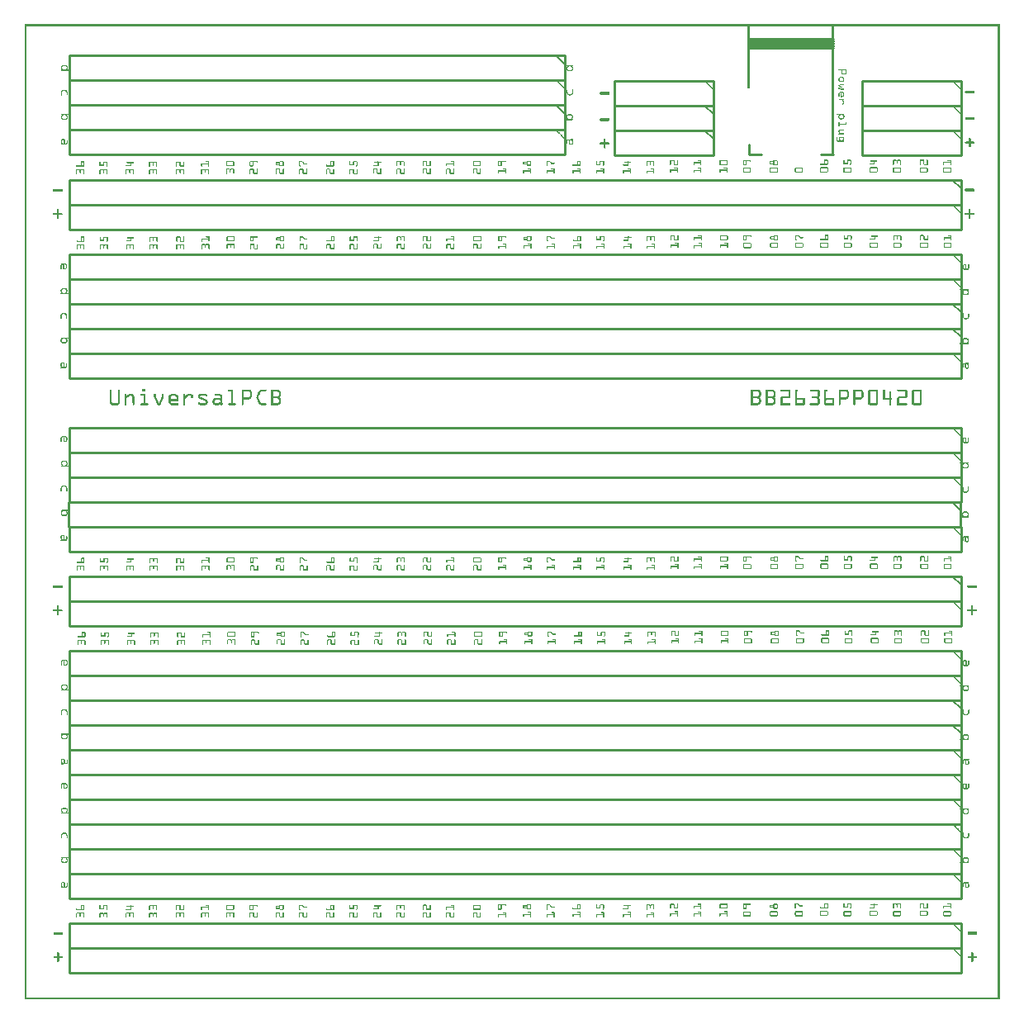
<source format=gto>
G04 MADE WITH FRITZING*
G04 WWW.FRITZING.ORG*
G04 DOUBLE SIDED*
G04 HOLES PLATED*
G04 CONTOUR ON CENTER OF CONTOUR VECTOR*
%ASAXBY*%
%FSLAX23Y23*%
%MOIN*%
%OFA0B0*%
%SFA1.0B1.0*%
%ADD10C,0.010000*%
%ADD11C,0.005000*%
%ADD12R,0.001000X0.001000*%
%LNSILK1*%
G90*
G70*
G54D10*
X3263Y3413D02*
X3213Y3413D01*
D02*
X2923Y3453D02*
X2923Y3413D01*
D02*
X2923Y3413D02*
X2973Y3413D01*
D02*
X2923Y3843D02*
X3263Y3843D01*
D02*
X2923Y3848D02*
X3263Y3848D01*
D02*
X2923Y3853D02*
X3263Y3853D01*
D02*
X2923Y3858D02*
X3263Y3858D01*
D02*
X2923Y3863D02*
X3263Y3863D01*
D02*
X2923Y3868D02*
X3263Y3868D01*
D02*
X2923Y3873D02*
X3263Y3873D01*
D02*
X2923Y3878D02*
X3263Y3878D01*
D02*
X2180Y3511D02*
X180Y3511D01*
D02*
X180Y3511D02*
X180Y3411D01*
D02*
X180Y3411D02*
X2180Y3411D01*
D02*
X2180Y3411D02*
X2180Y3511D01*
D02*
X2181Y3611D02*
X181Y3611D01*
D02*
X181Y3611D02*
X181Y3511D01*
D02*
X181Y3511D02*
X2181Y3511D01*
D02*
X2181Y3511D02*
X2181Y3611D01*
G54D11*
D02*
X2146Y3611D02*
X2181Y3576D01*
G54D10*
D02*
X2181Y3711D02*
X181Y3711D01*
D02*
X181Y3711D02*
X181Y3611D01*
D02*
X181Y3611D02*
X2181Y3611D01*
D02*
X2181Y3611D02*
X2181Y3711D01*
D02*
X2181Y3811D02*
X181Y3811D01*
D02*
X181Y3811D02*
X181Y3711D01*
D02*
X181Y3711D02*
X2181Y3711D01*
D02*
X2181Y3711D02*
X2181Y3811D01*
G54D11*
D02*
X2146Y3811D02*
X2181Y3776D01*
G54D10*
D02*
X2780Y3609D02*
X2380Y3609D01*
D02*
X2380Y3609D02*
X2380Y3509D01*
D02*
X2380Y3509D02*
X2780Y3509D01*
D02*
X2780Y3509D02*
X2780Y3609D01*
G54D11*
D02*
X2745Y3609D02*
X2780Y3574D01*
G54D10*
D02*
X2780Y3509D02*
X2380Y3509D01*
D02*
X2380Y3509D02*
X2380Y3409D01*
D02*
X2380Y3409D02*
X2780Y3409D01*
D02*
X2780Y3409D02*
X2780Y3509D01*
G54D11*
D02*
X2745Y3509D02*
X2780Y3474D01*
G54D10*
D02*
X2781Y3709D02*
X2381Y3709D01*
D02*
X2381Y3709D02*
X2381Y3609D01*
D02*
X2381Y3609D02*
X2781Y3609D01*
D02*
X2781Y3609D02*
X2781Y3709D01*
D02*
X3780Y3509D02*
X3380Y3509D01*
D02*
X3380Y3509D02*
X3380Y3409D01*
D02*
X3380Y3409D02*
X3780Y3409D01*
D02*
X3780Y3409D02*
X3780Y3509D01*
D02*
X3780Y3609D02*
X3380Y3609D01*
D02*
X3380Y3609D02*
X3380Y3509D01*
D02*
X3380Y3509D02*
X3780Y3509D01*
D02*
X3780Y3509D02*
X3780Y3609D01*
D02*
X3780Y3709D02*
X3380Y3709D01*
D02*
X3380Y3709D02*
X3380Y3609D01*
D02*
X3380Y3609D02*
X3780Y3609D01*
D02*
X3780Y3609D02*
X3780Y3709D01*
D02*
X3781Y3209D02*
X181Y3209D01*
D02*
X181Y3209D02*
X181Y3109D01*
D02*
X181Y3109D02*
X3781Y3109D01*
D02*
X3781Y3109D02*
X3781Y3209D01*
D02*
X3780Y3309D02*
X180Y3309D01*
D02*
X180Y3309D02*
X180Y3209D01*
D02*
X180Y3209D02*
X3780Y3209D01*
D02*
X3780Y3209D02*
X3780Y3309D01*
G54D11*
D02*
X3745Y3309D02*
X3780Y3274D01*
G54D10*
D02*
X3780Y2909D02*
X180Y2909D01*
D02*
X180Y2909D02*
X180Y2809D01*
D02*
X180Y2809D02*
X3780Y2809D01*
D02*
X3780Y2809D02*
X3780Y2909D01*
D02*
X3780Y2709D02*
X180Y2709D01*
D02*
X180Y2709D02*
X180Y2609D01*
D02*
X180Y2609D02*
X3780Y2609D01*
D02*
X3780Y2609D02*
X3780Y2709D01*
G54D11*
D02*
X3745Y2709D02*
X3780Y2674D01*
G54D10*
D02*
X3780Y3009D02*
X180Y3009D01*
D02*
X180Y3009D02*
X180Y2909D01*
D02*
X180Y2909D02*
X3780Y2909D01*
D02*
X3780Y2909D02*
X3780Y3009D01*
D02*
X3781Y2809D02*
X181Y2809D01*
D02*
X181Y2809D02*
X181Y2709D01*
D02*
X181Y2709D02*
X3781Y2709D01*
D02*
X3781Y2709D02*
X3781Y2809D01*
G54D11*
D02*
X3746Y2809D02*
X3781Y2774D01*
G54D10*
D02*
X3780Y2609D02*
X180Y2609D01*
D02*
X180Y2609D02*
X180Y2509D01*
D02*
X180Y2509D02*
X3780Y2509D01*
D02*
X3780Y2509D02*
X3780Y2609D01*
D02*
X3781Y1610D02*
X181Y1610D01*
D02*
X181Y1610D02*
X181Y1510D01*
D02*
X181Y1510D02*
X3781Y1510D01*
D02*
X3781Y1510D02*
X3781Y1610D01*
D02*
X3780Y1710D02*
X180Y1710D01*
D02*
X180Y1710D02*
X180Y1610D01*
D02*
X180Y1610D02*
X3780Y1610D01*
D02*
X3780Y1610D02*
X3780Y1710D01*
G54D11*
D02*
X3745Y1710D02*
X3780Y1675D01*
G54D10*
D02*
X3780Y2110D02*
X180Y2110D01*
D02*
X180Y2110D02*
X180Y2010D01*
D02*
X180Y2010D02*
X3780Y2010D01*
D02*
X3780Y2010D02*
X3780Y2110D01*
D02*
X3780Y1909D02*
X180Y1909D01*
D02*
X180Y1909D02*
X180Y1809D01*
D02*
X180Y1809D02*
X3780Y1809D01*
D02*
X3780Y1809D02*
X3780Y1909D01*
D02*
X3780Y2210D02*
X180Y2210D01*
D02*
X180Y2210D02*
X180Y2110D01*
D02*
X180Y2110D02*
X3780Y2110D01*
D02*
X3780Y2110D02*
X3780Y2210D01*
D02*
X3780Y2309D02*
X180Y2309D01*
D02*
X180Y2309D02*
X180Y2209D01*
D02*
X180Y2209D02*
X3780Y2209D01*
D02*
X3780Y2209D02*
X3780Y2309D01*
D02*
X3779Y2009D02*
X179Y2009D01*
D02*
X179Y2009D02*
X179Y1909D01*
D02*
X179Y1909D02*
X3779Y1909D01*
D02*
X3779Y1909D02*
X3779Y2009D01*
G54D11*
D02*
X3744Y2009D02*
X3779Y1974D01*
G54D10*
D02*
X3781Y1210D02*
X181Y1210D01*
D02*
X181Y1210D02*
X181Y1110D01*
D02*
X181Y1110D02*
X3781Y1110D01*
D02*
X3781Y1110D02*
X3781Y1210D01*
G54D11*
D02*
X3746Y1210D02*
X3781Y1175D01*
G54D10*
D02*
X3780Y1410D02*
X180Y1410D01*
D02*
X180Y1410D02*
X180Y1310D01*
D02*
X180Y1310D02*
X3780Y1310D01*
D02*
X3780Y1310D02*
X3780Y1410D01*
D02*
X3780Y1010D02*
X180Y1010D01*
D02*
X180Y1010D02*
X180Y910D01*
D02*
X180Y910D02*
X3780Y910D01*
D02*
X3780Y910D02*
X3780Y1010D01*
D02*
X3780Y1110D02*
X180Y1110D01*
D02*
X180Y1110D02*
X180Y1010D01*
D02*
X180Y1010D02*
X3780Y1010D01*
D02*
X3780Y1010D02*
X3780Y1110D01*
G54D11*
D02*
X3745Y1110D02*
X3780Y1075D01*
G54D10*
D02*
X3780Y1310D02*
X180Y1310D01*
D02*
X180Y1310D02*
X180Y1210D01*
D02*
X180Y1210D02*
X3780Y1210D01*
D02*
X3780Y1210D02*
X3780Y1310D01*
D02*
X3781Y909D02*
X181Y909D01*
D02*
X181Y909D02*
X181Y809D01*
D02*
X181Y809D02*
X3781Y809D01*
D02*
X3781Y809D02*
X3781Y909D01*
D02*
X3780Y809D02*
X180Y809D01*
D02*
X180Y809D02*
X180Y709D01*
D02*
X180Y709D02*
X3780Y709D01*
D02*
X3780Y709D02*
X3780Y809D01*
D02*
X3781Y709D02*
X181Y709D01*
D02*
X181Y709D02*
X181Y609D01*
D02*
X181Y609D02*
X3781Y609D01*
D02*
X3781Y609D02*
X3781Y709D01*
D02*
X3780Y609D02*
X180Y609D01*
D02*
X180Y609D02*
X180Y509D01*
D02*
X180Y509D02*
X3780Y509D01*
D02*
X3780Y509D02*
X3780Y609D01*
D02*
X3781Y509D02*
X181Y509D01*
D02*
X181Y509D02*
X181Y409D01*
D02*
X181Y409D02*
X3781Y409D01*
D02*
X3781Y409D02*
X3781Y509D01*
D02*
X3781Y309D02*
X181Y309D01*
D02*
X181Y309D02*
X181Y209D01*
D02*
X181Y209D02*
X3781Y209D01*
D02*
X3781Y209D02*
X3781Y309D01*
D02*
X3781Y209D02*
X181Y209D01*
D02*
X181Y209D02*
X181Y109D01*
D02*
X181Y109D02*
X3781Y109D01*
D02*
X3781Y109D02*
X3781Y209D01*
G54D12*
X0Y3937D02*
X3936Y3937D01*
X0Y3936D02*
X3936Y3936D01*
X0Y3935D02*
X3936Y3935D01*
X0Y3934D02*
X3936Y3934D01*
X0Y3933D02*
X3936Y3933D01*
X0Y3932D02*
X3936Y3932D01*
X0Y3931D02*
X3936Y3931D01*
X0Y3930D02*
X3936Y3930D01*
X0Y3929D02*
X7Y3929D01*
X2918Y3929D02*
X2927Y3929D01*
X3258Y3929D02*
X3267Y3929D01*
X3929Y3929D02*
X3936Y3929D01*
X0Y3928D02*
X7Y3928D01*
X2918Y3928D02*
X2927Y3928D01*
X3258Y3928D02*
X3267Y3928D01*
X3929Y3928D02*
X3936Y3928D01*
X0Y3927D02*
X7Y3927D01*
X2918Y3927D02*
X2927Y3927D01*
X3258Y3927D02*
X3267Y3927D01*
X3929Y3927D02*
X3936Y3927D01*
X0Y3926D02*
X7Y3926D01*
X2918Y3926D02*
X2927Y3926D01*
X3258Y3926D02*
X3267Y3926D01*
X3929Y3926D02*
X3936Y3926D01*
X0Y3925D02*
X7Y3925D01*
X2918Y3925D02*
X2927Y3925D01*
X3258Y3925D02*
X3267Y3925D01*
X3929Y3925D02*
X3936Y3925D01*
X0Y3924D02*
X7Y3924D01*
X2918Y3924D02*
X2927Y3924D01*
X3258Y3924D02*
X3267Y3924D01*
X3929Y3924D02*
X3936Y3924D01*
X0Y3923D02*
X7Y3923D01*
X2918Y3923D02*
X2927Y3923D01*
X3258Y3923D02*
X3267Y3923D01*
X3929Y3923D02*
X3936Y3923D01*
X0Y3922D02*
X7Y3922D01*
X2918Y3922D02*
X2927Y3922D01*
X3258Y3922D02*
X3267Y3922D01*
X3929Y3922D02*
X3936Y3922D01*
X0Y3921D02*
X7Y3921D01*
X2918Y3921D02*
X2927Y3921D01*
X3258Y3921D02*
X3267Y3921D01*
X3929Y3921D02*
X3936Y3921D01*
X0Y3920D02*
X7Y3920D01*
X2918Y3920D02*
X2927Y3920D01*
X3258Y3920D02*
X3267Y3920D01*
X3929Y3920D02*
X3936Y3920D01*
X0Y3919D02*
X7Y3919D01*
X2918Y3919D02*
X2927Y3919D01*
X3258Y3919D02*
X3267Y3919D01*
X3929Y3919D02*
X3936Y3919D01*
X0Y3918D02*
X7Y3918D01*
X2918Y3918D02*
X2927Y3918D01*
X3258Y3918D02*
X3267Y3918D01*
X3929Y3918D02*
X3936Y3918D01*
X0Y3917D02*
X7Y3917D01*
X2918Y3917D02*
X2927Y3917D01*
X3258Y3917D02*
X3267Y3917D01*
X3929Y3917D02*
X3936Y3917D01*
X0Y3916D02*
X7Y3916D01*
X2918Y3916D02*
X2927Y3916D01*
X3258Y3916D02*
X3267Y3916D01*
X3929Y3916D02*
X3936Y3916D01*
X0Y3915D02*
X7Y3915D01*
X2918Y3915D02*
X2927Y3915D01*
X3258Y3915D02*
X3267Y3915D01*
X3929Y3915D02*
X3936Y3915D01*
X0Y3914D02*
X7Y3914D01*
X2918Y3914D02*
X2927Y3914D01*
X3258Y3914D02*
X3267Y3914D01*
X3929Y3914D02*
X3936Y3914D01*
X0Y3913D02*
X7Y3913D01*
X2918Y3913D02*
X2927Y3913D01*
X3258Y3913D02*
X3267Y3913D01*
X3929Y3913D02*
X3936Y3913D01*
X0Y3912D02*
X7Y3912D01*
X2918Y3912D02*
X2927Y3912D01*
X3258Y3912D02*
X3267Y3912D01*
X3929Y3912D02*
X3936Y3912D01*
X0Y3911D02*
X7Y3911D01*
X2918Y3911D02*
X2927Y3911D01*
X3258Y3911D02*
X3267Y3911D01*
X3929Y3911D02*
X3936Y3911D01*
X0Y3910D02*
X7Y3910D01*
X2918Y3910D02*
X2927Y3910D01*
X3258Y3910D02*
X3267Y3910D01*
X3929Y3910D02*
X3936Y3910D01*
X0Y3909D02*
X7Y3909D01*
X2918Y3909D02*
X2927Y3909D01*
X3258Y3909D02*
X3267Y3909D01*
X3929Y3909D02*
X3936Y3909D01*
X0Y3908D02*
X7Y3908D01*
X2918Y3908D02*
X2927Y3908D01*
X3258Y3908D02*
X3267Y3908D01*
X3929Y3908D02*
X3936Y3908D01*
X0Y3907D02*
X7Y3907D01*
X2918Y3907D02*
X2927Y3907D01*
X3258Y3907D02*
X3267Y3907D01*
X3929Y3907D02*
X3936Y3907D01*
X0Y3906D02*
X7Y3906D01*
X2918Y3906D02*
X2927Y3906D01*
X3258Y3906D02*
X3267Y3906D01*
X3929Y3906D02*
X3936Y3906D01*
X0Y3905D02*
X7Y3905D01*
X2918Y3905D02*
X2927Y3905D01*
X3258Y3905D02*
X3267Y3905D01*
X3929Y3905D02*
X3936Y3905D01*
X0Y3904D02*
X7Y3904D01*
X2918Y3904D02*
X2927Y3904D01*
X3258Y3904D02*
X3267Y3904D01*
X3929Y3904D02*
X3936Y3904D01*
X0Y3903D02*
X7Y3903D01*
X2918Y3903D02*
X2927Y3903D01*
X3258Y3903D02*
X3267Y3903D01*
X3929Y3903D02*
X3936Y3903D01*
X0Y3902D02*
X7Y3902D01*
X2918Y3902D02*
X2927Y3902D01*
X3258Y3902D02*
X3267Y3902D01*
X3929Y3902D02*
X3936Y3902D01*
X0Y3901D02*
X7Y3901D01*
X2918Y3901D02*
X2927Y3901D01*
X3258Y3901D02*
X3267Y3901D01*
X3929Y3901D02*
X3936Y3901D01*
X0Y3900D02*
X7Y3900D01*
X2918Y3900D02*
X2927Y3900D01*
X3258Y3900D02*
X3267Y3900D01*
X3929Y3900D02*
X3936Y3900D01*
X0Y3899D02*
X7Y3899D01*
X2918Y3899D02*
X2927Y3899D01*
X3258Y3899D02*
X3267Y3899D01*
X3929Y3899D02*
X3936Y3899D01*
X0Y3898D02*
X7Y3898D01*
X2918Y3898D02*
X2927Y3898D01*
X3258Y3898D02*
X3267Y3898D01*
X3929Y3898D02*
X3936Y3898D01*
X0Y3897D02*
X7Y3897D01*
X2918Y3897D02*
X2927Y3897D01*
X3258Y3897D02*
X3267Y3897D01*
X3929Y3897D02*
X3936Y3897D01*
X0Y3896D02*
X7Y3896D01*
X2918Y3896D02*
X2927Y3896D01*
X3258Y3896D02*
X3267Y3896D01*
X3929Y3896D02*
X3936Y3896D01*
X0Y3895D02*
X7Y3895D01*
X2918Y3895D02*
X2927Y3895D01*
X3258Y3895D02*
X3267Y3895D01*
X3929Y3895D02*
X3936Y3895D01*
X0Y3894D02*
X7Y3894D01*
X2918Y3894D02*
X2927Y3894D01*
X3258Y3894D02*
X3267Y3894D01*
X3929Y3894D02*
X3936Y3894D01*
X0Y3893D02*
X7Y3893D01*
X2918Y3893D02*
X2927Y3893D01*
X3258Y3893D02*
X3267Y3893D01*
X3929Y3893D02*
X3936Y3893D01*
X0Y3892D02*
X7Y3892D01*
X2918Y3892D02*
X2927Y3892D01*
X3258Y3892D02*
X3267Y3892D01*
X3929Y3892D02*
X3936Y3892D01*
X0Y3891D02*
X7Y3891D01*
X2918Y3891D02*
X2927Y3891D01*
X3258Y3891D02*
X3267Y3891D01*
X3929Y3891D02*
X3936Y3891D01*
X0Y3890D02*
X7Y3890D01*
X2918Y3890D02*
X2927Y3890D01*
X3258Y3890D02*
X3267Y3890D01*
X3929Y3890D02*
X3936Y3890D01*
X0Y3889D02*
X7Y3889D01*
X2918Y3889D02*
X2927Y3889D01*
X3258Y3889D02*
X3267Y3889D01*
X3929Y3889D02*
X3936Y3889D01*
X0Y3888D02*
X7Y3888D01*
X2918Y3888D02*
X2927Y3888D01*
X3258Y3888D02*
X3267Y3888D01*
X3929Y3888D02*
X3936Y3888D01*
X0Y3887D02*
X7Y3887D01*
X2918Y3887D02*
X2927Y3887D01*
X3258Y3887D02*
X3267Y3887D01*
X3929Y3887D02*
X3936Y3887D01*
X0Y3886D02*
X7Y3886D01*
X2918Y3886D02*
X2927Y3886D01*
X3258Y3886D02*
X3267Y3886D01*
X3929Y3886D02*
X3936Y3886D01*
X0Y3885D02*
X7Y3885D01*
X2918Y3885D02*
X2927Y3885D01*
X3258Y3885D02*
X3267Y3885D01*
X3929Y3885D02*
X3936Y3885D01*
X0Y3884D02*
X7Y3884D01*
X2918Y3884D02*
X2927Y3884D01*
X3258Y3884D02*
X3267Y3884D01*
X3929Y3884D02*
X3936Y3884D01*
X0Y3883D02*
X7Y3883D01*
X2918Y3883D02*
X2927Y3883D01*
X3258Y3883D02*
X3267Y3883D01*
X3929Y3883D02*
X3936Y3883D01*
X0Y3882D02*
X7Y3882D01*
X2918Y3882D02*
X2927Y3882D01*
X3258Y3882D02*
X3267Y3882D01*
X3929Y3882D02*
X3936Y3882D01*
X0Y3881D02*
X7Y3881D01*
X2918Y3881D02*
X2927Y3881D01*
X3258Y3881D02*
X3267Y3881D01*
X3929Y3881D02*
X3936Y3881D01*
X0Y3880D02*
X7Y3880D01*
X2918Y3880D02*
X2927Y3880D01*
X3258Y3880D02*
X3267Y3880D01*
X3929Y3880D02*
X3936Y3880D01*
X0Y3879D02*
X7Y3879D01*
X2918Y3879D02*
X2927Y3879D01*
X3258Y3879D02*
X3267Y3879D01*
X3929Y3879D02*
X3936Y3879D01*
X0Y3878D02*
X7Y3878D01*
X2918Y3878D02*
X2927Y3878D01*
X3258Y3878D02*
X3267Y3878D01*
X3929Y3878D02*
X3936Y3878D01*
X0Y3877D02*
X7Y3877D01*
X2918Y3877D02*
X2927Y3877D01*
X3258Y3877D02*
X3267Y3877D01*
X3929Y3877D02*
X3936Y3877D01*
X0Y3876D02*
X7Y3876D01*
X2918Y3876D02*
X2927Y3876D01*
X3258Y3876D02*
X3267Y3876D01*
X3929Y3876D02*
X3936Y3876D01*
X0Y3875D02*
X7Y3875D01*
X2918Y3875D02*
X2927Y3875D01*
X3258Y3875D02*
X3267Y3875D01*
X3929Y3875D02*
X3936Y3875D01*
X0Y3874D02*
X7Y3874D01*
X2918Y3874D02*
X2927Y3874D01*
X3258Y3874D02*
X3267Y3874D01*
X3929Y3874D02*
X3936Y3874D01*
X0Y3873D02*
X7Y3873D01*
X2918Y3873D02*
X2927Y3873D01*
X3258Y3873D02*
X3267Y3873D01*
X3929Y3873D02*
X3936Y3873D01*
X0Y3872D02*
X7Y3872D01*
X2918Y3872D02*
X2927Y3872D01*
X3258Y3872D02*
X3267Y3872D01*
X3929Y3872D02*
X3936Y3872D01*
X0Y3871D02*
X7Y3871D01*
X2918Y3871D02*
X2927Y3871D01*
X3258Y3871D02*
X3267Y3871D01*
X3929Y3871D02*
X3936Y3871D01*
X0Y3870D02*
X7Y3870D01*
X2918Y3870D02*
X2927Y3870D01*
X3258Y3870D02*
X3267Y3870D01*
X3929Y3870D02*
X3936Y3870D01*
X0Y3869D02*
X7Y3869D01*
X2918Y3869D02*
X2927Y3869D01*
X3258Y3869D02*
X3267Y3869D01*
X3929Y3869D02*
X3936Y3869D01*
X0Y3868D02*
X7Y3868D01*
X2918Y3868D02*
X2927Y3868D01*
X3258Y3868D02*
X3267Y3868D01*
X3929Y3868D02*
X3936Y3868D01*
X0Y3867D02*
X7Y3867D01*
X2918Y3867D02*
X2927Y3867D01*
X3258Y3867D02*
X3267Y3867D01*
X3929Y3867D02*
X3936Y3867D01*
X0Y3866D02*
X7Y3866D01*
X2918Y3866D02*
X2927Y3866D01*
X3258Y3866D02*
X3267Y3866D01*
X3929Y3866D02*
X3936Y3866D01*
X0Y3865D02*
X7Y3865D01*
X2918Y3865D02*
X2927Y3865D01*
X3258Y3865D02*
X3267Y3865D01*
X3929Y3865D02*
X3936Y3865D01*
X0Y3864D02*
X7Y3864D01*
X2918Y3864D02*
X2927Y3864D01*
X3258Y3864D02*
X3267Y3864D01*
X3929Y3864D02*
X3936Y3864D01*
X0Y3863D02*
X7Y3863D01*
X2918Y3863D02*
X2927Y3863D01*
X3258Y3863D02*
X3267Y3863D01*
X3929Y3863D02*
X3936Y3863D01*
X0Y3862D02*
X7Y3862D01*
X2918Y3862D02*
X2927Y3862D01*
X3258Y3862D02*
X3267Y3862D01*
X3929Y3862D02*
X3936Y3862D01*
X0Y3861D02*
X7Y3861D01*
X2918Y3861D02*
X2927Y3861D01*
X3258Y3861D02*
X3267Y3861D01*
X3929Y3861D02*
X3936Y3861D01*
X0Y3860D02*
X7Y3860D01*
X2918Y3860D02*
X2927Y3860D01*
X3258Y3860D02*
X3267Y3860D01*
X3929Y3860D02*
X3936Y3860D01*
X0Y3859D02*
X7Y3859D01*
X2918Y3859D02*
X2927Y3859D01*
X3258Y3859D02*
X3267Y3859D01*
X3929Y3859D02*
X3936Y3859D01*
X0Y3858D02*
X7Y3858D01*
X2918Y3858D02*
X2927Y3858D01*
X3258Y3858D02*
X3267Y3858D01*
X3929Y3858D02*
X3936Y3858D01*
X0Y3857D02*
X7Y3857D01*
X2918Y3857D02*
X2927Y3857D01*
X3258Y3857D02*
X3267Y3857D01*
X3929Y3857D02*
X3936Y3857D01*
X0Y3856D02*
X7Y3856D01*
X2918Y3856D02*
X2927Y3856D01*
X3258Y3856D02*
X3267Y3856D01*
X3929Y3856D02*
X3936Y3856D01*
X0Y3855D02*
X7Y3855D01*
X2918Y3855D02*
X2927Y3855D01*
X3258Y3855D02*
X3267Y3855D01*
X3929Y3855D02*
X3936Y3855D01*
X0Y3854D02*
X7Y3854D01*
X2918Y3854D02*
X2927Y3854D01*
X3258Y3854D02*
X3267Y3854D01*
X3929Y3854D02*
X3936Y3854D01*
X0Y3853D02*
X7Y3853D01*
X2918Y3853D02*
X2927Y3853D01*
X3258Y3853D02*
X3267Y3853D01*
X3929Y3853D02*
X3936Y3853D01*
X0Y3852D02*
X7Y3852D01*
X2918Y3852D02*
X2927Y3852D01*
X3258Y3852D02*
X3267Y3852D01*
X3929Y3852D02*
X3936Y3852D01*
X0Y3851D02*
X7Y3851D01*
X2918Y3851D02*
X2927Y3851D01*
X3258Y3851D02*
X3267Y3851D01*
X3929Y3851D02*
X3936Y3851D01*
X0Y3850D02*
X7Y3850D01*
X2918Y3850D02*
X2927Y3850D01*
X3258Y3850D02*
X3267Y3850D01*
X3929Y3850D02*
X3936Y3850D01*
X0Y3849D02*
X7Y3849D01*
X2918Y3849D02*
X2927Y3849D01*
X3258Y3849D02*
X3267Y3849D01*
X3929Y3849D02*
X3936Y3849D01*
X0Y3848D02*
X7Y3848D01*
X2918Y3848D02*
X2927Y3848D01*
X3258Y3848D02*
X3267Y3848D01*
X3929Y3848D02*
X3936Y3848D01*
X0Y3847D02*
X7Y3847D01*
X2918Y3847D02*
X2927Y3847D01*
X3258Y3847D02*
X3267Y3847D01*
X3929Y3847D02*
X3936Y3847D01*
X0Y3846D02*
X7Y3846D01*
X2918Y3846D02*
X2927Y3846D01*
X3258Y3846D02*
X3267Y3846D01*
X3929Y3846D02*
X3936Y3846D01*
X0Y3845D02*
X7Y3845D01*
X2918Y3845D02*
X2927Y3845D01*
X3258Y3845D02*
X3267Y3845D01*
X3929Y3845D02*
X3936Y3845D01*
X0Y3844D02*
X7Y3844D01*
X2918Y3844D02*
X2927Y3844D01*
X3258Y3844D02*
X3267Y3844D01*
X3929Y3844D02*
X3936Y3844D01*
X0Y3843D02*
X7Y3843D01*
X2918Y3843D02*
X2927Y3843D01*
X3258Y3843D02*
X3267Y3843D01*
X3929Y3843D02*
X3936Y3843D01*
X0Y3842D02*
X7Y3842D01*
X2918Y3842D02*
X2927Y3842D01*
X3258Y3842D02*
X3267Y3842D01*
X3929Y3842D02*
X3936Y3842D01*
X0Y3841D02*
X7Y3841D01*
X2918Y3841D02*
X2927Y3841D01*
X3258Y3841D02*
X3267Y3841D01*
X3929Y3841D02*
X3936Y3841D01*
X0Y3840D02*
X7Y3840D01*
X2918Y3840D02*
X2927Y3840D01*
X3258Y3840D02*
X3267Y3840D01*
X3929Y3840D02*
X3936Y3840D01*
X0Y3839D02*
X7Y3839D01*
X2918Y3839D02*
X2927Y3839D01*
X3258Y3839D02*
X3267Y3839D01*
X3929Y3839D02*
X3936Y3839D01*
X0Y3838D02*
X7Y3838D01*
X2918Y3838D02*
X2927Y3838D01*
X3258Y3838D02*
X3267Y3838D01*
X3929Y3838D02*
X3936Y3838D01*
X0Y3837D02*
X7Y3837D01*
X2918Y3837D02*
X2927Y3837D01*
X3258Y3837D02*
X3267Y3837D01*
X3929Y3837D02*
X3936Y3837D01*
X0Y3836D02*
X7Y3836D01*
X2918Y3836D02*
X2927Y3836D01*
X3258Y3836D02*
X3267Y3836D01*
X3929Y3836D02*
X3936Y3836D01*
X0Y3835D02*
X7Y3835D01*
X2918Y3835D02*
X2927Y3835D01*
X3258Y3835D02*
X3267Y3835D01*
X3929Y3835D02*
X3936Y3835D01*
X0Y3834D02*
X7Y3834D01*
X2918Y3834D02*
X2927Y3834D01*
X3258Y3834D02*
X3267Y3834D01*
X3929Y3834D02*
X3936Y3834D01*
X0Y3833D02*
X7Y3833D01*
X2918Y3833D02*
X2927Y3833D01*
X3258Y3833D02*
X3267Y3833D01*
X3929Y3833D02*
X3936Y3833D01*
X0Y3832D02*
X7Y3832D01*
X2918Y3832D02*
X2927Y3832D01*
X3258Y3832D02*
X3267Y3832D01*
X3929Y3832D02*
X3936Y3832D01*
X0Y3831D02*
X7Y3831D01*
X2918Y3831D02*
X2927Y3831D01*
X3258Y3831D02*
X3267Y3831D01*
X3929Y3831D02*
X3936Y3831D01*
X0Y3830D02*
X7Y3830D01*
X2918Y3830D02*
X2927Y3830D01*
X3258Y3830D02*
X3267Y3830D01*
X3929Y3830D02*
X3936Y3830D01*
X0Y3829D02*
X7Y3829D01*
X2918Y3829D02*
X2927Y3829D01*
X3258Y3829D02*
X3267Y3829D01*
X3929Y3829D02*
X3936Y3829D01*
X0Y3828D02*
X7Y3828D01*
X2918Y3828D02*
X2927Y3828D01*
X3258Y3828D02*
X3267Y3828D01*
X3929Y3828D02*
X3936Y3828D01*
X0Y3827D02*
X7Y3827D01*
X2918Y3827D02*
X2927Y3827D01*
X3258Y3827D02*
X3267Y3827D01*
X3929Y3827D02*
X3936Y3827D01*
X0Y3826D02*
X7Y3826D01*
X2918Y3826D02*
X2927Y3826D01*
X3258Y3826D02*
X3267Y3826D01*
X3929Y3826D02*
X3936Y3826D01*
X0Y3825D02*
X7Y3825D01*
X2918Y3825D02*
X2927Y3825D01*
X3258Y3825D02*
X3267Y3825D01*
X3929Y3825D02*
X3936Y3825D01*
X0Y3824D02*
X7Y3824D01*
X2918Y3824D02*
X2927Y3824D01*
X3258Y3824D02*
X3267Y3824D01*
X3929Y3824D02*
X3936Y3824D01*
X0Y3823D02*
X7Y3823D01*
X2918Y3823D02*
X2927Y3823D01*
X3258Y3823D02*
X3267Y3823D01*
X3929Y3823D02*
X3936Y3823D01*
X0Y3822D02*
X7Y3822D01*
X2918Y3822D02*
X2927Y3822D01*
X3258Y3822D02*
X3267Y3822D01*
X3929Y3822D02*
X3936Y3822D01*
X0Y3821D02*
X7Y3821D01*
X2918Y3821D02*
X2927Y3821D01*
X3258Y3821D02*
X3267Y3821D01*
X3929Y3821D02*
X3936Y3821D01*
X0Y3820D02*
X7Y3820D01*
X2918Y3820D02*
X2927Y3820D01*
X3258Y3820D02*
X3267Y3820D01*
X3929Y3820D02*
X3936Y3820D01*
X0Y3819D02*
X7Y3819D01*
X2918Y3819D02*
X2927Y3819D01*
X3258Y3819D02*
X3267Y3819D01*
X3929Y3819D02*
X3936Y3819D01*
X0Y3818D02*
X7Y3818D01*
X2918Y3818D02*
X2927Y3818D01*
X3258Y3818D02*
X3267Y3818D01*
X3929Y3818D02*
X3936Y3818D01*
X0Y3817D02*
X7Y3817D01*
X2918Y3817D02*
X2927Y3817D01*
X3258Y3817D02*
X3267Y3817D01*
X3929Y3817D02*
X3936Y3817D01*
X0Y3816D02*
X7Y3816D01*
X2918Y3816D02*
X2927Y3816D01*
X3258Y3816D02*
X3267Y3816D01*
X3929Y3816D02*
X3936Y3816D01*
X0Y3815D02*
X7Y3815D01*
X2918Y3815D02*
X2927Y3815D01*
X3258Y3815D02*
X3267Y3815D01*
X3929Y3815D02*
X3936Y3815D01*
X0Y3814D02*
X7Y3814D01*
X2918Y3814D02*
X2927Y3814D01*
X3258Y3814D02*
X3267Y3814D01*
X3929Y3814D02*
X3936Y3814D01*
X0Y3813D02*
X7Y3813D01*
X2918Y3813D02*
X2927Y3813D01*
X3258Y3813D02*
X3267Y3813D01*
X3929Y3813D02*
X3936Y3813D01*
X0Y3812D02*
X7Y3812D01*
X2918Y3812D02*
X2927Y3812D01*
X3258Y3812D02*
X3267Y3812D01*
X3929Y3812D02*
X3936Y3812D01*
X0Y3811D02*
X7Y3811D01*
X2918Y3811D02*
X2927Y3811D01*
X3258Y3811D02*
X3267Y3811D01*
X3929Y3811D02*
X3936Y3811D01*
X0Y3810D02*
X7Y3810D01*
X2918Y3810D02*
X2927Y3810D01*
X3258Y3810D02*
X3267Y3810D01*
X3929Y3810D02*
X3936Y3810D01*
X0Y3809D02*
X7Y3809D01*
X2918Y3809D02*
X2927Y3809D01*
X3258Y3809D02*
X3267Y3809D01*
X3929Y3809D02*
X3936Y3809D01*
X0Y3808D02*
X7Y3808D01*
X2918Y3808D02*
X2927Y3808D01*
X3258Y3808D02*
X3267Y3808D01*
X3929Y3808D02*
X3936Y3808D01*
X0Y3807D02*
X7Y3807D01*
X2918Y3807D02*
X2927Y3807D01*
X3258Y3807D02*
X3267Y3807D01*
X3929Y3807D02*
X3936Y3807D01*
X0Y3806D02*
X7Y3806D01*
X2918Y3806D02*
X2927Y3806D01*
X3258Y3806D02*
X3267Y3806D01*
X3929Y3806D02*
X3936Y3806D01*
X0Y3805D02*
X7Y3805D01*
X2918Y3805D02*
X2927Y3805D01*
X3258Y3805D02*
X3267Y3805D01*
X3929Y3805D02*
X3936Y3805D01*
X0Y3804D02*
X7Y3804D01*
X2918Y3804D02*
X2927Y3804D01*
X3258Y3804D02*
X3267Y3804D01*
X3929Y3804D02*
X3936Y3804D01*
X0Y3803D02*
X7Y3803D01*
X2918Y3803D02*
X2927Y3803D01*
X3258Y3803D02*
X3267Y3803D01*
X3929Y3803D02*
X3936Y3803D01*
X0Y3802D02*
X7Y3802D01*
X2918Y3802D02*
X2927Y3802D01*
X3258Y3802D02*
X3267Y3802D01*
X3929Y3802D02*
X3936Y3802D01*
X0Y3801D02*
X7Y3801D01*
X2918Y3801D02*
X2927Y3801D01*
X3258Y3801D02*
X3267Y3801D01*
X3929Y3801D02*
X3936Y3801D01*
X0Y3800D02*
X7Y3800D01*
X2918Y3800D02*
X2927Y3800D01*
X3258Y3800D02*
X3267Y3800D01*
X3929Y3800D02*
X3936Y3800D01*
X0Y3799D02*
X7Y3799D01*
X2918Y3799D02*
X2927Y3799D01*
X3258Y3799D02*
X3267Y3799D01*
X3929Y3799D02*
X3936Y3799D01*
X0Y3798D02*
X7Y3798D01*
X2918Y3798D02*
X2927Y3798D01*
X3258Y3798D02*
X3267Y3798D01*
X3929Y3798D02*
X3936Y3798D01*
X0Y3797D02*
X7Y3797D01*
X2918Y3797D02*
X2927Y3797D01*
X3258Y3797D02*
X3267Y3797D01*
X3929Y3797D02*
X3936Y3797D01*
X0Y3796D02*
X7Y3796D01*
X2918Y3796D02*
X2927Y3796D01*
X3258Y3796D02*
X3267Y3796D01*
X3929Y3796D02*
X3936Y3796D01*
X0Y3795D02*
X7Y3795D01*
X2918Y3795D02*
X2927Y3795D01*
X3258Y3795D02*
X3267Y3795D01*
X3929Y3795D02*
X3936Y3795D01*
X0Y3794D02*
X7Y3794D01*
X2918Y3794D02*
X2927Y3794D01*
X3258Y3794D02*
X3267Y3794D01*
X3929Y3794D02*
X3936Y3794D01*
X0Y3793D02*
X7Y3793D01*
X2918Y3793D02*
X2927Y3793D01*
X3258Y3793D02*
X3267Y3793D01*
X3929Y3793D02*
X3936Y3793D01*
X0Y3792D02*
X7Y3792D01*
X2918Y3792D02*
X2927Y3792D01*
X3258Y3792D02*
X3267Y3792D01*
X3929Y3792D02*
X3936Y3792D01*
X0Y3791D02*
X7Y3791D01*
X2918Y3791D02*
X2927Y3791D01*
X3258Y3791D02*
X3267Y3791D01*
X3929Y3791D02*
X3936Y3791D01*
X0Y3790D02*
X7Y3790D01*
X2918Y3790D02*
X2927Y3790D01*
X3258Y3790D02*
X3267Y3790D01*
X3929Y3790D02*
X3936Y3790D01*
X0Y3789D02*
X7Y3789D01*
X2918Y3789D02*
X2927Y3789D01*
X3258Y3789D02*
X3267Y3789D01*
X3929Y3789D02*
X3936Y3789D01*
X0Y3788D02*
X7Y3788D01*
X2918Y3788D02*
X2927Y3788D01*
X3258Y3788D02*
X3267Y3788D01*
X3929Y3788D02*
X3936Y3788D01*
X0Y3787D02*
X7Y3787D01*
X2918Y3787D02*
X2927Y3787D01*
X3258Y3787D02*
X3267Y3787D01*
X3929Y3787D02*
X3936Y3787D01*
X0Y3786D02*
X7Y3786D01*
X2918Y3786D02*
X2927Y3786D01*
X3258Y3786D02*
X3267Y3786D01*
X3929Y3786D02*
X3936Y3786D01*
X0Y3785D02*
X7Y3785D01*
X2918Y3785D02*
X2927Y3785D01*
X3258Y3785D02*
X3267Y3785D01*
X3929Y3785D02*
X3936Y3785D01*
X0Y3784D02*
X7Y3784D01*
X2918Y3784D02*
X2927Y3784D01*
X3258Y3784D02*
X3267Y3784D01*
X3929Y3784D02*
X3936Y3784D01*
X0Y3783D02*
X7Y3783D01*
X2918Y3783D02*
X2927Y3783D01*
X3258Y3783D02*
X3267Y3783D01*
X3929Y3783D02*
X3936Y3783D01*
X0Y3782D02*
X7Y3782D01*
X2918Y3782D02*
X2927Y3782D01*
X3258Y3782D02*
X3267Y3782D01*
X3929Y3782D02*
X3936Y3782D01*
X0Y3781D02*
X7Y3781D01*
X2918Y3781D02*
X2927Y3781D01*
X3258Y3781D02*
X3267Y3781D01*
X3929Y3781D02*
X3936Y3781D01*
X0Y3780D02*
X7Y3780D01*
X2918Y3780D02*
X2927Y3780D01*
X3258Y3780D02*
X3267Y3780D01*
X3929Y3780D02*
X3936Y3780D01*
X0Y3779D02*
X7Y3779D01*
X2918Y3779D02*
X2927Y3779D01*
X3258Y3779D02*
X3267Y3779D01*
X3929Y3779D02*
X3936Y3779D01*
X0Y3778D02*
X7Y3778D01*
X2918Y3778D02*
X2927Y3778D01*
X3258Y3778D02*
X3267Y3778D01*
X3929Y3778D02*
X3936Y3778D01*
X0Y3777D02*
X7Y3777D01*
X2918Y3777D02*
X2927Y3777D01*
X3258Y3777D02*
X3267Y3777D01*
X3929Y3777D02*
X3936Y3777D01*
X0Y3776D02*
X7Y3776D01*
X2918Y3776D02*
X2927Y3776D01*
X3258Y3776D02*
X3267Y3776D01*
X3929Y3776D02*
X3936Y3776D01*
X0Y3775D02*
X7Y3775D01*
X2918Y3775D02*
X2927Y3775D01*
X3258Y3775D02*
X3267Y3775D01*
X3929Y3775D02*
X3936Y3775D01*
X0Y3774D02*
X7Y3774D01*
X2918Y3774D02*
X2927Y3774D01*
X3258Y3774D02*
X3267Y3774D01*
X3929Y3774D02*
X3936Y3774D01*
X0Y3773D02*
X7Y3773D01*
X153Y3773D02*
X169Y3773D01*
X2918Y3773D02*
X2927Y3773D01*
X3258Y3773D02*
X3267Y3773D01*
X3929Y3773D02*
X3936Y3773D01*
X0Y3772D02*
X7Y3772D01*
X152Y3772D02*
X170Y3772D01*
X2178Y3772D02*
X2213Y3772D01*
X2918Y3772D02*
X2927Y3772D01*
X3258Y3772D02*
X3267Y3772D01*
X3929Y3772D02*
X3936Y3772D01*
X0Y3771D02*
X7Y3771D01*
X151Y3771D02*
X171Y3771D01*
X2177Y3771D02*
X2214Y3771D01*
X2918Y3771D02*
X2927Y3771D01*
X3258Y3771D02*
X3267Y3771D01*
X3929Y3771D02*
X3936Y3771D01*
X0Y3770D02*
X7Y3770D01*
X150Y3770D02*
X172Y3770D01*
X2177Y3770D02*
X2214Y3770D01*
X2918Y3770D02*
X2927Y3770D01*
X3258Y3770D02*
X3267Y3770D01*
X3929Y3770D02*
X3936Y3770D01*
X0Y3769D02*
X7Y3769D01*
X149Y3769D02*
X173Y3769D01*
X2177Y3769D02*
X2214Y3769D01*
X2918Y3769D02*
X2927Y3769D01*
X3258Y3769D02*
X3267Y3769D01*
X3929Y3769D02*
X3936Y3769D01*
X0Y3768D02*
X7Y3768D01*
X149Y3768D02*
X154Y3768D01*
X168Y3768D02*
X174Y3768D01*
X2178Y3768D02*
X2213Y3768D01*
X2918Y3768D02*
X2927Y3768D01*
X3258Y3768D02*
X3267Y3768D01*
X3929Y3768D02*
X3936Y3768D01*
X0Y3767D02*
X7Y3767D01*
X148Y3767D02*
X153Y3767D01*
X169Y3767D02*
X174Y3767D01*
X2190Y3767D02*
X2196Y3767D01*
X2206Y3767D02*
X2211Y3767D01*
X2918Y3767D02*
X2927Y3767D01*
X3258Y3767D02*
X3267Y3767D01*
X3929Y3767D02*
X3936Y3767D01*
X0Y3766D02*
X7Y3766D01*
X148Y3766D02*
X152Y3766D01*
X170Y3766D02*
X174Y3766D01*
X2189Y3766D02*
X2195Y3766D01*
X2206Y3766D02*
X2212Y3766D01*
X2918Y3766D02*
X2927Y3766D01*
X3258Y3766D02*
X3267Y3766D01*
X3929Y3766D02*
X3936Y3766D01*
X0Y3765D02*
X7Y3765D01*
X148Y3765D02*
X152Y3765D01*
X170Y3765D02*
X174Y3765D01*
X2189Y3765D02*
X2194Y3765D01*
X2207Y3765D02*
X2213Y3765D01*
X2918Y3765D02*
X2927Y3765D01*
X3258Y3765D02*
X3267Y3765D01*
X3929Y3765D02*
X3936Y3765D01*
X0Y3764D02*
X7Y3764D01*
X148Y3764D02*
X152Y3764D01*
X170Y3764D02*
X174Y3764D01*
X2188Y3764D02*
X2193Y3764D01*
X2208Y3764D02*
X2213Y3764D01*
X2918Y3764D02*
X2927Y3764D01*
X3258Y3764D02*
X3267Y3764D01*
X3929Y3764D02*
X3936Y3764D01*
X0Y3763D02*
X7Y3763D01*
X148Y3763D02*
X152Y3763D01*
X170Y3763D02*
X174Y3763D01*
X2188Y3763D02*
X2192Y3763D01*
X2209Y3763D02*
X2214Y3763D01*
X2918Y3763D02*
X2927Y3763D01*
X3258Y3763D02*
X3267Y3763D01*
X3929Y3763D02*
X3936Y3763D01*
X0Y3762D02*
X7Y3762D01*
X148Y3762D02*
X152Y3762D01*
X170Y3762D02*
X174Y3762D01*
X2187Y3762D02*
X2191Y3762D01*
X2210Y3762D02*
X2214Y3762D01*
X2918Y3762D02*
X2927Y3762D01*
X3258Y3762D02*
X3267Y3762D01*
X3929Y3762D02*
X3936Y3762D01*
X0Y3761D02*
X7Y3761D01*
X148Y3761D02*
X152Y3761D01*
X170Y3761D02*
X174Y3761D01*
X2187Y3761D02*
X2191Y3761D01*
X2210Y3761D02*
X2214Y3761D01*
X2918Y3761D02*
X2927Y3761D01*
X3258Y3761D02*
X3267Y3761D01*
X3929Y3761D02*
X3936Y3761D01*
X0Y3760D02*
X7Y3760D01*
X148Y3760D02*
X152Y3760D01*
X170Y3760D02*
X174Y3760D01*
X2187Y3760D02*
X2191Y3760D01*
X2210Y3760D02*
X2214Y3760D01*
X2918Y3760D02*
X2927Y3760D01*
X3258Y3760D02*
X3267Y3760D01*
X3929Y3760D02*
X3936Y3760D01*
X0Y3759D02*
X7Y3759D01*
X148Y3759D02*
X153Y3759D01*
X169Y3759D02*
X174Y3759D01*
X2187Y3759D02*
X2191Y3759D01*
X2210Y3759D02*
X2214Y3759D01*
X2918Y3759D02*
X2927Y3759D01*
X3258Y3759D02*
X3267Y3759D01*
X3929Y3759D02*
X3936Y3759D01*
X0Y3758D02*
X7Y3758D01*
X149Y3758D02*
X154Y3758D01*
X168Y3758D02*
X174Y3758D01*
X2187Y3758D02*
X2191Y3758D01*
X2210Y3758D02*
X2214Y3758D01*
X2918Y3758D02*
X2927Y3758D01*
X3258Y3758D02*
X3267Y3758D01*
X3929Y3758D02*
X3936Y3758D01*
X0Y3757D02*
X7Y3757D01*
X149Y3757D02*
X155Y3757D01*
X168Y3757D02*
X173Y3757D01*
X2187Y3757D02*
X2191Y3757D01*
X2210Y3757D02*
X2214Y3757D01*
X2918Y3757D02*
X2927Y3757D01*
X3258Y3757D02*
X3267Y3757D01*
X3929Y3757D02*
X3936Y3757D01*
X0Y3756D02*
X7Y3756D01*
X150Y3756D02*
X155Y3756D01*
X167Y3756D02*
X172Y3756D01*
X2188Y3756D02*
X2192Y3756D01*
X2209Y3756D02*
X2214Y3756D01*
X2918Y3756D02*
X2927Y3756D01*
X3258Y3756D02*
X3267Y3756D01*
X3929Y3756D02*
X3936Y3756D01*
X0Y3755D02*
X7Y3755D01*
X151Y3755D02*
X156Y3755D01*
X166Y3755D02*
X171Y3755D01*
X2188Y3755D02*
X2193Y3755D01*
X2209Y3755D02*
X2213Y3755D01*
X2918Y3755D02*
X2927Y3755D01*
X3258Y3755D02*
X3267Y3755D01*
X3929Y3755D02*
X3936Y3755D01*
X0Y3754D02*
X7Y3754D01*
X149Y3754D02*
X184Y3754D01*
X2188Y3754D02*
X2193Y3754D01*
X2208Y3754D02*
X2213Y3754D01*
X2918Y3754D02*
X2927Y3754D01*
X3258Y3754D02*
X3267Y3754D01*
X3286Y3754D02*
X3317Y3754D01*
X3929Y3754D02*
X3936Y3754D01*
X0Y3753D02*
X7Y3753D01*
X148Y3753D02*
X184Y3753D01*
X2189Y3753D02*
X2212Y3753D01*
X2918Y3753D02*
X2927Y3753D01*
X3258Y3753D02*
X3267Y3753D01*
X3286Y3753D02*
X3317Y3753D01*
X3929Y3753D02*
X3936Y3753D01*
X0Y3752D02*
X7Y3752D01*
X148Y3752D02*
X185Y3752D01*
X2190Y3752D02*
X2212Y3752D01*
X2918Y3752D02*
X2927Y3752D01*
X3258Y3752D02*
X3267Y3752D01*
X3286Y3752D02*
X3317Y3752D01*
X3929Y3752D02*
X3936Y3752D01*
X0Y3751D02*
X7Y3751D01*
X148Y3751D02*
X184Y3751D01*
X2191Y3751D02*
X2211Y3751D01*
X2918Y3751D02*
X2927Y3751D01*
X3258Y3751D02*
X3267Y3751D01*
X3287Y3751D02*
X3317Y3751D01*
X3929Y3751D02*
X3936Y3751D01*
X0Y3750D02*
X7Y3750D01*
X149Y3750D02*
X183Y3750D01*
X2192Y3750D02*
X2210Y3750D01*
X2918Y3750D02*
X2927Y3750D01*
X3258Y3750D02*
X3267Y3750D01*
X3298Y3750D02*
X3301Y3750D01*
X3314Y3750D02*
X3317Y3750D01*
X3929Y3750D02*
X3936Y3750D01*
X0Y3749D02*
X7Y3749D01*
X2193Y3749D02*
X2208Y3749D01*
X2918Y3749D02*
X2927Y3749D01*
X3258Y3749D02*
X3267Y3749D01*
X3298Y3749D02*
X3301Y3749D01*
X3314Y3749D02*
X3317Y3749D01*
X3929Y3749D02*
X3936Y3749D01*
X0Y3748D02*
X7Y3748D01*
X2918Y3748D02*
X2927Y3748D01*
X3258Y3748D02*
X3267Y3748D01*
X3298Y3748D02*
X3301Y3748D01*
X3314Y3748D02*
X3317Y3748D01*
X3929Y3748D02*
X3936Y3748D01*
X0Y3747D02*
X7Y3747D01*
X2918Y3747D02*
X2927Y3747D01*
X3258Y3747D02*
X3267Y3747D01*
X3298Y3747D02*
X3301Y3747D01*
X3314Y3747D02*
X3317Y3747D01*
X3929Y3747D02*
X3936Y3747D01*
X0Y3746D02*
X7Y3746D01*
X2918Y3746D02*
X2927Y3746D01*
X3258Y3746D02*
X3267Y3746D01*
X3298Y3746D02*
X3301Y3746D01*
X3314Y3746D02*
X3317Y3746D01*
X3929Y3746D02*
X3936Y3746D01*
X0Y3745D02*
X7Y3745D01*
X2918Y3745D02*
X2927Y3745D01*
X3258Y3745D02*
X3267Y3745D01*
X3298Y3745D02*
X3301Y3745D01*
X3314Y3745D02*
X3317Y3745D01*
X3929Y3745D02*
X3936Y3745D01*
X0Y3744D02*
X7Y3744D01*
X2918Y3744D02*
X2927Y3744D01*
X3258Y3744D02*
X3267Y3744D01*
X3298Y3744D02*
X3301Y3744D01*
X3314Y3744D02*
X3317Y3744D01*
X3929Y3744D02*
X3936Y3744D01*
X0Y3743D02*
X7Y3743D01*
X2918Y3743D02*
X2927Y3743D01*
X3258Y3743D02*
X3267Y3743D01*
X3298Y3743D02*
X3301Y3743D01*
X3314Y3743D02*
X3317Y3743D01*
X3929Y3743D02*
X3936Y3743D01*
X0Y3742D02*
X7Y3742D01*
X2918Y3742D02*
X2927Y3742D01*
X3258Y3742D02*
X3267Y3742D01*
X3298Y3742D02*
X3301Y3742D01*
X3314Y3742D02*
X3317Y3742D01*
X3929Y3742D02*
X3936Y3742D01*
X0Y3741D02*
X7Y3741D01*
X2918Y3741D02*
X2927Y3741D01*
X3258Y3741D02*
X3267Y3741D01*
X3298Y3741D02*
X3301Y3741D01*
X3314Y3741D02*
X3317Y3741D01*
X3929Y3741D02*
X3936Y3741D01*
X0Y3740D02*
X7Y3740D01*
X2918Y3740D02*
X2927Y3740D01*
X3258Y3740D02*
X3267Y3740D01*
X3298Y3740D02*
X3302Y3740D01*
X3314Y3740D02*
X3317Y3740D01*
X3929Y3740D02*
X3936Y3740D01*
X0Y3739D02*
X7Y3739D01*
X2918Y3739D02*
X2927Y3739D01*
X3258Y3739D02*
X3267Y3739D01*
X3298Y3739D02*
X3302Y3739D01*
X3313Y3739D02*
X3317Y3739D01*
X3929Y3739D02*
X3936Y3739D01*
X0Y3738D02*
X7Y3738D01*
X2918Y3738D02*
X2927Y3738D01*
X3258Y3738D02*
X3267Y3738D01*
X3299Y3738D02*
X3317Y3738D01*
X3929Y3738D02*
X3936Y3738D01*
X0Y3737D02*
X7Y3737D01*
X2918Y3737D02*
X2927Y3737D01*
X3258Y3737D02*
X3267Y3737D01*
X3299Y3737D02*
X3316Y3737D01*
X3929Y3737D02*
X3936Y3737D01*
X0Y3736D02*
X7Y3736D01*
X2918Y3736D02*
X2927Y3736D01*
X3258Y3736D02*
X3267Y3736D01*
X3300Y3736D02*
X3315Y3736D01*
X3929Y3736D02*
X3936Y3736D01*
X0Y3735D02*
X7Y3735D01*
X2918Y3735D02*
X2927Y3735D01*
X3258Y3735D02*
X3267Y3735D01*
X3302Y3735D02*
X3314Y3735D01*
X3929Y3735D02*
X3936Y3735D01*
X0Y3734D02*
X7Y3734D01*
X2918Y3734D02*
X2927Y3734D01*
X3258Y3734D02*
X3267Y3734D01*
X3929Y3734D02*
X3936Y3734D01*
X0Y3733D02*
X7Y3733D01*
X2918Y3733D02*
X2927Y3733D01*
X3258Y3733D02*
X3267Y3733D01*
X3929Y3733D02*
X3936Y3733D01*
X0Y3732D02*
X7Y3732D01*
X2918Y3732D02*
X2927Y3732D01*
X3258Y3732D02*
X3267Y3732D01*
X3929Y3732D02*
X3936Y3732D01*
X0Y3731D02*
X7Y3731D01*
X2918Y3731D02*
X2927Y3731D01*
X3258Y3731D02*
X3267Y3731D01*
X3929Y3731D02*
X3936Y3731D01*
X0Y3730D02*
X7Y3730D01*
X2918Y3730D02*
X2927Y3730D01*
X3258Y3730D02*
X3267Y3730D01*
X3929Y3730D02*
X3936Y3730D01*
X0Y3729D02*
X7Y3729D01*
X2918Y3729D02*
X2927Y3729D01*
X3258Y3729D02*
X3267Y3729D01*
X3929Y3729D02*
X3936Y3729D01*
X0Y3728D02*
X7Y3728D01*
X2918Y3728D02*
X2927Y3728D01*
X3258Y3728D02*
X3267Y3728D01*
X3929Y3728D02*
X3936Y3728D01*
X0Y3727D02*
X7Y3727D01*
X2918Y3727D02*
X2927Y3727D01*
X3258Y3727D02*
X3267Y3727D01*
X3929Y3727D02*
X3936Y3727D01*
X0Y3726D02*
X7Y3726D01*
X2918Y3726D02*
X2927Y3726D01*
X3258Y3726D02*
X3267Y3726D01*
X3929Y3726D02*
X3936Y3726D01*
X0Y3725D02*
X7Y3725D01*
X2918Y3725D02*
X2927Y3725D01*
X3258Y3725D02*
X3267Y3725D01*
X3929Y3725D02*
X3936Y3725D01*
X0Y3724D02*
X7Y3724D01*
X2918Y3724D02*
X2927Y3724D01*
X3258Y3724D02*
X3267Y3724D01*
X3290Y3724D02*
X3304Y3724D01*
X3929Y3724D02*
X3936Y3724D01*
X0Y3723D02*
X7Y3723D01*
X2918Y3723D02*
X2927Y3723D01*
X3258Y3723D02*
X3267Y3723D01*
X3289Y3723D02*
X3305Y3723D01*
X3929Y3723D02*
X3936Y3723D01*
X0Y3722D02*
X7Y3722D01*
X2918Y3722D02*
X2927Y3722D01*
X3258Y3722D02*
X3267Y3722D01*
X3288Y3722D02*
X3306Y3722D01*
X3929Y3722D02*
X3936Y3722D01*
X0Y3721D02*
X7Y3721D01*
X2918Y3721D02*
X2927Y3721D01*
X3258Y3721D02*
X3267Y3721D01*
X3287Y3721D02*
X3307Y3721D01*
X3929Y3721D02*
X3936Y3721D01*
X0Y3720D02*
X7Y3720D01*
X2918Y3720D02*
X2927Y3720D01*
X3258Y3720D02*
X3267Y3720D01*
X3287Y3720D02*
X3291Y3720D01*
X3303Y3720D02*
X3308Y3720D01*
X3929Y3720D02*
X3936Y3720D01*
X0Y3719D02*
X7Y3719D01*
X2918Y3719D02*
X2927Y3719D01*
X3258Y3719D02*
X3267Y3719D01*
X3286Y3719D02*
X3290Y3719D01*
X3304Y3719D02*
X3308Y3719D01*
X3929Y3719D02*
X3936Y3719D01*
X0Y3718D02*
X7Y3718D01*
X2918Y3718D02*
X2927Y3718D01*
X3258Y3718D02*
X3267Y3718D01*
X3286Y3718D02*
X3289Y3718D01*
X3305Y3718D02*
X3308Y3718D01*
X3929Y3718D02*
X3936Y3718D01*
X0Y3717D02*
X7Y3717D01*
X2918Y3717D02*
X2927Y3717D01*
X3258Y3717D02*
X3267Y3717D01*
X3286Y3717D02*
X3289Y3717D01*
X3305Y3717D02*
X3308Y3717D01*
X3929Y3717D02*
X3936Y3717D01*
X0Y3716D02*
X7Y3716D01*
X2918Y3716D02*
X2927Y3716D01*
X3258Y3716D02*
X3267Y3716D01*
X3286Y3716D02*
X3289Y3716D01*
X3305Y3716D02*
X3308Y3716D01*
X3929Y3716D02*
X3936Y3716D01*
X0Y3715D02*
X7Y3715D01*
X2918Y3715D02*
X2927Y3715D01*
X3258Y3715D02*
X3267Y3715D01*
X3286Y3715D02*
X3289Y3715D01*
X3305Y3715D02*
X3308Y3715D01*
X3929Y3715D02*
X3936Y3715D01*
X0Y3714D02*
X7Y3714D01*
X2918Y3714D02*
X2927Y3714D01*
X3258Y3714D02*
X3267Y3714D01*
X3286Y3714D02*
X3289Y3714D01*
X3305Y3714D02*
X3308Y3714D01*
X3929Y3714D02*
X3936Y3714D01*
X0Y3713D02*
X7Y3713D01*
X2147Y3713D02*
X2147Y3713D01*
X2918Y3713D02*
X2927Y3713D01*
X3258Y3713D02*
X3267Y3713D01*
X3286Y3713D02*
X3289Y3713D01*
X3305Y3713D02*
X3308Y3713D01*
X3929Y3713D02*
X3936Y3713D01*
X0Y3712D02*
X7Y3712D01*
X2146Y3712D02*
X2148Y3712D01*
X2918Y3712D02*
X2927Y3712D01*
X3258Y3712D02*
X3267Y3712D01*
X3286Y3712D02*
X3289Y3712D01*
X3305Y3712D02*
X3308Y3712D01*
X3929Y3712D02*
X3936Y3712D01*
X0Y3711D02*
X7Y3711D01*
X2145Y3711D02*
X2149Y3711D01*
X2747Y3711D02*
X2747Y3711D01*
X2918Y3711D02*
X2927Y3711D01*
X3258Y3711D02*
X3267Y3711D01*
X3286Y3711D02*
X3289Y3711D01*
X3305Y3711D02*
X3308Y3711D01*
X3746Y3711D02*
X3746Y3711D01*
X3929Y3711D02*
X3936Y3711D01*
X0Y3710D02*
X7Y3710D01*
X2144Y3710D02*
X2150Y3710D01*
X2746Y3710D02*
X2748Y3710D01*
X2918Y3710D02*
X2927Y3710D01*
X3258Y3710D02*
X3267Y3710D01*
X3286Y3710D02*
X3290Y3710D01*
X3304Y3710D02*
X3308Y3710D01*
X3745Y3710D02*
X3747Y3710D01*
X3929Y3710D02*
X3936Y3710D01*
X0Y3709D02*
X7Y3709D01*
X2145Y3709D02*
X2151Y3709D01*
X2745Y3709D02*
X2749Y3709D01*
X2918Y3709D02*
X2927Y3709D01*
X3258Y3709D02*
X3267Y3709D01*
X3287Y3709D02*
X3291Y3709D01*
X3303Y3709D02*
X3308Y3709D01*
X3744Y3709D02*
X3748Y3709D01*
X3929Y3709D02*
X3936Y3709D01*
X0Y3708D02*
X7Y3708D01*
X2146Y3708D02*
X2152Y3708D01*
X2744Y3708D02*
X2750Y3708D01*
X2918Y3708D02*
X2927Y3708D01*
X3258Y3708D02*
X3267Y3708D01*
X3287Y3708D02*
X3307Y3708D01*
X3743Y3708D02*
X3749Y3708D01*
X3929Y3708D02*
X3936Y3708D01*
X0Y3707D02*
X7Y3707D01*
X2147Y3707D02*
X2153Y3707D01*
X2745Y3707D02*
X2751Y3707D01*
X2918Y3707D02*
X2927Y3707D01*
X3258Y3707D02*
X3267Y3707D01*
X3288Y3707D02*
X3306Y3707D01*
X3744Y3707D02*
X3750Y3707D01*
X3929Y3707D02*
X3936Y3707D01*
X0Y3706D02*
X7Y3706D01*
X2148Y3706D02*
X2154Y3706D01*
X2746Y3706D02*
X2752Y3706D01*
X2918Y3706D02*
X2927Y3706D01*
X3258Y3706D02*
X3267Y3706D01*
X3289Y3706D02*
X3305Y3706D01*
X3745Y3706D02*
X3751Y3706D01*
X3929Y3706D02*
X3936Y3706D01*
X0Y3705D02*
X7Y3705D01*
X2149Y3705D02*
X2155Y3705D01*
X2747Y3705D02*
X2753Y3705D01*
X2918Y3705D02*
X2927Y3705D01*
X3258Y3705D02*
X3267Y3705D01*
X3290Y3705D02*
X3304Y3705D01*
X3746Y3705D02*
X3752Y3705D01*
X3929Y3705D02*
X3936Y3705D01*
X0Y3704D02*
X7Y3704D01*
X2150Y3704D02*
X2156Y3704D01*
X2748Y3704D02*
X2754Y3704D01*
X2918Y3704D02*
X2927Y3704D01*
X3258Y3704D02*
X3267Y3704D01*
X3747Y3704D02*
X3753Y3704D01*
X3929Y3704D02*
X3936Y3704D01*
X0Y3703D02*
X7Y3703D01*
X2151Y3703D02*
X2157Y3703D01*
X2749Y3703D02*
X2755Y3703D01*
X2918Y3703D02*
X2927Y3703D01*
X3258Y3703D02*
X3267Y3703D01*
X3748Y3703D02*
X3754Y3703D01*
X3929Y3703D02*
X3936Y3703D01*
X0Y3702D02*
X7Y3702D01*
X2152Y3702D02*
X2158Y3702D01*
X2750Y3702D02*
X2756Y3702D01*
X2918Y3702D02*
X2927Y3702D01*
X3258Y3702D02*
X3267Y3702D01*
X3749Y3702D02*
X3755Y3702D01*
X3929Y3702D02*
X3936Y3702D01*
X0Y3701D02*
X7Y3701D01*
X2153Y3701D02*
X2159Y3701D01*
X2751Y3701D02*
X2757Y3701D01*
X2918Y3701D02*
X2927Y3701D01*
X3258Y3701D02*
X3267Y3701D01*
X3750Y3701D02*
X3756Y3701D01*
X3929Y3701D02*
X3936Y3701D01*
X0Y3700D02*
X7Y3700D01*
X2154Y3700D02*
X2160Y3700D01*
X2752Y3700D02*
X2758Y3700D01*
X2918Y3700D02*
X2927Y3700D01*
X3258Y3700D02*
X3267Y3700D01*
X3751Y3700D02*
X3757Y3700D01*
X3929Y3700D02*
X3936Y3700D01*
X0Y3699D02*
X7Y3699D01*
X2155Y3699D02*
X2161Y3699D01*
X2753Y3699D02*
X2759Y3699D01*
X2918Y3699D02*
X2927Y3699D01*
X3258Y3699D02*
X3267Y3699D01*
X3752Y3699D02*
X3758Y3699D01*
X3929Y3699D02*
X3936Y3699D01*
X0Y3698D02*
X7Y3698D01*
X2156Y3698D02*
X2162Y3698D01*
X2754Y3698D02*
X2760Y3698D01*
X2918Y3698D02*
X2927Y3698D01*
X3258Y3698D02*
X3267Y3698D01*
X3753Y3698D02*
X3759Y3698D01*
X3929Y3698D02*
X3936Y3698D01*
X0Y3697D02*
X7Y3697D01*
X2157Y3697D02*
X2163Y3697D01*
X2755Y3697D02*
X2761Y3697D01*
X2918Y3697D02*
X2927Y3697D01*
X3258Y3697D02*
X3267Y3697D01*
X3754Y3697D02*
X3760Y3697D01*
X3929Y3697D02*
X3936Y3697D01*
X0Y3696D02*
X7Y3696D01*
X2158Y3696D02*
X2164Y3696D01*
X2756Y3696D02*
X2762Y3696D01*
X2918Y3696D02*
X2927Y3696D01*
X3258Y3696D02*
X3267Y3696D01*
X3755Y3696D02*
X3761Y3696D01*
X3929Y3696D02*
X3936Y3696D01*
X0Y3695D02*
X7Y3695D01*
X2159Y3695D02*
X2165Y3695D01*
X2757Y3695D02*
X2763Y3695D01*
X2918Y3695D02*
X2927Y3695D01*
X3258Y3695D02*
X3267Y3695D01*
X3301Y3695D02*
X3307Y3695D01*
X3756Y3695D02*
X3762Y3695D01*
X3929Y3695D02*
X3936Y3695D01*
X0Y3694D02*
X7Y3694D01*
X2160Y3694D02*
X2166Y3694D01*
X2758Y3694D02*
X2764Y3694D01*
X2918Y3694D02*
X2927Y3694D01*
X3258Y3694D02*
X3267Y3694D01*
X3292Y3694D02*
X3308Y3694D01*
X3757Y3694D02*
X3763Y3694D01*
X3929Y3694D02*
X3936Y3694D01*
X0Y3693D02*
X7Y3693D01*
X2162Y3693D02*
X2167Y3693D01*
X2760Y3693D02*
X2765Y3693D01*
X2918Y3693D02*
X2927Y3693D01*
X3258Y3693D02*
X3267Y3693D01*
X3289Y3693D02*
X3308Y3693D01*
X3759Y3693D02*
X3764Y3693D01*
X3929Y3693D02*
X3936Y3693D01*
X0Y3692D02*
X7Y3692D01*
X2163Y3692D02*
X2168Y3692D01*
X2761Y3692D02*
X2766Y3692D01*
X2918Y3692D02*
X2927Y3692D01*
X3258Y3692D02*
X3267Y3692D01*
X3287Y3692D02*
X3308Y3692D01*
X3760Y3692D02*
X3765Y3692D01*
X3929Y3692D02*
X3936Y3692D01*
X0Y3691D02*
X7Y3691D01*
X2163Y3691D02*
X2169Y3691D01*
X2762Y3691D02*
X2767Y3691D01*
X2918Y3691D02*
X2927Y3691D01*
X3258Y3691D02*
X3267Y3691D01*
X3286Y3691D02*
X3306Y3691D01*
X3761Y3691D02*
X3766Y3691D01*
X3929Y3691D02*
X3936Y3691D01*
X0Y3690D02*
X7Y3690D01*
X2164Y3690D02*
X2170Y3690D01*
X2763Y3690D02*
X2768Y3690D01*
X2918Y3690D02*
X2927Y3690D01*
X3258Y3690D02*
X3267Y3690D01*
X3286Y3690D02*
X3292Y3690D01*
X3762Y3690D02*
X3767Y3690D01*
X3929Y3690D02*
X3936Y3690D01*
X0Y3689D02*
X7Y3689D01*
X2165Y3689D02*
X2171Y3689D01*
X2764Y3689D02*
X2769Y3689D01*
X2918Y3689D02*
X2927Y3689D01*
X3258Y3689D02*
X3267Y3689D01*
X3286Y3689D02*
X3290Y3689D01*
X3763Y3689D02*
X3768Y3689D01*
X3929Y3689D02*
X3936Y3689D01*
X0Y3688D02*
X7Y3688D01*
X2166Y3688D02*
X2172Y3688D01*
X2765Y3688D02*
X2770Y3688D01*
X2918Y3688D02*
X2927Y3688D01*
X3258Y3688D02*
X3267Y3688D01*
X3286Y3688D02*
X3292Y3688D01*
X3764Y3688D02*
X3769Y3688D01*
X3929Y3688D02*
X3936Y3688D01*
X0Y3687D02*
X7Y3687D01*
X2167Y3687D02*
X2173Y3687D01*
X2765Y3687D02*
X2771Y3687D01*
X2918Y3687D02*
X2927Y3687D01*
X3258Y3687D02*
X3267Y3687D01*
X3287Y3687D02*
X3294Y3687D01*
X3764Y3687D02*
X3770Y3687D01*
X3929Y3687D02*
X3936Y3687D01*
X0Y3686D02*
X7Y3686D01*
X2168Y3686D02*
X2174Y3686D01*
X2766Y3686D02*
X2772Y3686D01*
X2918Y3686D02*
X2927Y3686D01*
X3258Y3686D02*
X3267Y3686D01*
X3288Y3686D02*
X3301Y3686D01*
X3765Y3686D02*
X3771Y3686D01*
X3929Y3686D02*
X3936Y3686D01*
X0Y3685D02*
X7Y3685D01*
X2169Y3685D02*
X2175Y3685D01*
X2767Y3685D02*
X2773Y3685D01*
X2918Y3685D02*
X2927Y3685D01*
X3258Y3685D02*
X3267Y3685D01*
X3290Y3685D02*
X3301Y3685D01*
X3766Y3685D02*
X3772Y3685D01*
X3929Y3685D02*
X3936Y3685D01*
X0Y3684D02*
X7Y3684D01*
X2170Y3684D02*
X2176Y3684D01*
X2768Y3684D02*
X2774Y3684D01*
X2918Y3684D02*
X2927Y3684D01*
X3258Y3684D02*
X3267Y3684D01*
X3290Y3684D02*
X3301Y3684D01*
X3767Y3684D02*
X3773Y3684D01*
X3929Y3684D02*
X3936Y3684D01*
X0Y3683D02*
X7Y3683D01*
X2171Y3683D02*
X2177Y3683D01*
X2769Y3683D02*
X2775Y3683D01*
X2918Y3683D02*
X2927Y3683D01*
X3258Y3683D02*
X3267Y3683D01*
X3288Y3683D02*
X3301Y3683D01*
X3768Y3683D02*
X3774Y3683D01*
X3929Y3683D02*
X3936Y3683D01*
X0Y3682D02*
X7Y3682D01*
X2172Y3682D02*
X2178Y3682D01*
X2770Y3682D02*
X2776Y3682D01*
X2918Y3682D02*
X2927Y3682D01*
X3258Y3682D02*
X3267Y3682D01*
X3287Y3682D02*
X3294Y3682D01*
X3769Y3682D02*
X3775Y3682D01*
X3929Y3682D02*
X3936Y3682D01*
X0Y3681D02*
X7Y3681D01*
X2173Y3681D02*
X2179Y3681D01*
X2771Y3681D02*
X2777Y3681D01*
X2918Y3681D02*
X2927Y3681D01*
X3258Y3681D02*
X3267Y3681D01*
X3286Y3681D02*
X3292Y3681D01*
X3770Y3681D02*
X3776Y3681D01*
X3929Y3681D02*
X3936Y3681D01*
X0Y3680D02*
X7Y3680D01*
X2174Y3680D02*
X2180Y3680D01*
X2772Y3680D02*
X2778Y3680D01*
X2918Y3680D02*
X2927Y3680D01*
X3258Y3680D02*
X3267Y3680D01*
X3286Y3680D02*
X3291Y3680D01*
X3771Y3680D02*
X3777Y3680D01*
X3929Y3680D02*
X3936Y3680D01*
X0Y3679D02*
X7Y3679D01*
X2175Y3679D02*
X2181Y3679D01*
X2773Y3679D02*
X2779Y3679D01*
X2918Y3679D02*
X2927Y3679D01*
X3258Y3679D02*
X3267Y3679D01*
X3286Y3679D02*
X3292Y3679D01*
X3772Y3679D02*
X3778Y3679D01*
X3929Y3679D02*
X3936Y3679D01*
X0Y3678D02*
X7Y3678D01*
X2176Y3678D02*
X2181Y3678D01*
X2774Y3678D02*
X2780Y3678D01*
X3258Y3678D02*
X3267Y3678D01*
X3286Y3678D02*
X3300Y3678D01*
X3773Y3678D02*
X3779Y3678D01*
X3929Y3678D02*
X3936Y3678D01*
X0Y3677D02*
X7Y3677D01*
X2177Y3677D02*
X2180Y3677D01*
X2775Y3677D02*
X2781Y3677D01*
X3258Y3677D02*
X3267Y3677D01*
X3286Y3677D02*
X3308Y3677D01*
X3774Y3677D02*
X3780Y3677D01*
X3929Y3677D02*
X3936Y3677D01*
X0Y3676D02*
X7Y3676D01*
X2178Y3676D02*
X2179Y3676D01*
X2776Y3676D02*
X2781Y3676D01*
X3258Y3676D02*
X3267Y3676D01*
X3288Y3676D02*
X3308Y3676D01*
X3775Y3676D02*
X3780Y3676D01*
X3929Y3676D02*
X3936Y3676D01*
X0Y3675D02*
X7Y3675D01*
X2777Y3675D02*
X2780Y3675D01*
X3258Y3675D02*
X3267Y3675D01*
X3291Y3675D02*
X3308Y3675D01*
X3776Y3675D02*
X3779Y3675D01*
X3929Y3675D02*
X3936Y3675D01*
X0Y3674D02*
X7Y3674D01*
X2190Y3674D02*
X2190Y3674D01*
X2213Y3674D02*
X2213Y3674D01*
X2778Y3674D02*
X2779Y3674D01*
X3258Y3674D02*
X3267Y3674D01*
X3295Y3674D02*
X3308Y3674D01*
X3777Y3674D02*
X3778Y3674D01*
X3929Y3674D02*
X3936Y3674D01*
X0Y3673D02*
X7Y3673D01*
X154Y3673D02*
X166Y3673D01*
X2189Y3673D02*
X2192Y3673D01*
X2211Y3673D02*
X2214Y3673D01*
X3258Y3673D02*
X3267Y3673D01*
X3929Y3673D02*
X3936Y3673D01*
X0Y3672D02*
X7Y3672D01*
X153Y3672D02*
X168Y3672D01*
X2188Y3672D02*
X2192Y3672D01*
X2211Y3672D02*
X2215Y3672D01*
X3258Y3672D02*
X3267Y3672D01*
X3929Y3672D02*
X3936Y3672D01*
X0Y3671D02*
X7Y3671D01*
X152Y3671D02*
X169Y3671D01*
X2188Y3671D02*
X2192Y3671D01*
X2211Y3671D02*
X2215Y3671D01*
X3258Y3671D02*
X3267Y3671D01*
X3929Y3671D02*
X3936Y3671D01*
X0Y3670D02*
X7Y3670D01*
X151Y3670D02*
X169Y3670D01*
X2188Y3670D02*
X2192Y3670D01*
X2211Y3670D02*
X2215Y3670D01*
X3258Y3670D02*
X3267Y3670D01*
X3929Y3670D02*
X3936Y3670D01*
X0Y3669D02*
X7Y3669D01*
X150Y3669D02*
X170Y3669D01*
X2188Y3669D02*
X2192Y3669D01*
X2211Y3669D02*
X2215Y3669D01*
X3258Y3669D02*
X3267Y3669D01*
X3929Y3669D02*
X3936Y3669D01*
X0Y3668D02*
X7Y3668D01*
X149Y3668D02*
X155Y3668D01*
X166Y3668D02*
X171Y3668D01*
X2188Y3668D02*
X2192Y3668D01*
X2211Y3668D02*
X2215Y3668D01*
X3258Y3668D02*
X3267Y3668D01*
X3798Y3668D02*
X3833Y3668D01*
X3929Y3668D02*
X3936Y3668D01*
X0Y3667D02*
X7Y3667D01*
X149Y3667D02*
X154Y3667D01*
X166Y3667D02*
X172Y3667D01*
X2188Y3667D02*
X2192Y3667D01*
X2211Y3667D02*
X2215Y3667D01*
X3258Y3667D02*
X3267Y3667D01*
X3797Y3667D02*
X3834Y3667D01*
X3929Y3667D02*
X3936Y3667D01*
X0Y3666D02*
X7Y3666D01*
X148Y3666D02*
X153Y3666D01*
X167Y3666D02*
X173Y3666D01*
X2188Y3666D02*
X2192Y3666D01*
X2211Y3666D02*
X2215Y3666D01*
X3258Y3666D02*
X3267Y3666D01*
X3797Y3666D02*
X3834Y3666D01*
X3929Y3666D02*
X3936Y3666D01*
X0Y3665D02*
X7Y3665D01*
X148Y3665D02*
X152Y3665D01*
X168Y3665D02*
X173Y3665D01*
X2188Y3665D02*
X2192Y3665D01*
X2211Y3665D02*
X2215Y3665D01*
X3258Y3665D02*
X3267Y3665D01*
X3797Y3665D02*
X3835Y3665D01*
X3929Y3665D02*
X3936Y3665D01*
X0Y3664D02*
X7Y3664D01*
X147Y3664D02*
X152Y3664D01*
X169Y3664D02*
X173Y3664D01*
X2188Y3664D02*
X2192Y3664D01*
X2211Y3664D02*
X2215Y3664D01*
X2324Y3664D02*
X2359Y3664D01*
X3258Y3664D02*
X3267Y3664D01*
X3291Y3664D02*
X3303Y3664D01*
X3796Y3664D02*
X3835Y3664D01*
X3929Y3664D02*
X3936Y3664D01*
X0Y3663D02*
X7Y3663D01*
X147Y3663D02*
X151Y3663D01*
X170Y3663D02*
X173Y3663D01*
X2188Y3663D02*
X2192Y3663D01*
X2211Y3663D02*
X2215Y3663D01*
X2323Y3663D02*
X2360Y3663D01*
X3258Y3663D02*
X3267Y3663D01*
X3289Y3663D02*
X3305Y3663D01*
X3796Y3663D02*
X3835Y3663D01*
X3929Y3663D02*
X3936Y3663D01*
X0Y3662D02*
X7Y3662D01*
X147Y3662D02*
X151Y3662D01*
X170Y3662D02*
X174Y3662D01*
X2188Y3662D02*
X2192Y3662D01*
X2211Y3662D02*
X2215Y3662D01*
X2323Y3662D02*
X2360Y3662D01*
X3258Y3662D02*
X3267Y3662D01*
X3288Y3662D02*
X3306Y3662D01*
X3796Y3662D02*
X3835Y3662D01*
X3929Y3662D02*
X3936Y3662D01*
X0Y3661D02*
X7Y3661D01*
X147Y3661D02*
X151Y3661D01*
X170Y3661D02*
X174Y3661D01*
X2188Y3661D02*
X2192Y3661D01*
X2211Y3661D02*
X2215Y3661D01*
X2322Y3661D02*
X2361Y3661D01*
X3258Y3661D02*
X3267Y3661D01*
X3287Y3661D02*
X3307Y3661D01*
X3797Y3661D02*
X3835Y3661D01*
X3929Y3661D02*
X3936Y3661D01*
X0Y3660D02*
X7Y3660D01*
X147Y3660D02*
X151Y3660D01*
X170Y3660D02*
X174Y3660D01*
X2188Y3660D02*
X2193Y3660D01*
X2210Y3660D02*
X2215Y3660D01*
X2322Y3660D02*
X2361Y3660D01*
X3258Y3660D02*
X3267Y3660D01*
X3287Y3660D02*
X3291Y3660D01*
X3295Y3660D02*
X3298Y3660D01*
X3303Y3660D02*
X3308Y3660D01*
X3797Y3660D02*
X3834Y3660D01*
X3929Y3660D02*
X3936Y3660D01*
X0Y3659D02*
X7Y3659D01*
X147Y3659D02*
X151Y3659D01*
X170Y3659D02*
X174Y3659D01*
X2189Y3659D02*
X2193Y3659D01*
X2209Y3659D02*
X2214Y3659D01*
X2322Y3659D02*
X2361Y3659D01*
X3258Y3659D02*
X3267Y3659D01*
X3286Y3659D02*
X3290Y3659D01*
X3295Y3659D02*
X3298Y3659D01*
X3304Y3659D02*
X3308Y3659D01*
X3797Y3659D02*
X3834Y3659D01*
X3929Y3659D02*
X3936Y3659D01*
X0Y3658D02*
X7Y3658D01*
X147Y3658D02*
X151Y3658D01*
X170Y3658D02*
X174Y3658D01*
X2189Y3658D02*
X2194Y3658D01*
X2209Y3658D02*
X2214Y3658D01*
X2322Y3658D02*
X2361Y3658D01*
X3258Y3658D02*
X3267Y3658D01*
X3286Y3658D02*
X3289Y3658D01*
X3295Y3658D02*
X3298Y3658D01*
X3305Y3658D02*
X3308Y3658D01*
X3798Y3658D02*
X3833Y3658D01*
X3929Y3658D02*
X3936Y3658D01*
X0Y3657D02*
X7Y3657D01*
X147Y3657D02*
X151Y3657D01*
X170Y3657D02*
X174Y3657D01*
X2190Y3657D02*
X2195Y3657D01*
X2208Y3657D02*
X2213Y3657D01*
X2322Y3657D02*
X2361Y3657D01*
X3258Y3657D02*
X3267Y3657D01*
X3286Y3657D02*
X3289Y3657D01*
X3295Y3657D02*
X3298Y3657D01*
X3305Y3657D02*
X3308Y3657D01*
X3929Y3657D02*
X3936Y3657D01*
X0Y3656D02*
X7Y3656D01*
X147Y3656D02*
X151Y3656D01*
X170Y3656D02*
X174Y3656D01*
X2190Y3656D02*
X2196Y3656D01*
X2207Y3656D02*
X2212Y3656D01*
X2323Y3656D02*
X2360Y3656D01*
X3258Y3656D02*
X3267Y3656D01*
X3286Y3656D02*
X3289Y3656D01*
X3295Y3656D02*
X3298Y3656D01*
X3305Y3656D02*
X3308Y3656D01*
X3929Y3656D02*
X3936Y3656D01*
X0Y3655D02*
X7Y3655D01*
X147Y3655D02*
X151Y3655D01*
X170Y3655D02*
X174Y3655D01*
X2191Y3655D02*
X2197Y3655D01*
X2205Y3655D02*
X2212Y3655D01*
X2323Y3655D02*
X2360Y3655D01*
X3258Y3655D02*
X3267Y3655D01*
X3286Y3655D02*
X3289Y3655D01*
X3295Y3655D02*
X3298Y3655D01*
X3305Y3655D02*
X3308Y3655D01*
X3929Y3655D02*
X3936Y3655D01*
X0Y3654D02*
X7Y3654D01*
X147Y3654D02*
X151Y3654D01*
X170Y3654D02*
X174Y3654D01*
X2192Y3654D02*
X2211Y3654D01*
X2324Y3654D02*
X2359Y3654D01*
X3258Y3654D02*
X3267Y3654D01*
X3286Y3654D02*
X3289Y3654D01*
X3295Y3654D02*
X3298Y3654D01*
X3305Y3654D02*
X3308Y3654D01*
X3929Y3654D02*
X3936Y3654D01*
X0Y3653D02*
X7Y3653D01*
X147Y3653D02*
X151Y3653D01*
X170Y3653D02*
X174Y3653D01*
X2193Y3653D02*
X2210Y3653D01*
X3258Y3653D02*
X3267Y3653D01*
X3286Y3653D02*
X3289Y3653D01*
X3295Y3653D02*
X3298Y3653D01*
X3305Y3653D02*
X3308Y3653D01*
X3929Y3653D02*
X3936Y3653D01*
X0Y3652D02*
X7Y3652D01*
X147Y3652D02*
X151Y3652D01*
X170Y3652D02*
X174Y3652D01*
X2194Y3652D02*
X2209Y3652D01*
X3258Y3652D02*
X3267Y3652D01*
X3286Y3652D02*
X3289Y3652D01*
X3295Y3652D02*
X3298Y3652D01*
X3305Y3652D02*
X3308Y3652D01*
X3929Y3652D02*
X3936Y3652D01*
X0Y3651D02*
X7Y3651D01*
X147Y3651D02*
X151Y3651D01*
X170Y3651D02*
X173Y3651D01*
X2195Y3651D02*
X2208Y3651D01*
X3258Y3651D02*
X3267Y3651D01*
X3286Y3651D02*
X3289Y3651D01*
X3295Y3651D02*
X3298Y3651D01*
X3305Y3651D02*
X3308Y3651D01*
X3929Y3651D02*
X3936Y3651D01*
X0Y3650D02*
X7Y3650D01*
X148Y3650D02*
X150Y3650D01*
X171Y3650D02*
X172Y3650D01*
X2199Y3650D02*
X2204Y3650D01*
X3258Y3650D02*
X3267Y3650D01*
X3286Y3650D02*
X3289Y3650D01*
X3295Y3650D02*
X3298Y3650D01*
X3305Y3650D02*
X3308Y3650D01*
X3929Y3650D02*
X3936Y3650D01*
X0Y3649D02*
X7Y3649D01*
X3258Y3649D02*
X3267Y3649D01*
X3286Y3649D02*
X3289Y3649D01*
X3295Y3649D02*
X3298Y3649D01*
X3304Y3649D02*
X3308Y3649D01*
X3929Y3649D02*
X3936Y3649D01*
X0Y3648D02*
X7Y3648D01*
X3258Y3648D02*
X3267Y3648D01*
X3286Y3648D02*
X3289Y3648D01*
X3295Y3648D02*
X3307Y3648D01*
X3929Y3648D02*
X3936Y3648D01*
X0Y3647D02*
X7Y3647D01*
X3258Y3647D02*
X3267Y3647D01*
X3286Y3647D02*
X3289Y3647D01*
X3295Y3647D02*
X3306Y3647D01*
X3929Y3647D02*
X3936Y3647D01*
X0Y3646D02*
X7Y3646D01*
X3258Y3646D02*
X3267Y3646D01*
X3286Y3646D02*
X3289Y3646D01*
X3295Y3646D02*
X3306Y3646D01*
X3929Y3646D02*
X3936Y3646D01*
X0Y3645D02*
X7Y3645D01*
X3258Y3645D02*
X3267Y3645D01*
X3286Y3645D02*
X3289Y3645D01*
X3295Y3645D02*
X3304Y3645D01*
X3929Y3645D02*
X3936Y3645D01*
X0Y3644D02*
X7Y3644D01*
X3258Y3644D02*
X3267Y3644D01*
X3287Y3644D02*
X3288Y3644D01*
X3296Y3644D02*
X3302Y3644D01*
X3929Y3644D02*
X3936Y3644D01*
X0Y3643D02*
X7Y3643D01*
X3258Y3643D02*
X3267Y3643D01*
X3929Y3643D02*
X3936Y3643D01*
X0Y3642D02*
X7Y3642D01*
X3258Y3642D02*
X3267Y3642D01*
X3929Y3642D02*
X3936Y3642D01*
X0Y3641D02*
X7Y3641D01*
X3258Y3641D02*
X3267Y3641D01*
X3929Y3641D02*
X3936Y3641D01*
X0Y3640D02*
X7Y3640D01*
X3258Y3640D02*
X3267Y3640D01*
X3929Y3640D02*
X3936Y3640D01*
X0Y3639D02*
X7Y3639D01*
X3258Y3639D02*
X3267Y3639D01*
X3929Y3639D02*
X3936Y3639D01*
X0Y3638D02*
X7Y3638D01*
X3258Y3638D02*
X3267Y3638D01*
X3929Y3638D02*
X3936Y3638D01*
X0Y3637D02*
X7Y3637D01*
X3258Y3637D02*
X3267Y3637D01*
X3929Y3637D02*
X3936Y3637D01*
X0Y3636D02*
X7Y3636D01*
X3258Y3636D02*
X3267Y3636D01*
X3929Y3636D02*
X3936Y3636D01*
X0Y3635D02*
X7Y3635D01*
X3258Y3635D02*
X3267Y3635D01*
X3929Y3635D02*
X3936Y3635D01*
X0Y3634D02*
X7Y3634D01*
X3258Y3634D02*
X3267Y3634D01*
X3287Y3634D02*
X3308Y3634D01*
X3929Y3634D02*
X3936Y3634D01*
X0Y3633D02*
X7Y3633D01*
X3258Y3633D02*
X3267Y3633D01*
X3286Y3633D02*
X3308Y3633D01*
X3929Y3633D02*
X3936Y3633D01*
X0Y3632D02*
X7Y3632D01*
X3258Y3632D02*
X3267Y3632D01*
X3286Y3632D02*
X3308Y3632D01*
X3929Y3632D02*
X3936Y3632D01*
X0Y3631D02*
X7Y3631D01*
X3258Y3631D02*
X3267Y3631D01*
X3286Y3631D02*
X3308Y3631D01*
X3929Y3631D02*
X3936Y3631D01*
X0Y3630D02*
X7Y3630D01*
X3258Y3630D02*
X3267Y3630D01*
X3300Y3630D02*
X3304Y3630D01*
X3929Y3630D02*
X3936Y3630D01*
X0Y3629D02*
X7Y3629D01*
X3258Y3629D02*
X3267Y3629D01*
X3300Y3629D02*
X3305Y3629D01*
X3929Y3629D02*
X3936Y3629D01*
X0Y3628D02*
X7Y3628D01*
X3258Y3628D02*
X3267Y3628D01*
X3301Y3628D02*
X3306Y3628D01*
X3929Y3628D02*
X3936Y3628D01*
X0Y3627D02*
X7Y3627D01*
X3258Y3627D02*
X3267Y3627D01*
X3302Y3627D02*
X3307Y3627D01*
X3929Y3627D02*
X3936Y3627D01*
X0Y3626D02*
X7Y3626D01*
X3258Y3626D02*
X3267Y3626D01*
X3303Y3626D02*
X3308Y3626D01*
X3929Y3626D02*
X3936Y3626D01*
X0Y3625D02*
X7Y3625D01*
X3258Y3625D02*
X3267Y3625D01*
X3304Y3625D02*
X3308Y3625D01*
X3929Y3625D02*
X3936Y3625D01*
X0Y3624D02*
X7Y3624D01*
X3258Y3624D02*
X3267Y3624D01*
X3305Y3624D02*
X3308Y3624D01*
X3929Y3624D02*
X3936Y3624D01*
X0Y3623D02*
X7Y3623D01*
X3258Y3623D02*
X3267Y3623D01*
X3305Y3623D02*
X3308Y3623D01*
X3929Y3623D02*
X3936Y3623D01*
X0Y3622D02*
X7Y3622D01*
X3258Y3622D02*
X3267Y3622D01*
X3305Y3622D02*
X3308Y3622D01*
X3929Y3622D02*
X3936Y3622D01*
X0Y3621D02*
X7Y3621D01*
X3258Y3621D02*
X3267Y3621D01*
X3305Y3621D02*
X3308Y3621D01*
X3929Y3621D02*
X3936Y3621D01*
X0Y3620D02*
X7Y3620D01*
X3258Y3620D02*
X3267Y3620D01*
X3305Y3620D02*
X3308Y3620D01*
X3929Y3620D02*
X3936Y3620D01*
X0Y3619D02*
X7Y3619D01*
X3258Y3619D02*
X3267Y3619D01*
X3305Y3619D02*
X3308Y3619D01*
X3929Y3619D02*
X3936Y3619D01*
X0Y3618D02*
X7Y3618D01*
X3258Y3618D02*
X3267Y3618D01*
X3303Y3618D02*
X3308Y3618D01*
X3929Y3618D02*
X3936Y3618D01*
X0Y3617D02*
X7Y3617D01*
X3258Y3617D02*
X3267Y3617D01*
X3300Y3617D02*
X3308Y3617D01*
X3929Y3617D02*
X3936Y3617D01*
X0Y3616D02*
X7Y3616D01*
X3258Y3616D02*
X3267Y3616D01*
X3300Y3616D02*
X3307Y3616D01*
X3929Y3616D02*
X3936Y3616D01*
X0Y3615D02*
X7Y3615D01*
X3258Y3615D02*
X3267Y3615D01*
X3300Y3615D02*
X3306Y3615D01*
X3929Y3615D02*
X3936Y3615D01*
X0Y3614D02*
X7Y3614D01*
X3258Y3614D02*
X3267Y3614D01*
X3301Y3614D02*
X3304Y3614D01*
X3929Y3614D02*
X3936Y3614D01*
X0Y3613D02*
X7Y3613D01*
X3258Y3613D02*
X3267Y3613D01*
X3929Y3613D02*
X3936Y3613D01*
X0Y3612D02*
X7Y3612D01*
X3258Y3612D02*
X3267Y3612D01*
X3929Y3612D02*
X3936Y3612D01*
X0Y3611D02*
X7Y3611D01*
X3258Y3611D02*
X3267Y3611D01*
X3746Y3611D02*
X3746Y3611D01*
X3929Y3611D02*
X3936Y3611D01*
X0Y3610D02*
X7Y3610D01*
X3258Y3610D02*
X3267Y3610D01*
X3745Y3610D02*
X3747Y3610D01*
X3929Y3610D02*
X3936Y3610D01*
X0Y3609D02*
X7Y3609D01*
X3258Y3609D02*
X3267Y3609D01*
X3744Y3609D02*
X3748Y3609D01*
X3929Y3609D02*
X3936Y3609D01*
X0Y3608D02*
X7Y3608D01*
X3258Y3608D02*
X3267Y3608D01*
X3743Y3608D02*
X3749Y3608D01*
X3929Y3608D02*
X3936Y3608D01*
X0Y3607D02*
X7Y3607D01*
X3258Y3607D02*
X3267Y3607D01*
X3744Y3607D02*
X3750Y3607D01*
X3929Y3607D02*
X3936Y3607D01*
X0Y3606D02*
X7Y3606D01*
X3258Y3606D02*
X3267Y3606D01*
X3745Y3606D02*
X3751Y3606D01*
X3929Y3606D02*
X3936Y3606D01*
X0Y3605D02*
X7Y3605D01*
X3258Y3605D02*
X3267Y3605D01*
X3746Y3605D02*
X3752Y3605D01*
X3929Y3605D02*
X3936Y3605D01*
X0Y3604D02*
X7Y3604D01*
X3258Y3604D02*
X3267Y3604D01*
X3747Y3604D02*
X3753Y3604D01*
X3929Y3604D02*
X3936Y3604D01*
X0Y3603D02*
X7Y3603D01*
X3258Y3603D02*
X3267Y3603D01*
X3748Y3603D02*
X3754Y3603D01*
X3929Y3603D02*
X3936Y3603D01*
X0Y3602D02*
X7Y3602D01*
X3258Y3602D02*
X3267Y3602D01*
X3749Y3602D02*
X3755Y3602D01*
X3929Y3602D02*
X3936Y3602D01*
X0Y3601D02*
X7Y3601D01*
X3258Y3601D02*
X3267Y3601D01*
X3750Y3601D02*
X3756Y3601D01*
X3929Y3601D02*
X3936Y3601D01*
X0Y3600D02*
X7Y3600D01*
X3258Y3600D02*
X3267Y3600D01*
X3751Y3600D02*
X3757Y3600D01*
X3929Y3600D02*
X3936Y3600D01*
X0Y3599D02*
X7Y3599D01*
X3258Y3599D02*
X3267Y3599D01*
X3752Y3599D02*
X3758Y3599D01*
X3929Y3599D02*
X3936Y3599D01*
X0Y3598D02*
X7Y3598D01*
X3258Y3598D02*
X3267Y3598D01*
X3753Y3598D02*
X3759Y3598D01*
X3929Y3598D02*
X3936Y3598D01*
X0Y3597D02*
X7Y3597D01*
X3258Y3597D02*
X3267Y3597D01*
X3754Y3597D02*
X3760Y3597D01*
X3929Y3597D02*
X3936Y3597D01*
X0Y3596D02*
X7Y3596D01*
X3258Y3596D02*
X3267Y3596D01*
X3755Y3596D02*
X3761Y3596D01*
X3929Y3596D02*
X3936Y3596D01*
X0Y3595D02*
X7Y3595D01*
X3258Y3595D02*
X3267Y3595D01*
X3756Y3595D02*
X3762Y3595D01*
X3929Y3595D02*
X3936Y3595D01*
X0Y3594D02*
X7Y3594D01*
X3258Y3594D02*
X3267Y3594D01*
X3757Y3594D02*
X3763Y3594D01*
X3929Y3594D02*
X3936Y3594D01*
X0Y3593D02*
X7Y3593D01*
X3258Y3593D02*
X3267Y3593D01*
X3759Y3593D02*
X3764Y3593D01*
X3929Y3593D02*
X3936Y3593D01*
X0Y3592D02*
X7Y3592D01*
X3258Y3592D02*
X3267Y3592D01*
X3760Y3592D02*
X3765Y3592D01*
X3929Y3592D02*
X3936Y3592D01*
X0Y3591D02*
X7Y3591D01*
X3258Y3591D02*
X3267Y3591D01*
X3761Y3591D02*
X3766Y3591D01*
X3929Y3591D02*
X3936Y3591D01*
X0Y3590D02*
X7Y3590D01*
X3258Y3590D02*
X3267Y3590D01*
X3762Y3590D02*
X3767Y3590D01*
X3929Y3590D02*
X3936Y3590D01*
X0Y3589D02*
X7Y3589D01*
X3258Y3589D02*
X3267Y3589D01*
X3763Y3589D02*
X3768Y3589D01*
X3929Y3589D02*
X3936Y3589D01*
X0Y3588D02*
X7Y3588D01*
X3258Y3588D02*
X3267Y3588D01*
X3763Y3588D02*
X3769Y3588D01*
X3929Y3588D02*
X3936Y3588D01*
X0Y3587D02*
X7Y3587D01*
X3258Y3587D02*
X3267Y3587D01*
X3764Y3587D02*
X3770Y3587D01*
X3929Y3587D02*
X3936Y3587D01*
X0Y3586D02*
X7Y3586D01*
X3258Y3586D02*
X3267Y3586D01*
X3765Y3586D02*
X3771Y3586D01*
X3929Y3586D02*
X3936Y3586D01*
X0Y3585D02*
X7Y3585D01*
X3258Y3585D02*
X3267Y3585D01*
X3766Y3585D02*
X3772Y3585D01*
X3929Y3585D02*
X3936Y3585D01*
X0Y3584D02*
X7Y3584D01*
X3258Y3584D02*
X3267Y3584D01*
X3767Y3584D02*
X3773Y3584D01*
X3929Y3584D02*
X3936Y3584D01*
X0Y3583D02*
X7Y3583D01*
X3258Y3583D02*
X3267Y3583D01*
X3768Y3583D02*
X3774Y3583D01*
X3929Y3583D02*
X3936Y3583D01*
X0Y3582D02*
X7Y3582D01*
X3258Y3582D02*
X3267Y3582D01*
X3769Y3582D02*
X3775Y3582D01*
X3929Y3582D02*
X3936Y3582D01*
X0Y3581D02*
X7Y3581D01*
X3258Y3581D02*
X3267Y3581D01*
X3770Y3581D02*
X3776Y3581D01*
X3929Y3581D02*
X3936Y3581D01*
X0Y3580D02*
X7Y3580D01*
X3258Y3580D02*
X3267Y3580D01*
X3771Y3580D02*
X3777Y3580D01*
X3929Y3580D02*
X3936Y3580D01*
X0Y3579D02*
X7Y3579D01*
X3258Y3579D02*
X3267Y3579D01*
X3772Y3579D02*
X3778Y3579D01*
X3929Y3579D02*
X3936Y3579D01*
X0Y3578D02*
X7Y3578D01*
X3258Y3578D02*
X3267Y3578D01*
X3773Y3578D02*
X3779Y3578D01*
X3929Y3578D02*
X3936Y3578D01*
X0Y3577D02*
X7Y3577D01*
X3258Y3577D02*
X3267Y3577D01*
X3774Y3577D02*
X3780Y3577D01*
X3929Y3577D02*
X3936Y3577D01*
X0Y3576D02*
X7Y3576D01*
X3258Y3576D02*
X3267Y3576D01*
X3775Y3576D02*
X3780Y3576D01*
X3929Y3576D02*
X3936Y3576D01*
X0Y3575D02*
X7Y3575D01*
X149Y3575D02*
X183Y3575D01*
X3258Y3575D02*
X3267Y3575D01*
X3776Y3575D02*
X3779Y3575D01*
X3929Y3575D02*
X3936Y3575D01*
X0Y3574D02*
X7Y3574D01*
X148Y3574D02*
X184Y3574D01*
X2195Y3574D02*
X2206Y3574D01*
X3258Y3574D02*
X3267Y3574D01*
X3278Y3574D02*
X3308Y3574D01*
X3777Y3574D02*
X3778Y3574D01*
X3929Y3574D02*
X3936Y3574D01*
X0Y3573D02*
X7Y3573D01*
X148Y3573D02*
X185Y3573D01*
X2192Y3573D02*
X2209Y3573D01*
X3258Y3573D02*
X3267Y3573D01*
X3277Y3573D02*
X3309Y3573D01*
X3929Y3573D02*
X3936Y3573D01*
X0Y3572D02*
X7Y3572D01*
X148Y3572D02*
X184Y3572D01*
X2191Y3572D02*
X2210Y3572D01*
X3258Y3572D02*
X3267Y3572D01*
X3277Y3572D02*
X3309Y3572D01*
X3929Y3572D02*
X3936Y3572D01*
X0Y3571D02*
X7Y3571D01*
X149Y3571D02*
X184Y3571D01*
X2190Y3571D02*
X2211Y3571D01*
X3258Y3571D02*
X3267Y3571D01*
X3277Y3571D02*
X3309Y3571D01*
X3929Y3571D02*
X3936Y3571D01*
X0Y3570D02*
X7Y3570D01*
X151Y3570D02*
X156Y3570D01*
X166Y3570D02*
X172Y3570D01*
X2189Y3570D02*
X2212Y3570D01*
X3258Y3570D02*
X3267Y3570D01*
X3287Y3570D02*
X3294Y3570D01*
X3300Y3570D02*
X3307Y3570D01*
X3929Y3570D02*
X3936Y3570D01*
X0Y3569D02*
X7Y3569D01*
X150Y3569D02*
X155Y3569D01*
X167Y3569D02*
X172Y3569D01*
X2189Y3569D02*
X2194Y3569D01*
X2207Y3569D02*
X2213Y3569D01*
X3258Y3569D02*
X3267Y3569D01*
X3287Y3569D02*
X3292Y3569D01*
X3302Y3569D02*
X3307Y3569D01*
X3929Y3569D02*
X3936Y3569D01*
X0Y3568D02*
X7Y3568D01*
X149Y3568D02*
X154Y3568D01*
X168Y3568D02*
X173Y3568D01*
X2188Y3568D02*
X2193Y3568D01*
X2208Y3568D02*
X2213Y3568D01*
X3258Y3568D02*
X3267Y3568D01*
X3286Y3568D02*
X3291Y3568D01*
X3303Y3568D02*
X3308Y3568D01*
X3929Y3568D02*
X3936Y3568D01*
X0Y3567D02*
X7Y3567D01*
X149Y3567D02*
X154Y3567D01*
X169Y3567D02*
X174Y3567D01*
X2188Y3567D02*
X2192Y3567D01*
X2209Y3567D02*
X2214Y3567D01*
X3258Y3567D02*
X3267Y3567D01*
X3286Y3567D02*
X3290Y3567D01*
X3304Y3567D02*
X3309Y3567D01*
X3929Y3567D02*
X3936Y3567D01*
X0Y3566D02*
X7Y3566D01*
X148Y3566D02*
X153Y3566D01*
X169Y3566D02*
X174Y3566D01*
X2187Y3566D02*
X2192Y3566D01*
X2210Y3566D02*
X2214Y3566D01*
X3258Y3566D02*
X3267Y3566D01*
X3285Y3566D02*
X3289Y3566D01*
X3305Y3566D02*
X3309Y3566D01*
X3929Y3566D02*
X3936Y3566D01*
X0Y3565D02*
X7Y3565D01*
X148Y3565D02*
X152Y3565D01*
X170Y3565D02*
X174Y3565D01*
X2187Y3565D02*
X2191Y3565D01*
X2210Y3565D02*
X2214Y3565D01*
X3258Y3565D02*
X3267Y3565D01*
X3285Y3565D02*
X3288Y3565D01*
X3306Y3565D02*
X3309Y3565D01*
X3929Y3565D02*
X3936Y3565D01*
X0Y3564D02*
X7Y3564D01*
X148Y3564D02*
X152Y3564D01*
X170Y3564D02*
X174Y3564D01*
X2187Y3564D02*
X2191Y3564D01*
X2210Y3564D02*
X2214Y3564D01*
X3258Y3564D02*
X3267Y3564D01*
X3285Y3564D02*
X3288Y3564D01*
X3306Y3564D02*
X3309Y3564D01*
X3929Y3564D02*
X3936Y3564D01*
X0Y3563D02*
X7Y3563D01*
X148Y3563D02*
X152Y3563D01*
X170Y3563D02*
X174Y3563D01*
X2187Y3563D02*
X2191Y3563D01*
X2210Y3563D02*
X2214Y3563D01*
X3258Y3563D02*
X3267Y3563D01*
X3285Y3563D02*
X3288Y3563D01*
X3306Y3563D02*
X3309Y3563D01*
X3929Y3563D02*
X3936Y3563D01*
X0Y3562D02*
X7Y3562D01*
X148Y3562D02*
X152Y3562D01*
X170Y3562D02*
X174Y3562D01*
X2187Y3562D02*
X2191Y3562D01*
X2210Y3562D02*
X2214Y3562D01*
X3258Y3562D02*
X3267Y3562D01*
X3285Y3562D02*
X3289Y3562D01*
X3306Y3562D02*
X3309Y3562D01*
X3800Y3562D02*
X3831Y3562D01*
X3929Y3562D02*
X3936Y3562D01*
X0Y3561D02*
X7Y3561D01*
X148Y3561D02*
X152Y3561D01*
X170Y3561D02*
X174Y3561D01*
X2187Y3561D02*
X2191Y3561D01*
X2210Y3561D02*
X2214Y3561D01*
X3258Y3561D02*
X3267Y3561D01*
X3285Y3561D02*
X3290Y3561D01*
X3305Y3561D02*
X3309Y3561D01*
X3798Y3561D02*
X3834Y3561D01*
X3929Y3561D02*
X3936Y3561D01*
X0Y3560D02*
X7Y3560D01*
X148Y3560D02*
X152Y3560D01*
X170Y3560D02*
X174Y3560D01*
X2188Y3560D02*
X2192Y3560D01*
X2209Y3560D02*
X2214Y3560D01*
X3258Y3560D02*
X3267Y3560D01*
X3286Y3560D02*
X3290Y3560D01*
X3304Y3560D02*
X3308Y3560D01*
X3797Y3560D02*
X3834Y3560D01*
X3929Y3560D02*
X3936Y3560D01*
X0Y3559D02*
X7Y3559D01*
X148Y3559D02*
X152Y3559D01*
X170Y3559D02*
X174Y3559D01*
X2188Y3559D02*
X2193Y3559D01*
X2209Y3559D02*
X2213Y3559D01*
X3258Y3559D02*
X3267Y3559D01*
X3287Y3559D02*
X3291Y3559D01*
X3303Y3559D02*
X3308Y3559D01*
X3797Y3559D02*
X3835Y3559D01*
X3929Y3559D02*
X3936Y3559D01*
X0Y3558D02*
X7Y3558D01*
X148Y3558D02*
X153Y3558D01*
X169Y3558D02*
X174Y3558D01*
X2188Y3558D02*
X2193Y3558D01*
X2208Y3558D02*
X2213Y3558D01*
X2325Y3558D02*
X2358Y3558D01*
X3258Y3558D02*
X3267Y3558D01*
X3288Y3558D02*
X3292Y3558D01*
X3302Y3558D02*
X3307Y3558D01*
X3797Y3558D02*
X3835Y3558D01*
X3929Y3558D02*
X3936Y3558D01*
X0Y3557D02*
X7Y3557D01*
X149Y3557D02*
X154Y3557D01*
X168Y3557D02*
X173Y3557D01*
X2189Y3557D02*
X2194Y3557D01*
X2207Y3557D02*
X2212Y3557D01*
X2324Y3557D02*
X2360Y3557D01*
X3258Y3557D02*
X3267Y3557D01*
X3288Y3557D02*
X3306Y3557D01*
X3797Y3557D02*
X3835Y3557D01*
X3929Y3557D02*
X3936Y3557D01*
X0Y3556D02*
X7Y3556D01*
X149Y3556D02*
X173Y3556D01*
X2190Y3556D02*
X2195Y3556D01*
X2206Y3556D02*
X2212Y3556D01*
X2323Y3556D02*
X2360Y3556D01*
X3258Y3556D02*
X3267Y3556D01*
X3289Y3556D02*
X3305Y3556D01*
X3797Y3556D02*
X3835Y3556D01*
X3929Y3556D02*
X3936Y3556D01*
X0Y3555D02*
X7Y3555D01*
X150Y3555D02*
X172Y3555D01*
X2190Y3555D02*
X2197Y3555D01*
X2205Y3555D02*
X2211Y3555D01*
X2323Y3555D02*
X2361Y3555D01*
X3258Y3555D02*
X3267Y3555D01*
X3290Y3555D02*
X3304Y3555D01*
X3797Y3555D02*
X3835Y3555D01*
X3929Y3555D02*
X3936Y3555D01*
X0Y3554D02*
X7Y3554D01*
X151Y3554D02*
X171Y3554D01*
X2178Y3554D02*
X2213Y3554D01*
X2323Y3554D02*
X2361Y3554D01*
X3258Y3554D02*
X3267Y3554D01*
X3292Y3554D02*
X3302Y3554D01*
X3797Y3554D02*
X3835Y3554D01*
X3929Y3554D02*
X3936Y3554D01*
X0Y3553D02*
X7Y3553D01*
X152Y3553D02*
X170Y3553D01*
X2177Y3553D02*
X2214Y3553D01*
X2323Y3553D02*
X2361Y3553D01*
X3258Y3553D02*
X3267Y3553D01*
X3797Y3553D02*
X3834Y3553D01*
X3929Y3553D02*
X3936Y3553D01*
X0Y3552D02*
X7Y3552D01*
X154Y3552D02*
X169Y3552D01*
X2177Y3552D02*
X2214Y3552D01*
X2323Y3552D02*
X2361Y3552D01*
X3258Y3552D02*
X3267Y3552D01*
X3798Y3552D02*
X3834Y3552D01*
X3929Y3552D02*
X3936Y3552D01*
X0Y3551D02*
X7Y3551D01*
X2178Y3551D02*
X2213Y3551D01*
X2323Y3551D02*
X2361Y3551D01*
X3258Y3551D02*
X3267Y3551D01*
X3799Y3551D02*
X3832Y3551D01*
X3929Y3551D02*
X3936Y3551D01*
X0Y3550D02*
X7Y3550D01*
X2179Y3550D02*
X2212Y3550D01*
X2323Y3550D02*
X2361Y3550D01*
X3258Y3550D02*
X3267Y3550D01*
X3929Y3550D02*
X3936Y3550D01*
X0Y3549D02*
X7Y3549D01*
X2323Y3549D02*
X2360Y3549D01*
X3258Y3549D02*
X3267Y3549D01*
X3929Y3549D02*
X3936Y3549D01*
X0Y3548D02*
X7Y3548D01*
X2324Y3548D02*
X2360Y3548D01*
X3258Y3548D02*
X3267Y3548D01*
X3929Y3548D02*
X3936Y3548D01*
X0Y3547D02*
X7Y3547D01*
X2326Y3547D02*
X2357Y3547D01*
X3258Y3547D02*
X3267Y3547D01*
X3929Y3547D02*
X3936Y3547D01*
X0Y3546D02*
X7Y3546D01*
X3258Y3546D02*
X3267Y3546D01*
X3929Y3546D02*
X3936Y3546D01*
X0Y3545D02*
X7Y3545D01*
X3258Y3545D02*
X3267Y3545D01*
X3929Y3545D02*
X3936Y3545D01*
X0Y3544D02*
X7Y3544D01*
X3258Y3544D02*
X3267Y3544D01*
X3929Y3544D02*
X3936Y3544D01*
X0Y3543D02*
X7Y3543D01*
X3258Y3543D02*
X3267Y3543D01*
X3929Y3543D02*
X3936Y3543D01*
X0Y3542D02*
X7Y3542D01*
X3258Y3542D02*
X3267Y3542D01*
X3316Y3542D02*
X3316Y3542D01*
X3929Y3542D02*
X3936Y3542D01*
X0Y3541D02*
X7Y3541D01*
X3258Y3541D02*
X3267Y3541D01*
X3286Y3541D02*
X3289Y3541D01*
X3314Y3541D02*
X3317Y3541D01*
X3929Y3541D02*
X3936Y3541D01*
X0Y3540D02*
X7Y3540D01*
X3258Y3540D02*
X3267Y3540D01*
X3286Y3540D02*
X3289Y3540D01*
X3314Y3540D02*
X3317Y3540D01*
X3929Y3540D02*
X3936Y3540D01*
X0Y3539D02*
X7Y3539D01*
X3258Y3539D02*
X3267Y3539D01*
X3286Y3539D02*
X3289Y3539D01*
X3314Y3539D02*
X3317Y3539D01*
X3929Y3539D02*
X3936Y3539D01*
X0Y3538D02*
X7Y3538D01*
X3258Y3538D02*
X3267Y3538D01*
X3286Y3538D02*
X3289Y3538D01*
X3314Y3538D02*
X3317Y3538D01*
X3929Y3538D02*
X3936Y3538D01*
X0Y3537D02*
X7Y3537D01*
X3258Y3537D02*
X3267Y3537D01*
X3286Y3537D02*
X3289Y3537D01*
X3314Y3537D02*
X3317Y3537D01*
X3929Y3537D02*
X3936Y3537D01*
X0Y3536D02*
X7Y3536D01*
X3258Y3536D02*
X3267Y3536D01*
X3286Y3536D02*
X3289Y3536D01*
X3314Y3536D02*
X3317Y3536D01*
X3929Y3536D02*
X3936Y3536D01*
X0Y3535D02*
X7Y3535D01*
X3258Y3535D02*
X3267Y3535D01*
X3286Y3535D02*
X3317Y3535D01*
X3929Y3535D02*
X3936Y3535D01*
X0Y3534D02*
X7Y3534D01*
X3258Y3534D02*
X3267Y3534D01*
X3286Y3534D02*
X3317Y3534D01*
X3929Y3534D02*
X3936Y3534D01*
X0Y3533D02*
X7Y3533D01*
X3258Y3533D02*
X3267Y3533D01*
X3286Y3533D02*
X3317Y3533D01*
X3929Y3533D02*
X3936Y3533D01*
X0Y3532D02*
X7Y3532D01*
X3258Y3532D02*
X3267Y3532D01*
X3286Y3532D02*
X3316Y3532D01*
X3929Y3532D02*
X3936Y3532D01*
X0Y3531D02*
X7Y3531D01*
X3258Y3531D02*
X3267Y3531D01*
X3286Y3531D02*
X3289Y3531D01*
X3929Y3531D02*
X3936Y3531D01*
X0Y3530D02*
X7Y3530D01*
X3258Y3530D02*
X3267Y3530D01*
X3286Y3530D02*
X3289Y3530D01*
X3929Y3530D02*
X3936Y3530D01*
X0Y3529D02*
X7Y3529D01*
X3258Y3529D02*
X3267Y3529D01*
X3286Y3529D02*
X3289Y3529D01*
X3929Y3529D02*
X3936Y3529D01*
X0Y3528D02*
X7Y3528D01*
X3258Y3528D02*
X3267Y3528D01*
X3286Y3528D02*
X3289Y3528D01*
X3929Y3528D02*
X3936Y3528D01*
X0Y3527D02*
X7Y3527D01*
X3258Y3527D02*
X3267Y3527D01*
X3286Y3527D02*
X3289Y3527D01*
X3929Y3527D02*
X3936Y3527D01*
X0Y3526D02*
X7Y3526D01*
X3258Y3526D02*
X3267Y3526D01*
X3287Y3526D02*
X3288Y3526D01*
X3929Y3526D02*
X3936Y3526D01*
X0Y3525D02*
X7Y3525D01*
X3258Y3525D02*
X3267Y3525D01*
X3929Y3525D02*
X3936Y3525D01*
X0Y3524D02*
X7Y3524D01*
X3258Y3524D02*
X3267Y3524D01*
X3929Y3524D02*
X3936Y3524D01*
X0Y3523D02*
X7Y3523D01*
X3258Y3523D02*
X3267Y3523D01*
X3929Y3523D02*
X3936Y3523D01*
X0Y3522D02*
X7Y3522D01*
X3258Y3522D02*
X3267Y3522D01*
X3929Y3522D02*
X3936Y3522D01*
X0Y3521D02*
X7Y3521D01*
X3258Y3521D02*
X3267Y3521D01*
X3929Y3521D02*
X3936Y3521D01*
X0Y3520D02*
X7Y3520D01*
X3258Y3520D02*
X3267Y3520D01*
X3929Y3520D02*
X3936Y3520D01*
X0Y3519D02*
X7Y3519D01*
X3258Y3519D02*
X3267Y3519D01*
X3929Y3519D02*
X3936Y3519D01*
X0Y3518D02*
X7Y3518D01*
X3258Y3518D02*
X3267Y3518D01*
X3929Y3518D02*
X3936Y3518D01*
X0Y3517D02*
X7Y3517D01*
X3258Y3517D02*
X3267Y3517D01*
X3929Y3517D02*
X3936Y3517D01*
X0Y3516D02*
X7Y3516D01*
X3258Y3516D02*
X3267Y3516D01*
X3929Y3516D02*
X3936Y3516D01*
X0Y3515D02*
X7Y3515D01*
X3258Y3515D02*
X3267Y3515D01*
X3929Y3515D02*
X3936Y3515D01*
X0Y3514D02*
X7Y3514D01*
X3258Y3514D02*
X3267Y3514D01*
X3929Y3514D02*
X3936Y3514D01*
X0Y3513D02*
X7Y3513D01*
X3258Y3513D02*
X3267Y3513D01*
X3290Y3513D02*
X3308Y3513D01*
X3929Y3513D02*
X3936Y3513D01*
X0Y3512D02*
X7Y3512D01*
X2146Y3512D02*
X2147Y3512D01*
X3258Y3512D02*
X3267Y3512D01*
X3288Y3512D02*
X3308Y3512D01*
X3929Y3512D02*
X3936Y3512D01*
X0Y3511D02*
X7Y3511D01*
X2145Y3511D02*
X2148Y3511D01*
X3258Y3511D02*
X3267Y3511D01*
X3287Y3511D02*
X3308Y3511D01*
X3746Y3511D02*
X3746Y3511D01*
X3929Y3511D02*
X3936Y3511D01*
X0Y3510D02*
X7Y3510D01*
X2144Y3510D02*
X2149Y3510D01*
X3258Y3510D02*
X3267Y3510D01*
X3287Y3510D02*
X3307Y3510D01*
X3745Y3510D02*
X3747Y3510D01*
X3929Y3510D02*
X3936Y3510D01*
X0Y3509D02*
X7Y3509D01*
X2144Y3509D02*
X2150Y3509D01*
X3258Y3509D02*
X3267Y3509D01*
X3286Y3509D02*
X3290Y3509D01*
X3744Y3509D02*
X3748Y3509D01*
X3929Y3509D02*
X3936Y3509D01*
X0Y3508D02*
X7Y3508D01*
X2145Y3508D02*
X2151Y3508D01*
X3258Y3508D02*
X3267Y3508D01*
X3286Y3508D02*
X3289Y3508D01*
X3743Y3508D02*
X3749Y3508D01*
X3929Y3508D02*
X3936Y3508D01*
X0Y3507D02*
X7Y3507D01*
X2146Y3507D02*
X2152Y3507D01*
X3258Y3507D02*
X3267Y3507D01*
X3286Y3507D02*
X3289Y3507D01*
X3744Y3507D02*
X3750Y3507D01*
X3929Y3507D02*
X3936Y3507D01*
X0Y3506D02*
X7Y3506D01*
X2147Y3506D02*
X2153Y3506D01*
X3258Y3506D02*
X3267Y3506D01*
X3286Y3506D02*
X3289Y3506D01*
X3745Y3506D02*
X3751Y3506D01*
X3929Y3506D02*
X3936Y3506D01*
X0Y3505D02*
X7Y3505D01*
X2148Y3505D02*
X2154Y3505D01*
X3258Y3505D02*
X3267Y3505D01*
X3286Y3505D02*
X3289Y3505D01*
X3746Y3505D02*
X3752Y3505D01*
X3929Y3505D02*
X3936Y3505D01*
X0Y3504D02*
X7Y3504D01*
X2149Y3504D02*
X2155Y3504D01*
X3258Y3504D02*
X3267Y3504D01*
X3286Y3504D02*
X3289Y3504D01*
X3747Y3504D02*
X3753Y3504D01*
X3929Y3504D02*
X3936Y3504D01*
X0Y3503D02*
X7Y3503D01*
X2150Y3503D02*
X2156Y3503D01*
X3258Y3503D02*
X3267Y3503D01*
X3286Y3503D02*
X3290Y3503D01*
X3748Y3503D02*
X3754Y3503D01*
X3929Y3503D02*
X3936Y3503D01*
X0Y3502D02*
X7Y3502D01*
X2151Y3502D02*
X2157Y3502D01*
X3258Y3502D02*
X3267Y3502D01*
X3287Y3502D02*
X3290Y3502D01*
X3749Y3502D02*
X3755Y3502D01*
X3929Y3502D02*
X3936Y3502D01*
X0Y3501D02*
X7Y3501D01*
X2152Y3501D02*
X2158Y3501D01*
X3258Y3501D02*
X3267Y3501D01*
X3287Y3501D02*
X3291Y3501D01*
X3750Y3501D02*
X3756Y3501D01*
X3929Y3501D02*
X3936Y3501D01*
X0Y3500D02*
X7Y3500D01*
X2153Y3500D02*
X2159Y3500D01*
X3258Y3500D02*
X3267Y3500D01*
X3288Y3500D02*
X3292Y3500D01*
X3751Y3500D02*
X3757Y3500D01*
X3929Y3500D02*
X3936Y3500D01*
X0Y3499D02*
X7Y3499D01*
X2154Y3499D02*
X2160Y3499D01*
X3258Y3499D02*
X3267Y3499D01*
X3288Y3499D02*
X3292Y3499D01*
X3752Y3499D02*
X3758Y3499D01*
X3929Y3499D02*
X3936Y3499D01*
X0Y3498D02*
X7Y3498D01*
X2155Y3498D02*
X2161Y3498D01*
X3258Y3498D02*
X3267Y3498D01*
X3289Y3498D02*
X3293Y3498D01*
X3753Y3498D02*
X3759Y3498D01*
X3929Y3498D02*
X3936Y3498D01*
X0Y3497D02*
X7Y3497D01*
X2156Y3497D02*
X2162Y3497D01*
X3258Y3497D02*
X3267Y3497D01*
X3287Y3497D02*
X3308Y3497D01*
X3754Y3497D02*
X3760Y3497D01*
X3929Y3497D02*
X3936Y3497D01*
X0Y3496D02*
X7Y3496D01*
X2157Y3496D02*
X2163Y3496D01*
X3258Y3496D02*
X3267Y3496D01*
X3286Y3496D02*
X3308Y3496D01*
X3755Y3496D02*
X3761Y3496D01*
X3929Y3496D02*
X3936Y3496D01*
X0Y3495D02*
X7Y3495D01*
X2159Y3495D02*
X2164Y3495D01*
X3258Y3495D02*
X3267Y3495D01*
X3286Y3495D02*
X3308Y3495D01*
X3756Y3495D02*
X3762Y3495D01*
X3929Y3495D02*
X3936Y3495D01*
X0Y3494D02*
X7Y3494D01*
X2160Y3494D02*
X2165Y3494D01*
X3258Y3494D02*
X3267Y3494D01*
X3286Y3494D02*
X3308Y3494D01*
X3758Y3494D02*
X3763Y3494D01*
X3929Y3494D02*
X3936Y3494D01*
X0Y3493D02*
X7Y3493D01*
X2161Y3493D02*
X2166Y3493D01*
X3258Y3493D02*
X3267Y3493D01*
X3759Y3493D02*
X3764Y3493D01*
X3929Y3493D02*
X3936Y3493D01*
X0Y3492D02*
X7Y3492D01*
X2162Y3492D02*
X2167Y3492D01*
X3258Y3492D02*
X3267Y3492D01*
X3760Y3492D02*
X3765Y3492D01*
X3929Y3492D02*
X3936Y3492D01*
X0Y3491D02*
X7Y3491D01*
X2163Y3491D02*
X2168Y3491D01*
X3258Y3491D02*
X3267Y3491D01*
X3761Y3491D02*
X3766Y3491D01*
X3929Y3491D02*
X3936Y3491D01*
X0Y3490D02*
X7Y3490D01*
X2164Y3490D02*
X2169Y3490D01*
X3258Y3490D02*
X3267Y3490D01*
X3762Y3490D02*
X3767Y3490D01*
X3929Y3490D02*
X3936Y3490D01*
X0Y3489D02*
X7Y3489D01*
X2164Y3489D02*
X2170Y3489D01*
X3258Y3489D02*
X3267Y3489D01*
X3763Y3489D02*
X3768Y3489D01*
X3929Y3489D02*
X3936Y3489D01*
X0Y3488D02*
X7Y3488D01*
X2165Y3488D02*
X2171Y3488D01*
X3258Y3488D02*
X3267Y3488D01*
X3764Y3488D02*
X3769Y3488D01*
X3929Y3488D02*
X3936Y3488D01*
X0Y3487D02*
X7Y3487D01*
X2166Y3487D02*
X2172Y3487D01*
X3258Y3487D02*
X3267Y3487D01*
X3764Y3487D02*
X3770Y3487D01*
X3929Y3487D02*
X3936Y3487D01*
X0Y3486D02*
X7Y3486D01*
X2167Y3486D02*
X2173Y3486D01*
X3258Y3486D02*
X3267Y3486D01*
X3765Y3486D02*
X3771Y3486D01*
X3929Y3486D02*
X3936Y3486D01*
X0Y3485D02*
X7Y3485D01*
X2168Y3485D02*
X2174Y3485D01*
X3258Y3485D02*
X3267Y3485D01*
X3766Y3485D02*
X3772Y3485D01*
X3929Y3485D02*
X3936Y3485D01*
X0Y3484D02*
X7Y3484D01*
X2169Y3484D02*
X2175Y3484D01*
X3258Y3484D02*
X3267Y3484D01*
X3767Y3484D02*
X3773Y3484D01*
X3929Y3484D02*
X3936Y3484D01*
X0Y3483D02*
X7Y3483D01*
X2170Y3483D02*
X2176Y3483D01*
X3258Y3483D02*
X3267Y3483D01*
X3292Y3483D02*
X3304Y3483D01*
X3768Y3483D02*
X3774Y3483D01*
X3929Y3483D02*
X3936Y3483D01*
X0Y3482D02*
X7Y3482D01*
X2171Y3482D02*
X2177Y3482D01*
X3258Y3482D02*
X3267Y3482D01*
X3291Y3482D02*
X3305Y3482D01*
X3769Y3482D02*
X3775Y3482D01*
X3929Y3482D02*
X3936Y3482D01*
X0Y3481D02*
X7Y3481D01*
X2172Y3481D02*
X2178Y3481D01*
X3258Y3481D02*
X3267Y3481D01*
X3277Y3481D02*
X3280Y3481D01*
X3290Y3481D02*
X3306Y3481D01*
X3770Y3481D02*
X3776Y3481D01*
X3929Y3481D02*
X3936Y3481D01*
X0Y3480D02*
X7Y3480D01*
X2173Y3480D02*
X2179Y3480D01*
X3258Y3480D02*
X3267Y3480D01*
X3277Y3480D02*
X3280Y3480D01*
X3289Y3480D02*
X3307Y3480D01*
X3771Y3480D02*
X3777Y3480D01*
X3929Y3480D02*
X3936Y3480D01*
X0Y3479D02*
X7Y3479D01*
X2174Y3479D02*
X2180Y3479D01*
X3258Y3479D02*
X3267Y3479D01*
X3277Y3479D02*
X3280Y3479D01*
X3288Y3479D02*
X3293Y3479D01*
X3303Y3479D02*
X3308Y3479D01*
X3772Y3479D02*
X3778Y3479D01*
X3814Y3479D02*
X3817Y3479D01*
X3929Y3479D02*
X3936Y3479D01*
X0Y3478D02*
X7Y3478D01*
X2175Y3478D02*
X2181Y3478D01*
X3258Y3478D02*
X3267Y3478D01*
X3277Y3478D02*
X3280Y3478D01*
X3288Y3478D02*
X3292Y3478D01*
X3304Y3478D02*
X3308Y3478D01*
X3773Y3478D02*
X3779Y3478D01*
X3813Y3478D02*
X3818Y3478D01*
X3929Y3478D02*
X3936Y3478D01*
X0Y3477D02*
X7Y3477D01*
X2176Y3477D02*
X2180Y3477D01*
X3258Y3477D02*
X3267Y3477D01*
X3277Y3477D02*
X3280Y3477D01*
X3288Y3477D02*
X3291Y3477D01*
X3305Y3477D02*
X3308Y3477D01*
X3774Y3477D02*
X3780Y3477D01*
X3812Y3477D02*
X3818Y3477D01*
X3929Y3477D02*
X3936Y3477D01*
X0Y3476D02*
X7Y3476D01*
X2177Y3476D02*
X2179Y3476D01*
X3258Y3476D02*
X3267Y3476D01*
X3277Y3476D02*
X3280Y3476D01*
X3288Y3476D02*
X3291Y3476D01*
X3305Y3476D02*
X3308Y3476D01*
X3775Y3476D02*
X3780Y3476D01*
X3812Y3476D02*
X3819Y3476D01*
X3929Y3476D02*
X3936Y3476D01*
X0Y3475D02*
X7Y3475D01*
X2178Y3475D02*
X2178Y3475D01*
X2340Y3475D02*
X2343Y3475D01*
X3258Y3475D02*
X3267Y3475D01*
X3277Y3475D02*
X3280Y3475D01*
X3288Y3475D02*
X3291Y3475D01*
X3305Y3475D02*
X3308Y3475D01*
X3776Y3475D02*
X3779Y3475D01*
X3812Y3475D02*
X3819Y3475D01*
X3929Y3475D02*
X3936Y3475D01*
X0Y3474D02*
X7Y3474D01*
X151Y3474D02*
X159Y3474D01*
X2204Y3474D02*
X2213Y3474D01*
X2339Y3474D02*
X2344Y3474D01*
X3258Y3474D02*
X3267Y3474D01*
X3277Y3474D02*
X3280Y3474D01*
X3288Y3474D02*
X3291Y3474D01*
X3305Y3474D02*
X3308Y3474D01*
X3777Y3474D02*
X3778Y3474D01*
X3812Y3474D02*
X3819Y3474D01*
X3929Y3474D02*
X3936Y3474D01*
X0Y3473D02*
X7Y3473D01*
X150Y3473D02*
X161Y3473D01*
X2192Y3473D02*
X2214Y3473D01*
X2338Y3473D02*
X2344Y3473D01*
X3258Y3473D02*
X3267Y3473D01*
X3277Y3473D02*
X3280Y3473D01*
X3288Y3473D02*
X3291Y3473D01*
X3305Y3473D02*
X3308Y3473D01*
X3812Y3473D02*
X3819Y3473D01*
X3929Y3473D02*
X3936Y3473D01*
X0Y3472D02*
X7Y3472D01*
X149Y3472D02*
X162Y3472D01*
X2191Y3472D02*
X2214Y3472D01*
X2338Y3472D02*
X2345Y3472D01*
X3258Y3472D02*
X3267Y3472D01*
X3277Y3472D02*
X3280Y3472D01*
X3288Y3472D02*
X3291Y3472D01*
X3305Y3472D02*
X3308Y3472D01*
X3812Y3472D02*
X3819Y3472D01*
X3929Y3472D02*
X3936Y3472D01*
X0Y3471D02*
X7Y3471D01*
X148Y3471D02*
X162Y3471D01*
X2190Y3471D02*
X2214Y3471D01*
X2338Y3471D02*
X2345Y3471D01*
X3258Y3471D02*
X3267Y3471D01*
X3277Y3471D02*
X3280Y3471D01*
X3288Y3471D02*
X3292Y3471D01*
X3304Y3471D02*
X3308Y3471D01*
X3812Y3471D02*
X3819Y3471D01*
X3929Y3471D02*
X3936Y3471D01*
X0Y3470D02*
X7Y3470D01*
X148Y3470D02*
X163Y3470D01*
X2189Y3470D02*
X2214Y3470D01*
X2338Y3470D02*
X2345Y3470D01*
X3258Y3470D02*
X3267Y3470D01*
X3277Y3470D02*
X3280Y3470D01*
X3288Y3470D02*
X3293Y3470D01*
X3303Y3470D02*
X3308Y3470D01*
X3812Y3470D02*
X3819Y3470D01*
X3929Y3470D02*
X3936Y3470D01*
X0Y3469D02*
X7Y3469D01*
X147Y3469D02*
X152Y3469D01*
X159Y3469D02*
X163Y3469D01*
X170Y3469D02*
X173Y3469D01*
X2188Y3469D02*
X2204Y3469D01*
X2207Y3469D02*
X2212Y3469D01*
X2338Y3469D02*
X2345Y3469D01*
X3258Y3469D02*
X3267Y3469D01*
X3277Y3469D02*
X3281Y3469D01*
X3289Y3469D02*
X3294Y3469D01*
X3302Y3469D02*
X3307Y3469D01*
X3812Y3469D02*
X3819Y3469D01*
X3929Y3469D02*
X3936Y3469D01*
X0Y3468D02*
X7Y3468D01*
X147Y3468D02*
X151Y3468D01*
X159Y3468D02*
X163Y3468D01*
X170Y3468D02*
X173Y3468D01*
X2188Y3468D02*
X2193Y3468D01*
X2198Y3468D02*
X2203Y3468D01*
X2208Y3468D02*
X2213Y3468D01*
X2338Y3468D02*
X2345Y3468D01*
X3258Y3468D02*
X3267Y3468D01*
X3278Y3468D02*
X3282Y3468D01*
X3290Y3468D02*
X3294Y3468D01*
X3302Y3468D02*
X3306Y3468D01*
X3812Y3468D02*
X3819Y3468D01*
X3929Y3468D02*
X3936Y3468D01*
X0Y3467D02*
X7Y3467D01*
X147Y3467D02*
X151Y3467D01*
X159Y3467D02*
X163Y3467D01*
X170Y3467D02*
X174Y3467D01*
X2188Y3467D02*
X2192Y3467D01*
X2198Y3467D02*
X2202Y3467D01*
X2209Y3467D02*
X2213Y3467D01*
X2338Y3467D02*
X2345Y3467D01*
X3258Y3467D02*
X3267Y3467D01*
X3278Y3467D02*
X3307Y3467D01*
X3812Y3467D02*
X3819Y3467D01*
X3929Y3467D02*
X3936Y3467D01*
X0Y3466D02*
X7Y3466D01*
X147Y3466D02*
X151Y3466D01*
X159Y3466D02*
X163Y3466D01*
X170Y3466D02*
X174Y3466D01*
X2188Y3466D02*
X2192Y3466D01*
X2198Y3466D02*
X2202Y3466D01*
X2209Y3466D02*
X2214Y3466D01*
X2338Y3466D02*
X2345Y3466D01*
X3258Y3466D02*
X3267Y3466D01*
X3279Y3466D02*
X3308Y3466D01*
X3812Y3466D02*
X3819Y3466D01*
X3929Y3466D02*
X3936Y3466D01*
X0Y3465D02*
X7Y3465D01*
X147Y3465D02*
X151Y3465D01*
X159Y3465D02*
X163Y3465D01*
X170Y3465D02*
X174Y3465D01*
X2188Y3465D02*
X2192Y3465D01*
X2198Y3465D02*
X2202Y3465D01*
X2210Y3465D02*
X2214Y3465D01*
X2338Y3465D02*
X2345Y3465D01*
X3258Y3465D02*
X3267Y3465D01*
X3280Y3465D02*
X3308Y3465D01*
X3812Y3465D02*
X3819Y3465D01*
X3929Y3465D02*
X3936Y3465D01*
X0Y3464D02*
X7Y3464D01*
X147Y3464D02*
X151Y3464D01*
X159Y3464D02*
X163Y3464D01*
X170Y3464D02*
X174Y3464D01*
X2188Y3464D02*
X2192Y3464D01*
X2198Y3464D02*
X2202Y3464D01*
X2210Y3464D02*
X2214Y3464D01*
X2338Y3464D02*
X2345Y3464D01*
X3258Y3464D02*
X3267Y3464D01*
X3281Y3464D02*
X3308Y3464D01*
X3800Y3464D02*
X3830Y3464D01*
X3929Y3464D02*
X3936Y3464D01*
X0Y3463D02*
X7Y3463D01*
X147Y3463D02*
X151Y3463D01*
X159Y3463D02*
X163Y3463D01*
X170Y3463D02*
X174Y3463D01*
X2188Y3463D02*
X2192Y3463D01*
X2198Y3463D02*
X2202Y3463D01*
X2211Y3463D02*
X2214Y3463D01*
X2338Y3463D02*
X2345Y3463D01*
X3258Y3463D02*
X3267Y3463D01*
X3798Y3463D02*
X3833Y3463D01*
X3929Y3463D02*
X3936Y3463D01*
X0Y3462D02*
X7Y3462D01*
X147Y3462D02*
X151Y3462D01*
X159Y3462D02*
X163Y3462D01*
X170Y3462D02*
X174Y3462D01*
X2188Y3462D02*
X2192Y3462D01*
X2198Y3462D02*
X2202Y3462D01*
X2211Y3462D02*
X2214Y3462D01*
X2338Y3462D02*
X2345Y3462D01*
X3258Y3462D02*
X3267Y3462D01*
X3797Y3462D02*
X3834Y3462D01*
X3929Y3462D02*
X3936Y3462D01*
X0Y3461D02*
X7Y3461D01*
X147Y3461D02*
X151Y3461D01*
X159Y3461D02*
X163Y3461D01*
X170Y3461D02*
X174Y3461D01*
X2188Y3461D02*
X2192Y3461D01*
X2198Y3461D02*
X2202Y3461D01*
X2211Y3461D02*
X2214Y3461D01*
X2338Y3461D02*
X2345Y3461D01*
X3258Y3461D02*
X3267Y3461D01*
X3796Y3461D02*
X3834Y3461D01*
X3929Y3461D02*
X3936Y3461D01*
X0Y3460D02*
X7Y3460D01*
X147Y3460D02*
X151Y3460D01*
X159Y3460D02*
X163Y3460D01*
X170Y3460D02*
X174Y3460D01*
X2188Y3460D02*
X2192Y3460D01*
X2198Y3460D02*
X2202Y3460D01*
X2211Y3460D02*
X2214Y3460D01*
X2325Y3460D02*
X2357Y3460D01*
X3258Y3460D02*
X3267Y3460D01*
X3796Y3460D02*
X3834Y3460D01*
X3929Y3460D02*
X3936Y3460D01*
X0Y3459D02*
X7Y3459D01*
X147Y3459D02*
X152Y3459D01*
X159Y3459D02*
X163Y3459D01*
X170Y3459D02*
X174Y3459D01*
X2188Y3459D02*
X2192Y3459D01*
X2198Y3459D02*
X2202Y3459D01*
X2211Y3459D02*
X2214Y3459D01*
X2323Y3459D02*
X2359Y3459D01*
X3258Y3459D02*
X3267Y3459D01*
X3796Y3459D02*
X3834Y3459D01*
X3929Y3459D02*
X3936Y3459D01*
X0Y3458D02*
X7Y3458D01*
X148Y3458D02*
X153Y3458D01*
X159Y3458D02*
X163Y3458D01*
X170Y3458D02*
X174Y3458D01*
X2188Y3458D02*
X2192Y3458D01*
X2198Y3458D02*
X2202Y3458D01*
X2211Y3458D02*
X2214Y3458D01*
X2323Y3458D02*
X2360Y3458D01*
X3258Y3458D02*
X3267Y3458D01*
X3797Y3458D02*
X3834Y3458D01*
X3929Y3458D02*
X3936Y3458D01*
X0Y3457D02*
X7Y3457D01*
X149Y3457D02*
X153Y3457D01*
X159Y3457D02*
X163Y3457D01*
X169Y3457D02*
X173Y3457D01*
X2188Y3457D02*
X2192Y3457D01*
X2198Y3457D02*
X2202Y3457D01*
X2210Y3457D02*
X2214Y3457D01*
X2322Y3457D02*
X2360Y3457D01*
X3258Y3457D02*
X3267Y3457D01*
X3798Y3457D02*
X3833Y3457D01*
X3929Y3457D02*
X3936Y3457D01*
X0Y3456D02*
X7Y3456D01*
X149Y3456D02*
X154Y3456D01*
X158Y3456D02*
X163Y3456D01*
X166Y3456D02*
X173Y3456D01*
X2188Y3456D02*
X2191Y3456D01*
X2198Y3456D02*
X2203Y3456D01*
X2210Y3456D02*
X2214Y3456D01*
X2322Y3456D02*
X2360Y3456D01*
X3258Y3456D02*
X3267Y3456D01*
X3811Y3456D02*
X3819Y3456D01*
X3929Y3456D02*
X3936Y3456D01*
X0Y3455D02*
X7Y3455D01*
X148Y3455D02*
X173Y3455D01*
X2199Y3455D02*
X2214Y3455D01*
X2322Y3455D02*
X2360Y3455D01*
X3258Y3455D02*
X3267Y3455D01*
X3812Y3455D02*
X3819Y3455D01*
X3929Y3455D02*
X3936Y3455D01*
X0Y3454D02*
X7Y3454D01*
X147Y3454D02*
X172Y3454D01*
X2199Y3454D02*
X2214Y3454D01*
X2323Y3454D02*
X2360Y3454D01*
X3258Y3454D02*
X3267Y3454D01*
X3812Y3454D02*
X3819Y3454D01*
X3929Y3454D02*
X3936Y3454D01*
X0Y3453D02*
X7Y3453D01*
X147Y3453D02*
X171Y3453D01*
X2200Y3453D02*
X2213Y3453D01*
X2324Y3453D02*
X2359Y3453D01*
X3258Y3453D02*
X3267Y3453D01*
X3812Y3453D02*
X3819Y3453D01*
X3929Y3453D02*
X3936Y3453D01*
X0Y3452D02*
X7Y3452D01*
X147Y3452D02*
X170Y3452D01*
X2201Y3452D02*
X2212Y3452D01*
X2338Y3452D02*
X2345Y3452D01*
X3258Y3452D02*
X3267Y3452D01*
X3812Y3452D02*
X3819Y3452D01*
X3929Y3452D02*
X3936Y3452D01*
X0Y3451D02*
X7Y3451D01*
X148Y3451D02*
X163Y3451D01*
X2202Y3451D02*
X2211Y3451D01*
X2338Y3451D02*
X2345Y3451D01*
X3258Y3451D02*
X3267Y3451D01*
X3812Y3451D02*
X3819Y3451D01*
X3929Y3451D02*
X3936Y3451D01*
X0Y3450D02*
X7Y3450D01*
X2338Y3450D02*
X2345Y3450D01*
X3258Y3450D02*
X3267Y3450D01*
X3812Y3450D02*
X3819Y3450D01*
X3929Y3450D02*
X3936Y3450D01*
X0Y3449D02*
X7Y3449D01*
X2338Y3449D02*
X2345Y3449D01*
X3258Y3449D02*
X3267Y3449D01*
X3812Y3449D02*
X3819Y3449D01*
X3929Y3449D02*
X3936Y3449D01*
X0Y3448D02*
X7Y3448D01*
X2338Y3448D02*
X2345Y3448D01*
X3258Y3448D02*
X3267Y3448D01*
X3812Y3448D02*
X3819Y3448D01*
X3929Y3448D02*
X3936Y3448D01*
X0Y3447D02*
X7Y3447D01*
X2338Y3447D02*
X2345Y3447D01*
X3258Y3447D02*
X3267Y3447D01*
X3812Y3447D02*
X3819Y3447D01*
X3929Y3447D02*
X3936Y3447D01*
X0Y3446D02*
X7Y3446D01*
X2338Y3446D02*
X2345Y3446D01*
X3258Y3446D02*
X3267Y3446D01*
X3812Y3446D02*
X3819Y3446D01*
X3929Y3446D02*
X3936Y3446D01*
X0Y3445D02*
X7Y3445D01*
X2338Y3445D02*
X2345Y3445D01*
X3258Y3445D02*
X3267Y3445D01*
X3812Y3445D02*
X3819Y3445D01*
X3929Y3445D02*
X3936Y3445D01*
X0Y3444D02*
X7Y3444D01*
X2338Y3444D02*
X2345Y3444D01*
X3258Y3444D02*
X3267Y3444D01*
X3812Y3444D02*
X3819Y3444D01*
X3929Y3444D02*
X3936Y3444D01*
X0Y3443D02*
X7Y3443D01*
X2338Y3443D02*
X2345Y3443D01*
X3258Y3443D02*
X3267Y3443D01*
X3812Y3443D02*
X3818Y3443D01*
X3929Y3443D02*
X3936Y3443D01*
X0Y3442D02*
X7Y3442D01*
X2338Y3442D02*
X2345Y3442D01*
X3258Y3442D02*
X3267Y3442D01*
X3813Y3442D02*
X3818Y3442D01*
X3929Y3442D02*
X3936Y3442D01*
X0Y3441D02*
X7Y3441D01*
X2338Y3441D02*
X2345Y3441D01*
X3258Y3441D02*
X3267Y3441D01*
X3814Y3441D02*
X3817Y3441D01*
X3929Y3441D02*
X3936Y3441D01*
X0Y3440D02*
X7Y3440D01*
X2338Y3440D02*
X2345Y3440D01*
X3258Y3440D02*
X3267Y3440D01*
X3929Y3440D02*
X3936Y3440D01*
X0Y3439D02*
X7Y3439D01*
X2338Y3439D02*
X2344Y3439D01*
X3258Y3439D02*
X3267Y3439D01*
X3929Y3439D02*
X3936Y3439D01*
X0Y3438D02*
X7Y3438D01*
X2339Y3438D02*
X2344Y3438D01*
X3258Y3438D02*
X3267Y3438D01*
X3929Y3438D02*
X3936Y3438D01*
X0Y3437D02*
X7Y3437D01*
X2340Y3437D02*
X2343Y3437D01*
X3258Y3437D02*
X3267Y3437D01*
X3929Y3437D02*
X3936Y3437D01*
X0Y3436D02*
X7Y3436D01*
X3258Y3436D02*
X3267Y3436D01*
X3929Y3436D02*
X3936Y3436D01*
X0Y3435D02*
X7Y3435D01*
X3258Y3435D02*
X3267Y3435D01*
X3929Y3435D02*
X3936Y3435D01*
X0Y3434D02*
X7Y3434D01*
X3258Y3434D02*
X3267Y3434D01*
X3929Y3434D02*
X3936Y3434D01*
X0Y3433D02*
X7Y3433D01*
X3258Y3433D02*
X3267Y3433D01*
X3929Y3433D02*
X3936Y3433D01*
X0Y3432D02*
X7Y3432D01*
X3258Y3432D02*
X3267Y3432D01*
X3929Y3432D02*
X3936Y3432D01*
X0Y3431D02*
X7Y3431D01*
X3258Y3431D02*
X3267Y3431D01*
X3929Y3431D02*
X3936Y3431D01*
X0Y3430D02*
X7Y3430D01*
X3258Y3430D02*
X3267Y3430D01*
X3929Y3430D02*
X3936Y3430D01*
X0Y3429D02*
X7Y3429D01*
X3258Y3429D02*
X3267Y3429D01*
X3929Y3429D02*
X3936Y3429D01*
X0Y3428D02*
X7Y3428D01*
X3258Y3428D02*
X3267Y3428D01*
X3929Y3428D02*
X3936Y3428D01*
X0Y3427D02*
X7Y3427D01*
X3258Y3427D02*
X3267Y3427D01*
X3929Y3427D02*
X3936Y3427D01*
X0Y3426D02*
X7Y3426D01*
X3258Y3426D02*
X3267Y3426D01*
X3929Y3426D02*
X3936Y3426D01*
X0Y3425D02*
X7Y3425D01*
X3258Y3425D02*
X3267Y3425D01*
X3929Y3425D02*
X3936Y3425D01*
X0Y3424D02*
X7Y3424D01*
X3258Y3424D02*
X3267Y3424D01*
X3929Y3424D02*
X3936Y3424D01*
X0Y3423D02*
X7Y3423D01*
X3258Y3423D02*
X3267Y3423D01*
X3929Y3423D02*
X3936Y3423D01*
X0Y3422D02*
X7Y3422D01*
X3258Y3422D02*
X3267Y3422D01*
X3929Y3422D02*
X3936Y3422D01*
X0Y3421D02*
X7Y3421D01*
X3258Y3421D02*
X3267Y3421D01*
X3929Y3421D02*
X3936Y3421D01*
X0Y3420D02*
X7Y3420D01*
X3258Y3420D02*
X3267Y3420D01*
X3929Y3420D02*
X3936Y3420D01*
X0Y3419D02*
X7Y3419D01*
X3258Y3419D02*
X3267Y3419D01*
X3929Y3419D02*
X3936Y3419D01*
X0Y3418D02*
X7Y3418D01*
X3258Y3418D02*
X3267Y3418D01*
X3929Y3418D02*
X3936Y3418D01*
X0Y3417D02*
X7Y3417D01*
X3258Y3417D02*
X3267Y3417D01*
X3929Y3417D02*
X3936Y3417D01*
X0Y3416D02*
X7Y3416D01*
X3258Y3416D02*
X3267Y3416D01*
X3929Y3416D02*
X3936Y3416D01*
X0Y3415D02*
X7Y3415D01*
X3258Y3415D02*
X3267Y3415D01*
X3929Y3415D02*
X3936Y3415D01*
X0Y3414D02*
X7Y3414D01*
X3258Y3414D02*
X3267Y3414D01*
X3929Y3414D02*
X3936Y3414D01*
X0Y3413D02*
X7Y3413D01*
X3929Y3413D02*
X3936Y3413D01*
X0Y3412D02*
X7Y3412D01*
X3929Y3412D02*
X3936Y3412D01*
X0Y3411D02*
X7Y3411D01*
X3929Y3411D02*
X3936Y3411D01*
X0Y3410D02*
X7Y3410D01*
X3929Y3410D02*
X3936Y3410D01*
X0Y3409D02*
X7Y3409D01*
X3929Y3409D02*
X3936Y3409D01*
X0Y3408D02*
X7Y3408D01*
X3929Y3408D02*
X3936Y3408D01*
X0Y3407D02*
X7Y3407D01*
X3929Y3407D02*
X3936Y3407D01*
X0Y3406D02*
X7Y3406D01*
X3929Y3406D02*
X3936Y3406D01*
X0Y3405D02*
X7Y3405D01*
X3929Y3405D02*
X3936Y3405D01*
X0Y3404D02*
X7Y3404D01*
X3929Y3404D02*
X3936Y3404D01*
X0Y3403D02*
X7Y3403D01*
X3929Y3403D02*
X3936Y3403D01*
X0Y3402D02*
X7Y3402D01*
X3929Y3402D02*
X3936Y3402D01*
X0Y3401D02*
X7Y3401D01*
X3929Y3401D02*
X3936Y3401D01*
X0Y3400D02*
X7Y3400D01*
X3929Y3400D02*
X3936Y3400D01*
X0Y3399D02*
X7Y3399D01*
X3929Y3399D02*
X3936Y3399D01*
X0Y3398D02*
X7Y3398D01*
X3929Y3398D02*
X3936Y3398D01*
X0Y3397D02*
X7Y3397D01*
X3929Y3397D02*
X3936Y3397D01*
X0Y3396D02*
X7Y3396D01*
X3929Y3396D02*
X3936Y3396D01*
X0Y3395D02*
X7Y3395D01*
X3929Y3395D02*
X3936Y3395D01*
X0Y3394D02*
X7Y3394D01*
X3929Y3394D02*
X3936Y3394D01*
X0Y3393D02*
X7Y3393D01*
X3929Y3393D02*
X3936Y3393D01*
X0Y3392D02*
X7Y3392D01*
X3929Y3392D02*
X3936Y3392D01*
X0Y3391D02*
X7Y3391D01*
X3929Y3391D02*
X3936Y3391D01*
X0Y3390D02*
X7Y3390D01*
X3229Y3390D02*
X3242Y3390D01*
X3307Y3390D02*
X3307Y3390D01*
X3323Y3390D02*
X3334Y3390D01*
X3508Y3390D02*
X3518Y3390D01*
X3524Y3390D02*
X3534Y3390D01*
X3616Y3390D02*
X3629Y3390D01*
X3643Y3390D02*
X3645Y3390D01*
X3929Y3390D02*
X3936Y3390D01*
X0Y3389D02*
X7Y3389D01*
X2607Y3389D02*
X2621Y3389D01*
X2635Y3389D02*
X2637Y3389D01*
X2720Y3389D02*
X2730Y3389D01*
X2807Y3389D02*
X2835Y3389D01*
X2902Y3389D02*
X2930Y3389D01*
X3025Y3389D02*
X3036Y3389D01*
X3229Y3389D02*
X3243Y3389D01*
X3306Y3389D02*
X3308Y3389D01*
X3321Y3389D02*
X3336Y3389D01*
X3429Y3389D02*
X3432Y3389D01*
X3507Y3389D02*
X3520Y3389D01*
X3522Y3389D02*
X3536Y3389D01*
X3615Y3389D02*
X3630Y3389D01*
X3643Y3389D02*
X3646Y3389D01*
X3727Y3389D02*
X3740Y3389D01*
X3929Y3389D02*
X3936Y3389D01*
X0Y3388D02*
X7Y3388D01*
X2606Y3388D02*
X2622Y3388D01*
X2634Y3388D02*
X2637Y3388D01*
X2718Y3388D02*
X2731Y3388D01*
X2806Y3388D02*
X2836Y3388D01*
X2900Y3388D02*
X2931Y3388D01*
X3024Y3388D02*
X3036Y3388D01*
X3229Y3388D02*
X3243Y3388D01*
X3305Y3388D02*
X3309Y3388D01*
X3320Y3388D02*
X3337Y3388D01*
X3429Y3388D02*
X3432Y3388D01*
X3506Y3388D02*
X3537Y3388D01*
X3614Y3388D02*
X3631Y3388D01*
X3642Y3388D02*
X3646Y3388D01*
X3726Y3388D02*
X3740Y3388D01*
X3929Y3388D02*
X3936Y3388D01*
X0Y3387D02*
X7Y3387D01*
X2606Y3387D02*
X2623Y3387D01*
X2634Y3387D02*
X2637Y3387D01*
X2718Y3387D02*
X2732Y3387D01*
X2806Y3387D02*
X2837Y3387D01*
X2900Y3387D02*
X2932Y3387D01*
X3023Y3387D02*
X3037Y3387D01*
X3229Y3387D02*
X3243Y3387D01*
X3305Y3387D02*
X3309Y3387D01*
X3320Y3387D02*
X3337Y3387D01*
X3415Y3387D02*
X3442Y3387D01*
X3506Y3387D02*
X3537Y3387D01*
X3614Y3387D02*
X3631Y3387D01*
X3642Y3387D02*
X3646Y3387D01*
X3726Y3387D02*
X3740Y3387D01*
X3929Y3387D02*
X3936Y3387D01*
X0Y3386D02*
X7Y3386D01*
X1913Y3386D02*
X1942Y3386D01*
X2029Y3386D02*
X2043Y3386D01*
X2107Y3386D02*
X2120Y3386D01*
X2231Y3386D02*
X2244Y3386D01*
X2308Y3386D02*
X2309Y3386D01*
X2324Y3386D02*
X2337Y3386D01*
X2605Y3386D02*
X2623Y3386D01*
X2634Y3386D02*
X2637Y3386D01*
X2718Y3386D02*
X2732Y3386D01*
X2805Y3386D02*
X2837Y3386D01*
X2900Y3386D02*
X2932Y3386D01*
X3023Y3386D02*
X3038Y3386D01*
X3229Y3386D02*
X3232Y3386D01*
X3240Y3386D02*
X3243Y3386D01*
X3305Y3386D02*
X3309Y3386D01*
X3320Y3386D02*
X3337Y3386D01*
X3414Y3386D02*
X3443Y3386D01*
X3505Y3386D02*
X3537Y3386D01*
X3614Y3386D02*
X3617Y3386D01*
X3628Y3386D02*
X3631Y3386D01*
X3642Y3386D02*
X3646Y3386D01*
X3727Y3386D02*
X3740Y3386D01*
X3929Y3386D02*
X3936Y3386D01*
X0Y3385D02*
X7Y3385D01*
X817Y3385D02*
X844Y3385D01*
X1031Y3385D02*
X1044Y3385D01*
X1237Y3385D02*
X1247Y3385D01*
X1506Y3385D02*
X1514Y3385D01*
X1522Y3385D02*
X1530Y3385D01*
X1609Y3385D02*
X1623Y3385D01*
X1637Y3385D02*
X1639Y3385D01*
X1721Y3385D02*
X1732Y3385D01*
X1813Y3385D02*
X1840Y3385D01*
X1912Y3385D02*
X1943Y3385D01*
X2028Y3385D02*
X2044Y3385D01*
X2107Y3385D02*
X2121Y3385D01*
X2231Y3385D02*
X2245Y3385D01*
X2308Y3385D02*
X2310Y3385D01*
X2323Y3385D02*
X2338Y3385D01*
X2434Y3385D02*
X2436Y3385D01*
X2512Y3385D02*
X2525Y3385D01*
X2528Y3385D02*
X2540Y3385D01*
X2605Y3385D02*
X2609Y3385D01*
X2620Y3385D02*
X2623Y3385D01*
X2634Y3385D02*
X2637Y3385D01*
X2719Y3385D02*
X2732Y3385D01*
X2805Y3385D02*
X2809Y3385D01*
X2834Y3385D02*
X2837Y3385D01*
X2900Y3385D02*
X2932Y3385D01*
X3010Y3385D02*
X3026Y3385D01*
X3037Y3385D02*
X3039Y3385D01*
X3229Y3385D02*
X3232Y3385D01*
X3240Y3385D02*
X3243Y3385D01*
X3305Y3385D02*
X3309Y3385D01*
X3320Y3385D02*
X3323Y3385D01*
X3334Y3385D02*
X3337Y3385D01*
X3415Y3385D02*
X3443Y3385D01*
X3505Y3385D02*
X3509Y3385D01*
X3519Y3385D02*
X3523Y3385D01*
X3534Y3385D02*
X3537Y3385D01*
X3614Y3385D02*
X3617Y3385D01*
X3628Y3385D02*
X3631Y3385D01*
X3642Y3385D02*
X3646Y3385D01*
X3737Y3385D02*
X3740Y3385D01*
X3929Y3385D02*
X3936Y3385D01*
X0Y3384D02*
X7Y3384D01*
X228Y3384D02*
X239Y3384D01*
X732Y3384D02*
X744Y3384D01*
X816Y3384D02*
X845Y3384D01*
X910Y3384D02*
X940Y3384D01*
X1030Y3384D02*
X1045Y3384D01*
X1109Y3384D02*
X1122Y3384D01*
X1236Y3384D02*
X1249Y3384D01*
X1313Y3384D02*
X1314Y3384D01*
X1329Y3384D02*
X1341Y3384D01*
X1426Y3384D02*
X1428Y3384D01*
X1503Y3384D02*
X1516Y3384D01*
X1519Y3384D02*
X1532Y3384D01*
X1608Y3384D02*
X1624Y3384D01*
X1636Y3384D02*
X1639Y3384D01*
X1720Y3384D02*
X1733Y3384D01*
X1811Y3384D02*
X1841Y3384D01*
X1912Y3384D02*
X1944Y3384D01*
X2027Y3384D02*
X2045Y3384D01*
X2107Y3384D02*
X2122Y3384D01*
X2231Y3384D02*
X2245Y3384D01*
X2307Y3384D02*
X2311Y3384D01*
X2322Y3384D02*
X2339Y3384D01*
X2434Y3384D02*
X2437Y3384D01*
X2511Y3384D02*
X2541Y3384D01*
X2605Y3384D02*
X2609Y3384D01*
X2620Y3384D02*
X2623Y3384D01*
X2634Y3384D02*
X2637Y3384D01*
X2729Y3384D02*
X2732Y3384D01*
X2805Y3384D02*
X2809Y3384D01*
X2834Y3384D02*
X2837Y3384D01*
X2900Y3384D02*
X2903Y3384D01*
X2911Y3384D02*
X2914Y3384D01*
X2929Y3384D02*
X2932Y3384D01*
X3008Y3384D02*
X3026Y3384D01*
X3037Y3384D02*
X3040Y3384D01*
X3229Y3384D02*
X3232Y3384D01*
X3240Y3384D02*
X3243Y3384D01*
X3305Y3384D02*
X3309Y3384D01*
X3320Y3384D02*
X3323Y3384D01*
X3334Y3384D02*
X3337Y3384D01*
X3415Y3384D02*
X3442Y3384D01*
X3505Y3384D02*
X3509Y3384D01*
X3520Y3384D02*
X3523Y3384D01*
X3534Y3384D02*
X3537Y3384D01*
X3614Y3384D02*
X3617Y3384D01*
X3628Y3384D02*
X3631Y3384D01*
X3642Y3384D02*
X3646Y3384D01*
X3737Y3384D02*
X3740Y3384D01*
X3929Y3384D02*
X3936Y3384D01*
X0Y3383D02*
X7Y3383D01*
X227Y3383D02*
X241Y3383D01*
X304Y3383D02*
X306Y3383D01*
X320Y3383D02*
X333Y3383D01*
X428Y3383D02*
X428Y3383D01*
X506Y3383D02*
X517Y3383D01*
X522Y3383D02*
X533Y3383D01*
X614Y3383D02*
X627Y3383D01*
X641Y3383D02*
X643Y3383D01*
X731Y3383D02*
X745Y3383D01*
X815Y3383D02*
X846Y3383D01*
X909Y3383D02*
X941Y3383D01*
X1029Y3383D02*
X1046Y3383D01*
X1109Y3383D02*
X1123Y3383D01*
X1235Y3383D02*
X1249Y3383D01*
X1312Y3383D02*
X1315Y3383D01*
X1327Y3383D02*
X1343Y3383D01*
X1425Y3383D02*
X1428Y3383D01*
X1502Y3383D02*
X1533Y3383D01*
X1608Y3383D02*
X1625Y3383D01*
X1636Y3383D02*
X1639Y3383D01*
X1720Y3383D02*
X1734Y3383D01*
X1811Y3383D02*
X1842Y3383D01*
X1911Y3383D02*
X1944Y3383D01*
X2027Y3383D02*
X2045Y3383D01*
X2107Y3383D02*
X2123Y3383D01*
X2231Y3383D02*
X2245Y3383D01*
X2307Y3383D02*
X2311Y3383D01*
X2322Y3383D02*
X2339Y3383D01*
X2420Y3383D02*
X2447Y3383D01*
X2510Y3383D02*
X2542Y3383D01*
X2605Y3383D02*
X2609Y3383D01*
X2620Y3383D02*
X2623Y3383D01*
X2634Y3383D02*
X2637Y3383D01*
X2729Y3383D02*
X2732Y3383D01*
X2805Y3383D02*
X2809Y3383D01*
X2834Y3383D02*
X2837Y3383D01*
X2900Y3383D02*
X2903Y3383D01*
X2911Y3383D02*
X2914Y3383D01*
X2930Y3383D02*
X2931Y3383D01*
X3008Y3383D02*
X3026Y3383D01*
X3037Y3383D02*
X3040Y3383D01*
X3229Y3383D02*
X3232Y3383D01*
X3240Y3383D02*
X3243Y3383D01*
X3305Y3383D02*
X3309Y3383D01*
X3320Y3383D02*
X3323Y3383D01*
X3334Y3383D02*
X3337Y3383D01*
X3429Y3383D02*
X3432Y3383D01*
X3505Y3383D02*
X3509Y3383D01*
X3520Y3383D02*
X3523Y3383D01*
X3534Y3383D02*
X3537Y3383D01*
X3614Y3383D02*
X3617Y3383D01*
X3628Y3383D02*
X3631Y3383D01*
X3642Y3383D02*
X3646Y3383D01*
X3737Y3383D02*
X3740Y3383D01*
X3929Y3383D02*
X3936Y3383D01*
X0Y3382D02*
X7Y3382D01*
X227Y3382D02*
X241Y3382D01*
X303Y3382D02*
X306Y3382D01*
X319Y3382D02*
X334Y3382D01*
X427Y3382D02*
X430Y3382D01*
X504Y3382D02*
X534Y3382D01*
X613Y3382D02*
X628Y3382D01*
X640Y3382D02*
X644Y3382D01*
X731Y3382D02*
X745Y3382D01*
X815Y3382D02*
X846Y3382D01*
X909Y3382D02*
X941Y3382D01*
X1029Y3382D02*
X1046Y3382D01*
X1109Y3382D02*
X1124Y3382D01*
X1235Y3382D02*
X1249Y3382D01*
X1312Y3382D02*
X1315Y3382D01*
X1327Y3382D02*
X1343Y3382D01*
X1412Y3382D02*
X1439Y3382D01*
X1502Y3382D02*
X1534Y3382D01*
X1607Y3382D02*
X1625Y3382D01*
X1636Y3382D02*
X1639Y3382D01*
X1720Y3382D02*
X1734Y3382D01*
X1810Y3382D02*
X1842Y3382D01*
X1911Y3382D02*
X1944Y3382D01*
X2013Y3382D02*
X2030Y3382D01*
X2042Y3382D02*
X2045Y3382D01*
X2107Y3382D02*
X2111Y3382D01*
X2119Y3382D02*
X2124Y3382D01*
X2231Y3382D02*
X2234Y3382D01*
X2242Y3382D02*
X2245Y3382D01*
X2307Y3382D02*
X2311Y3382D01*
X2322Y3382D02*
X2325Y3382D01*
X2336Y3382D02*
X2339Y3382D01*
X2419Y3382D02*
X2448Y3382D01*
X2510Y3382D02*
X2542Y3382D01*
X2605Y3382D02*
X2609Y3382D01*
X2620Y3382D02*
X2623Y3382D01*
X2634Y3382D02*
X2637Y3382D01*
X2729Y3382D02*
X2732Y3382D01*
X2805Y3382D02*
X2809Y3382D01*
X2834Y3382D02*
X2837Y3382D01*
X2900Y3382D02*
X2903Y3382D01*
X2911Y3382D02*
X2914Y3382D01*
X3008Y3382D02*
X3026Y3382D01*
X3037Y3382D02*
X3040Y3382D01*
X3229Y3382D02*
X3232Y3382D01*
X3240Y3382D02*
X3243Y3382D01*
X3305Y3382D02*
X3309Y3382D01*
X3320Y3382D02*
X3323Y3382D01*
X3334Y3382D02*
X3337Y3382D01*
X3429Y3382D02*
X3432Y3382D01*
X3505Y3382D02*
X3509Y3382D01*
X3520Y3382D02*
X3523Y3382D01*
X3534Y3382D02*
X3537Y3382D01*
X3614Y3382D02*
X3617Y3382D01*
X3628Y3382D02*
X3631Y3382D01*
X3642Y3382D02*
X3646Y3382D01*
X3737Y3382D02*
X3740Y3382D01*
X3929Y3382D02*
X3936Y3382D01*
X0Y3381D02*
X7Y3381D01*
X227Y3381D02*
X241Y3381D01*
X303Y3381D02*
X307Y3381D01*
X318Y3381D02*
X335Y3381D01*
X426Y3381D02*
X431Y3381D01*
X504Y3381D02*
X535Y3381D01*
X612Y3381D02*
X629Y3381D01*
X640Y3381D02*
X644Y3381D01*
X732Y3381D02*
X745Y3381D01*
X814Y3381D02*
X818Y3381D01*
X843Y3381D02*
X846Y3381D01*
X909Y3381D02*
X941Y3381D01*
X1016Y3381D02*
X1032Y3381D01*
X1043Y3381D02*
X1046Y3381D01*
X1109Y3381D02*
X1125Y3381D01*
X1235Y3381D02*
X1249Y3381D01*
X1312Y3381D02*
X1315Y3381D01*
X1326Y3381D02*
X1344Y3381D01*
X1411Y3381D02*
X1439Y3381D01*
X1502Y3381D02*
X1534Y3381D01*
X1607Y3381D02*
X1611Y3381D01*
X1622Y3381D02*
X1625Y3381D01*
X1636Y3381D02*
X1639Y3381D01*
X1721Y3381D02*
X1734Y3381D01*
X1810Y3381D02*
X1814Y3381D01*
X1839Y3381D02*
X1842Y3381D01*
X1911Y3381D02*
X1915Y3381D01*
X1922Y3381D02*
X1926Y3381D01*
X1941Y3381D02*
X1943Y3381D01*
X2013Y3381D02*
X2030Y3381D01*
X2042Y3381D02*
X2045Y3381D01*
X2107Y3381D02*
X2111Y3381D01*
X2120Y3381D02*
X2125Y3381D01*
X2231Y3381D02*
X2234Y3381D01*
X2242Y3381D02*
X2245Y3381D01*
X2307Y3381D02*
X2311Y3381D01*
X2322Y3381D02*
X2325Y3381D01*
X2336Y3381D02*
X2339Y3381D01*
X2419Y3381D02*
X2448Y3381D01*
X2510Y3381D02*
X2513Y3381D01*
X2524Y3381D02*
X2528Y3381D01*
X2539Y3381D02*
X2542Y3381D01*
X2605Y3381D02*
X2609Y3381D01*
X2620Y3381D02*
X2623Y3381D01*
X2634Y3381D02*
X2637Y3381D01*
X2728Y3381D02*
X2732Y3381D01*
X2805Y3381D02*
X2809Y3381D01*
X2834Y3381D02*
X2837Y3381D01*
X2900Y3381D02*
X2903Y3381D01*
X2911Y3381D02*
X2914Y3381D01*
X3008Y3381D02*
X3026Y3381D01*
X3037Y3381D02*
X3040Y3381D01*
X3141Y3381D02*
X3141Y3381D01*
X3229Y3381D02*
X3232Y3381D01*
X3240Y3381D02*
X3243Y3381D01*
X3305Y3381D02*
X3309Y3381D01*
X3320Y3381D02*
X3323Y3381D01*
X3334Y3381D02*
X3337Y3381D01*
X3429Y3381D02*
X3432Y3381D01*
X3505Y3381D02*
X3509Y3381D01*
X3520Y3381D02*
X3523Y3381D01*
X3534Y3381D02*
X3537Y3381D01*
X3614Y3381D02*
X3617Y3381D01*
X3628Y3381D02*
X3631Y3381D01*
X3642Y3381D02*
X3646Y3381D01*
X3708Y3381D02*
X3740Y3381D01*
X3929Y3381D02*
X3936Y3381D01*
X0Y3380D02*
X7Y3380D01*
X227Y3380D02*
X241Y3380D01*
X303Y3380D02*
X307Y3380D01*
X318Y3380D02*
X335Y3380D01*
X413Y3380D02*
X440Y3380D01*
X503Y3380D02*
X535Y3380D01*
X612Y3380D02*
X629Y3380D01*
X640Y3380D02*
X644Y3380D01*
X742Y3380D02*
X745Y3380D01*
X814Y3380D02*
X818Y3380D01*
X843Y3380D02*
X846Y3380D01*
X909Y3380D02*
X912Y3380D01*
X920Y3380D02*
X923Y3380D01*
X938Y3380D02*
X941Y3380D01*
X1015Y3380D02*
X1032Y3380D01*
X1043Y3380D02*
X1046Y3380D01*
X1109Y3380D02*
X1112Y3380D01*
X1121Y3380D02*
X1126Y3380D01*
X1235Y3380D02*
X1238Y3380D01*
X1246Y3380D02*
X1249Y3380D01*
X1312Y3380D02*
X1315Y3380D01*
X1326Y3380D02*
X1330Y3380D01*
X1340Y3380D02*
X1344Y3380D01*
X1411Y3380D02*
X1439Y3380D01*
X1502Y3380D02*
X1505Y3380D01*
X1516Y3380D02*
X1520Y3380D01*
X1531Y3380D02*
X1534Y3380D01*
X1607Y3380D02*
X1611Y3380D01*
X1622Y3380D02*
X1625Y3380D01*
X1636Y3380D02*
X1639Y3380D01*
X1731Y3380D02*
X1734Y3380D01*
X1810Y3380D02*
X1813Y3380D01*
X1839Y3380D02*
X1842Y3380D01*
X1911Y3380D02*
X1915Y3380D01*
X1922Y3380D02*
X1926Y3380D01*
X1942Y3380D02*
X1942Y3380D01*
X2013Y3380D02*
X2030Y3380D01*
X2042Y3380D02*
X2045Y3380D01*
X2107Y3380D02*
X2111Y3380D01*
X2121Y3380D02*
X2126Y3380D01*
X2231Y3380D02*
X2234Y3380D01*
X2242Y3380D02*
X2245Y3380D01*
X2307Y3380D02*
X2311Y3380D01*
X2322Y3380D02*
X2325Y3380D01*
X2336Y3380D02*
X2339Y3380D01*
X2420Y3380D02*
X2447Y3380D01*
X2510Y3380D02*
X2513Y3380D01*
X2524Y3380D02*
X2528Y3380D01*
X2539Y3380D02*
X2542Y3380D01*
X2605Y3380D02*
X2609Y3380D01*
X2620Y3380D02*
X2623Y3380D01*
X2634Y3380D02*
X2637Y3380D01*
X2700Y3380D02*
X2732Y3380D01*
X2805Y3380D02*
X2809Y3380D01*
X2834Y3380D02*
X2837Y3380D01*
X2900Y3380D02*
X2903Y3380D01*
X2911Y3380D02*
X2914Y3380D01*
X3008Y3380D02*
X3011Y3380D01*
X3022Y3380D02*
X3026Y3380D01*
X3037Y3380D02*
X3040Y3380D01*
X3140Y3380D02*
X3141Y3380D01*
X3229Y3380D02*
X3232Y3380D01*
X3240Y3380D02*
X3243Y3380D01*
X3305Y3380D02*
X3309Y3380D01*
X3320Y3380D02*
X3323Y3380D01*
X3334Y3380D02*
X3337Y3380D01*
X3429Y3380D02*
X3432Y3380D01*
X3505Y3380D02*
X3509Y3380D01*
X3520Y3380D02*
X3523Y3380D01*
X3534Y3380D02*
X3537Y3380D01*
X3614Y3380D02*
X3617Y3380D01*
X3628Y3380D02*
X3631Y3380D01*
X3642Y3380D02*
X3646Y3380D01*
X3708Y3380D02*
X3740Y3380D01*
X3929Y3380D02*
X3936Y3380D01*
X0Y3379D02*
X7Y3379D01*
X227Y3379D02*
X230Y3379D01*
X238Y3379D02*
X241Y3379D01*
X303Y3379D02*
X307Y3379D01*
X318Y3379D02*
X321Y3379D01*
X332Y3379D02*
X335Y3379D01*
X412Y3379D02*
X441Y3379D01*
X503Y3379D02*
X507Y3379D01*
X516Y3379D02*
X522Y3379D01*
X532Y3379D02*
X535Y3379D01*
X612Y3379D02*
X615Y3379D01*
X626Y3379D02*
X629Y3379D01*
X640Y3379D02*
X644Y3379D01*
X742Y3379D02*
X745Y3379D01*
X814Y3379D02*
X818Y3379D01*
X843Y3379D02*
X846Y3379D01*
X909Y3379D02*
X912Y3379D01*
X920Y3379D02*
X923Y3379D01*
X938Y3379D02*
X940Y3379D01*
X1014Y3379D02*
X1032Y3379D01*
X1043Y3379D02*
X1046Y3379D01*
X1109Y3379D02*
X1112Y3379D01*
X1122Y3379D02*
X1127Y3379D01*
X1235Y3379D02*
X1238Y3379D01*
X1246Y3379D02*
X1249Y3379D01*
X1312Y3379D02*
X1315Y3379D01*
X1326Y3379D02*
X1329Y3379D01*
X1340Y3379D02*
X1344Y3379D01*
X1411Y3379D02*
X1439Y3379D01*
X1502Y3379D02*
X1505Y3379D01*
X1516Y3379D02*
X1519Y3379D01*
X1531Y3379D02*
X1534Y3379D01*
X1607Y3379D02*
X1611Y3379D01*
X1622Y3379D02*
X1625Y3379D01*
X1636Y3379D02*
X1639Y3379D01*
X1731Y3379D02*
X1734Y3379D01*
X1810Y3379D02*
X1813Y3379D01*
X1839Y3379D02*
X1842Y3379D01*
X1911Y3379D02*
X1915Y3379D01*
X1922Y3379D02*
X1926Y3379D01*
X2013Y3379D02*
X2030Y3379D01*
X2042Y3379D02*
X2045Y3379D01*
X2107Y3379D02*
X2111Y3379D01*
X2122Y3379D02*
X2126Y3379D01*
X2231Y3379D02*
X2234Y3379D01*
X2242Y3379D02*
X2245Y3379D01*
X2307Y3379D02*
X2311Y3379D01*
X2322Y3379D02*
X2325Y3379D01*
X2336Y3379D02*
X2339Y3379D01*
X2433Y3379D02*
X2437Y3379D01*
X2510Y3379D02*
X2513Y3379D01*
X2524Y3379D02*
X2528Y3379D01*
X2539Y3379D02*
X2542Y3379D01*
X2605Y3379D02*
X2609Y3379D01*
X2620Y3379D02*
X2623Y3379D01*
X2634Y3379D02*
X2637Y3379D01*
X2700Y3379D02*
X2732Y3379D01*
X2805Y3379D02*
X2809Y3379D01*
X2834Y3379D02*
X2837Y3379D01*
X2900Y3379D02*
X2903Y3379D01*
X2911Y3379D02*
X2914Y3379D01*
X3008Y3379D02*
X3011Y3379D01*
X3022Y3379D02*
X3026Y3379D01*
X3037Y3379D02*
X3040Y3379D01*
X3138Y3379D02*
X3141Y3379D01*
X3229Y3379D02*
X3232Y3379D01*
X3240Y3379D02*
X3243Y3379D01*
X3305Y3379D02*
X3309Y3379D01*
X3320Y3379D02*
X3323Y3379D01*
X3334Y3379D02*
X3337Y3379D01*
X3429Y3379D02*
X3432Y3379D01*
X3505Y3379D02*
X3509Y3379D01*
X3520Y3379D02*
X3523Y3379D01*
X3534Y3379D02*
X3537Y3379D01*
X3614Y3379D02*
X3617Y3379D01*
X3628Y3379D02*
X3631Y3379D01*
X3642Y3379D02*
X3646Y3379D01*
X3708Y3379D02*
X3740Y3379D01*
X3929Y3379D02*
X3936Y3379D01*
X0Y3378D02*
X7Y3378D01*
X227Y3378D02*
X230Y3378D01*
X238Y3378D02*
X241Y3378D01*
X303Y3378D02*
X307Y3378D01*
X318Y3378D02*
X321Y3378D01*
X332Y3378D02*
X335Y3378D01*
X413Y3378D02*
X441Y3378D01*
X503Y3378D02*
X507Y3378D01*
X517Y3378D02*
X521Y3378D01*
X532Y3378D02*
X535Y3378D01*
X612Y3378D02*
X615Y3378D01*
X626Y3378D02*
X629Y3378D01*
X640Y3378D02*
X644Y3378D01*
X742Y3378D02*
X745Y3378D01*
X814Y3378D02*
X818Y3378D01*
X843Y3378D02*
X846Y3378D01*
X909Y3378D02*
X912Y3378D01*
X920Y3378D02*
X923Y3378D01*
X1014Y3378D02*
X1032Y3378D01*
X1043Y3378D02*
X1046Y3378D01*
X1109Y3378D02*
X1112Y3378D01*
X1123Y3378D02*
X1128Y3378D01*
X1235Y3378D02*
X1238Y3378D01*
X1246Y3378D02*
X1249Y3378D01*
X1312Y3378D02*
X1315Y3378D01*
X1326Y3378D02*
X1329Y3378D01*
X1340Y3378D02*
X1344Y3378D01*
X1425Y3378D02*
X1429Y3378D01*
X1502Y3378D02*
X1505Y3378D01*
X1516Y3378D02*
X1519Y3378D01*
X1531Y3378D02*
X1534Y3378D01*
X1607Y3378D02*
X1611Y3378D01*
X1622Y3378D02*
X1625Y3378D01*
X1636Y3378D02*
X1639Y3378D01*
X1731Y3378D02*
X1734Y3378D01*
X1810Y3378D02*
X1813Y3378D01*
X1839Y3378D02*
X1842Y3378D01*
X1911Y3378D02*
X1915Y3378D01*
X1922Y3378D02*
X1926Y3378D01*
X2013Y3378D02*
X2016Y3378D01*
X2027Y3378D02*
X2030Y3378D01*
X2042Y3378D02*
X2045Y3378D01*
X2107Y3378D02*
X2111Y3378D01*
X2123Y3378D02*
X2127Y3378D01*
X2231Y3378D02*
X2234Y3378D01*
X2242Y3378D02*
X2245Y3378D01*
X2307Y3378D02*
X2311Y3378D01*
X2322Y3378D02*
X2325Y3378D01*
X2336Y3378D02*
X2339Y3378D01*
X2434Y3378D02*
X2437Y3378D01*
X2510Y3378D02*
X2513Y3378D01*
X2524Y3378D02*
X2528Y3378D01*
X2539Y3378D02*
X2542Y3378D01*
X2605Y3378D02*
X2609Y3378D01*
X2620Y3378D02*
X2623Y3378D01*
X2634Y3378D02*
X2637Y3378D01*
X2700Y3378D02*
X2732Y3378D01*
X2805Y3378D02*
X2809Y3378D01*
X2834Y3378D02*
X2837Y3378D01*
X2900Y3378D02*
X2903Y3378D01*
X2911Y3378D02*
X2914Y3378D01*
X3008Y3378D02*
X3011Y3378D01*
X3022Y3378D02*
X3026Y3378D01*
X3037Y3378D02*
X3040Y3378D01*
X3137Y3378D02*
X3141Y3378D01*
X3229Y3378D02*
X3232Y3378D01*
X3240Y3378D02*
X3243Y3378D01*
X3305Y3378D02*
X3309Y3378D01*
X3320Y3378D02*
X3323Y3378D01*
X3334Y3378D02*
X3337Y3378D01*
X3429Y3378D02*
X3432Y3378D01*
X3505Y3378D02*
X3509Y3378D01*
X3520Y3378D02*
X3523Y3378D01*
X3534Y3378D02*
X3537Y3378D01*
X3614Y3378D02*
X3617Y3378D01*
X3628Y3378D02*
X3631Y3378D01*
X3642Y3378D02*
X3646Y3378D01*
X3708Y3378D02*
X3740Y3378D01*
X3929Y3378D02*
X3936Y3378D01*
X0Y3377D02*
X7Y3377D01*
X227Y3377D02*
X230Y3377D01*
X238Y3377D02*
X241Y3377D01*
X303Y3377D02*
X307Y3377D01*
X318Y3377D02*
X321Y3377D01*
X332Y3377D02*
X335Y3377D01*
X414Y3377D02*
X440Y3377D01*
X503Y3377D02*
X507Y3377D01*
X518Y3377D02*
X521Y3377D01*
X532Y3377D02*
X535Y3377D01*
X612Y3377D02*
X615Y3377D01*
X626Y3377D02*
X629Y3377D01*
X640Y3377D02*
X644Y3377D01*
X742Y3377D02*
X745Y3377D01*
X814Y3377D02*
X818Y3377D01*
X843Y3377D02*
X846Y3377D01*
X909Y3377D02*
X912Y3377D01*
X920Y3377D02*
X923Y3377D01*
X1014Y3377D02*
X1032Y3377D01*
X1043Y3377D02*
X1046Y3377D01*
X1109Y3377D02*
X1112Y3377D01*
X1124Y3377D02*
X1128Y3377D01*
X1235Y3377D02*
X1238Y3377D01*
X1246Y3377D02*
X1249Y3377D01*
X1312Y3377D02*
X1315Y3377D01*
X1326Y3377D02*
X1329Y3377D01*
X1340Y3377D02*
X1344Y3377D01*
X1425Y3377D02*
X1429Y3377D01*
X1502Y3377D02*
X1505Y3377D01*
X1516Y3377D02*
X1519Y3377D01*
X1531Y3377D02*
X1534Y3377D01*
X1607Y3377D02*
X1611Y3377D01*
X1622Y3377D02*
X1625Y3377D01*
X1636Y3377D02*
X1639Y3377D01*
X1730Y3377D02*
X1734Y3377D01*
X1810Y3377D02*
X1813Y3377D01*
X1839Y3377D02*
X1842Y3377D01*
X1911Y3377D02*
X1915Y3377D01*
X1922Y3377D02*
X1926Y3377D01*
X2013Y3377D02*
X2016Y3377D01*
X2027Y3377D02*
X2030Y3377D01*
X2042Y3377D02*
X2045Y3377D01*
X2107Y3377D02*
X2111Y3377D01*
X2124Y3377D02*
X2139Y3377D01*
X2231Y3377D02*
X2234Y3377D01*
X2242Y3377D02*
X2245Y3377D01*
X2307Y3377D02*
X2311Y3377D01*
X2322Y3377D02*
X2325Y3377D01*
X2336Y3377D02*
X2339Y3377D01*
X2434Y3377D02*
X2437Y3377D01*
X2510Y3377D02*
X2513Y3377D01*
X2524Y3377D02*
X2528Y3377D01*
X2539Y3377D02*
X2542Y3377D01*
X2605Y3377D02*
X2609Y3377D01*
X2620Y3377D02*
X2623Y3377D01*
X2634Y3377D02*
X2637Y3377D01*
X2700Y3377D02*
X2732Y3377D01*
X2805Y3377D02*
X2809Y3377D01*
X2834Y3377D02*
X2837Y3377D01*
X2900Y3377D02*
X2903Y3377D01*
X2911Y3377D02*
X2914Y3377D01*
X3008Y3377D02*
X3012Y3377D01*
X3022Y3377D02*
X3026Y3377D01*
X3037Y3377D02*
X3040Y3377D01*
X3229Y3377D02*
X3232Y3377D01*
X3240Y3377D02*
X3243Y3377D01*
X3305Y3377D02*
X3323Y3377D01*
X3334Y3377D02*
X3337Y3377D01*
X3429Y3377D02*
X3432Y3377D01*
X3505Y3377D02*
X3509Y3377D01*
X3520Y3377D02*
X3523Y3377D01*
X3534Y3377D02*
X3537Y3377D01*
X3614Y3377D02*
X3617Y3377D01*
X3628Y3377D02*
X3631Y3377D01*
X3642Y3377D02*
X3646Y3377D01*
X3708Y3377D02*
X3712Y3377D01*
X3737Y3377D02*
X3740Y3377D01*
X3929Y3377D02*
X3936Y3377D01*
X0Y3376D02*
X7Y3376D01*
X227Y3376D02*
X230Y3376D01*
X238Y3376D02*
X241Y3376D01*
X303Y3376D02*
X307Y3376D01*
X318Y3376D02*
X321Y3376D01*
X332Y3376D02*
X335Y3376D01*
X427Y3376D02*
X430Y3376D01*
X503Y3376D02*
X507Y3376D01*
X518Y3376D02*
X521Y3376D01*
X532Y3376D02*
X535Y3376D01*
X612Y3376D02*
X615Y3376D01*
X626Y3376D02*
X629Y3376D01*
X640Y3376D02*
X644Y3376D01*
X713Y3376D02*
X745Y3376D01*
X814Y3376D02*
X818Y3376D01*
X843Y3376D02*
X846Y3376D01*
X909Y3376D02*
X912Y3376D01*
X920Y3376D02*
X923Y3376D01*
X1014Y3376D02*
X1018Y3376D01*
X1029Y3376D02*
X1032Y3376D01*
X1043Y3376D02*
X1046Y3376D01*
X1109Y3376D02*
X1112Y3376D01*
X1125Y3376D02*
X1140Y3376D01*
X1235Y3376D02*
X1238Y3376D01*
X1246Y3376D02*
X1249Y3376D01*
X1312Y3376D02*
X1315Y3376D01*
X1326Y3376D02*
X1329Y3376D01*
X1340Y3376D02*
X1344Y3376D01*
X1425Y3376D02*
X1429Y3376D01*
X1502Y3376D02*
X1505Y3376D01*
X1516Y3376D02*
X1519Y3376D01*
X1531Y3376D02*
X1534Y3376D01*
X1607Y3376D02*
X1611Y3376D01*
X1622Y3376D02*
X1625Y3376D01*
X1636Y3376D02*
X1639Y3376D01*
X1702Y3376D02*
X1734Y3376D01*
X1810Y3376D02*
X1813Y3376D01*
X1839Y3376D02*
X1842Y3376D01*
X1911Y3376D02*
X1915Y3376D01*
X1922Y3376D02*
X1926Y3376D01*
X2013Y3376D02*
X2016Y3376D01*
X2027Y3376D02*
X2030Y3376D01*
X2042Y3376D02*
X2045Y3376D01*
X2107Y3376D02*
X2111Y3376D01*
X2124Y3376D02*
X2139Y3376D01*
X2231Y3376D02*
X2234Y3376D01*
X2242Y3376D02*
X2245Y3376D01*
X2307Y3376D02*
X2311Y3376D01*
X2322Y3376D02*
X2325Y3376D01*
X2336Y3376D02*
X2339Y3376D01*
X2434Y3376D02*
X2437Y3376D01*
X2510Y3376D02*
X2513Y3376D01*
X2524Y3376D02*
X2528Y3376D01*
X2539Y3376D02*
X2542Y3376D01*
X2605Y3376D02*
X2609Y3376D01*
X2620Y3376D02*
X2623Y3376D01*
X2634Y3376D02*
X2637Y3376D01*
X2700Y3376D02*
X2703Y3376D01*
X2728Y3376D02*
X2732Y3376D01*
X2805Y3376D02*
X2809Y3376D01*
X2834Y3376D02*
X2837Y3376D01*
X2900Y3376D02*
X2903Y3376D01*
X2911Y3376D02*
X2914Y3376D01*
X3008Y3376D02*
X3026Y3376D01*
X3037Y3376D02*
X3040Y3376D01*
X3212Y3376D02*
X3213Y3376D01*
X3229Y3376D02*
X3232Y3376D01*
X3240Y3376D02*
X3243Y3376D01*
X3305Y3376D02*
X3323Y3376D01*
X3334Y3376D02*
X3337Y3376D01*
X3429Y3376D02*
X3432Y3376D01*
X3505Y3376D02*
X3509Y3376D01*
X3520Y3376D02*
X3523Y3376D01*
X3534Y3376D02*
X3537Y3376D01*
X3614Y3376D02*
X3617Y3376D01*
X3628Y3376D02*
X3631Y3376D01*
X3642Y3376D02*
X3646Y3376D01*
X3708Y3376D02*
X3711Y3376D01*
X3737Y3376D02*
X3740Y3376D01*
X3929Y3376D02*
X3936Y3376D01*
X0Y3375D02*
X7Y3375D01*
X227Y3375D02*
X230Y3375D01*
X238Y3375D02*
X241Y3375D01*
X303Y3375D02*
X307Y3375D01*
X318Y3375D02*
X321Y3375D01*
X332Y3375D02*
X335Y3375D01*
X427Y3375D02*
X430Y3375D01*
X503Y3375D02*
X507Y3375D01*
X518Y3375D02*
X521Y3375D01*
X532Y3375D02*
X535Y3375D01*
X612Y3375D02*
X615Y3375D01*
X626Y3375D02*
X629Y3375D01*
X640Y3375D02*
X644Y3375D01*
X713Y3375D02*
X745Y3375D01*
X814Y3375D02*
X818Y3375D01*
X843Y3375D02*
X846Y3375D01*
X909Y3375D02*
X912Y3375D01*
X920Y3375D02*
X923Y3375D01*
X1014Y3375D02*
X1018Y3375D01*
X1029Y3375D02*
X1032Y3375D01*
X1043Y3375D02*
X1046Y3375D01*
X1109Y3375D02*
X1112Y3375D01*
X1125Y3375D02*
X1141Y3375D01*
X1235Y3375D02*
X1238Y3375D01*
X1246Y3375D02*
X1249Y3375D01*
X1312Y3375D02*
X1315Y3375D01*
X1326Y3375D02*
X1329Y3375D01*
X1340Y3375D02*
X1344Y3375D01*
X1425Y3375D02*
X1429Y3375D01*
X1502Y3375D02*
X1505Y3375D01*
X1516Y3375D02*
X1519Y3375D01*
X1531Y3375D02*
X1534Y3375D01*
X1607Y3375D02*
X1611Y3375D01*
X1622Y3375D02*
X1625Y3375D01*
X1636Y3375D02*
X1639Y3375D01*
X1702Y3375D02*
X1734Y3375D01*
X1810Y3375D02*
X1813Y3375D01*
X1839Y3375D02*
X1842Y3375D01*
X1911Y3375D02*
X1915Y3375D01*
X1922Y3375D02*
X1926Y3375D01*
X2013Y3375D02*
X2016Y3375D01*
X2027Y3375D02*
X2030Y3375D01*
X2042Y3375D02*
X2045Y3375D01*
X2107Y3375D02*
X2111Y3375D01*
X2125Y3375D02*
X2139Y3375D01*
X2231Y3375D02*
X2234Y3375D01*
X2242Y3375D02*
X2245Y3375D01*
X2307Y3375D02*
X2311Y3375D01*
X2322Y3375D02*
X2325Y3375D01*
X2336Y3375D02*
X2339Y3375D01*
X2434Y3375D02*
X2437Y3375D01*
X2510Y3375D02*
X2513Y3375D01*
X2524Y3375D02*
X2528Y3375D01*
X2539Y3375D02*
X2542Y3375D01*
X2605Y3375D02*
X2609Y3375D01*
X2620Y3375D02*
X2623Y3375D01*
X2634Y3375D02*
X2637Y3375D01*
X2700Y3375D02*
X2703Y3375D01*
X2729Y3375D02*
X2732Y3375D01*
X2805Y3375D02*
X2809Y3375D01*
X2834Y3375D02*
X2837Y3375D01*
X2900Y3375D02*
X2903Y3375D01*
X2911Y3375D02*
X2914Y3375D01*
X3008Y3375D02*
X3026Y3375D01*
X3037Y3375D02*
X3040Y3375D01*
X3211Y3375D02*
X3214Y3375D01*
X3229Y3375D02*
X3232Y3375D01*
X3240Y3375D02*
X3243Y3375D01*
X3305Y3375D02*
X3323Y3375D01*
X3334Y3375D02*
X3337Y3375D01*
X3412Y3375D02*
X3432Y3375D01*
X3505Y3375D02*
X3509Y3375D01*
X3520Y3375D02*
X3523Y3375D01*
X3534Y3375D02*
X3537Y3375D01*
X3614Y3375D02*
X3617Y3375D01*
X3628Y3375D02*
X3631Y3375D01*
X3642Y3375D02*
X3646Y3375D01*
X3708Y3375D02*
X3711Y3375D01*
X3737Y3375D02*
X3740Y3375D01*
X3929Y3375D02*
X3936Y3375D01*
X0Y3374D02*
X7Y3374D01*
X227Y3374D02*
X230Y3374D01*
X238Y3374D02*
X241Y3374D01*
X303Y3374D02*
X307Y3374D01*
X318Y3374D02*
X321Y3374D01*
X332Y3374D02*
X335Y3374D01*
X427Y3374D02*
X430Y3374D01*
X503Y3374D02*
X507Y3374D01*
X518Y3374D02*
X521Y3374D01*
X532Y3374D02*
X535Y3374D01*
X612Y3374D02*
X615Y3374D01*
X626Y3374D02*
X629Y3374D01*
X640Y3374D02*
X644Y3374D01*
X713Y3374D02*
X745Y3374D01*
X814Y3374D02*
X818Y3374D01*
X843Y3374D02*
X846Y3374D01*
X909Y3374D02*
X912Y3374D01*
X920Y3374D02*
X923Y3374D01*
X1014Y3374D02*
X1018Y3374D01*
X1029Y3374D02*
X1032Y3374D01*
X1043Y3374D02*
X1046Y3374D01*
X1109Y3374D02*
X1112Y3374D01*
X1126Y3374D02*
X1141Y3374D01*
X1235Y3374D02*
X1238Y3374D01*
X1246Y3374D02*
X1249Y3374D01*
X1312Y3374D02*
X1315Y3374D01*
X1326Y3374D02*
X1329Y3374D01*
X1340Y3374D02*
X1344Y3374D01*
X1425Y3374D02*
X1429Y3374D01*
X1502Y3374D02*
X1505Y3374D01*
X1516Y3374D02*
X1519Y3374D01*
X1531Y3374D02*
X1534Y3374D01*
X1607Y3374D02*
X1611Y3374D01*
X1622Y3374D02*
X1625Y3374D01*
X1636Y3374D02*
X1639Y3374D01*
X1702Y3374D02*
X1734Y3374D01*
X1810Y3374D02*
X1813Y3374D01*
X1839Y3374D02*
X1842Y3374D01*
X1911Y3374D02*
X1915Y3374D01*
X1922Y3374D02*
X1926Y3374D01*
X2013Y3374D02*
X2030Y3374D01*
X2042Y3374D02*
X2045Y3374D01*
X2107Y3374D02*
X2111Y3374D01*
X2126Y3374D02*
X2138Y3374D01*
X2231Y3374D02*
X2234Y3374D01*
X2242Y3374D02*
X2245Y3374D01*
X2307Y3374D02*
X2311Y3374D01*
X2322Y3374D02*
X2325Y3374D01*
X2336Y3374D02*
X2339Y3374D01*
X2434Y3374D02*
X2437Y3374D01*
X2510Y3374D02*
X2513Y3374D01*
X2524Y3374D02*
X2528Y3374D01*
X2539Y3374D02*
X2542Y3374D01*
X2605Y3374D02*
X2609Y3374D01*
X2620Y3374D02*
X2623Y3374D01*
X2634Y3374D02*
X2637Y3374D01*
X2700Y3374D02*
X2703Y3374D01*
X2729Y3374D02*
X2732Y3374D01*
X2805Y3374D02*
X2809Y3374D01*
X2834Y3374D02*
X2837Y3374D01*
X2900Y3374D02*
X2903Y3374D01*
X2911Y3374D02*
X2914Y3374D01*
X3008Y3374D02*
X3026Y3374D01*
X3037Y3374D02*
X3040Y3374D01*
X3211Y3374D02*
X3243Y3374D01*
X3305Y3374D02*
X3323Y3374D01*
X3333Y3374D02*
X3337Y3374D01*
X3411Y3374D02*
X3432Y3374D01*
X3505Y3374D02*
X3509Y3374D01*
X3520Y3374D02*
X3522Y3374D01*
X3534Y3374D02*
X3537Y3374D01*
X3614Y3374D02*
X3617Y3374D01*
X3628Y3374D02*
X3631Y3374D01*
X3642Y3374D02*
X3646Y3374D01*
X3708Y3374D02*
X3711Y3374D01*
X3737Y3374D02*
X3740Y3374D01*
X3929Y3374D02*
X3936Y3374D01*
X0Y3373D02*
X7Y3373D01*
X227Y3373D02*
X230Y3373D01*
X238Y3373D02*
X241Y3373D01*
X303Y3373D02*
X307Y3373D01*
X318Y3373D02*
X321Y3373D01*
X332Y3373D02*
X335Y3373D01*
X427Y3373D02*
X430Y3373D01*
X503Y3373D02*
X507Y3373D01*
X518Y3373D02*
X521Y3373D01*
X532Y3373D02*
X535Y3373D01*
X612Y3373D02*
X615Y3373D01*
X626Y3373D02*
X629Y3373D01*
X640Y3373D02*
X644Y3373D01*
X713Y3373D02*
X745Y3373D01*
X814Y3373D02*
X818Y3373D01*
X843Y3373D02*
X846Y3373D01*
X909Y3373D02*
X912Y3373D01*
X920Y3373D02*
X923Y3373D01*
X1014Y3373D02*
X1018Y3373D01*
X1029Y3373D02*
X1032Y3373D01*
X1043Y3373D02*
X1046Y3373D01*
X1109Y3373D02*
X1112Y3373D01*
X1127Y3373D02*
X1141Y3373D01*
X1235Y3373D02*
X1238Y3373D01*
X1246Y3373D02*
X1249Y3373D01*
X1312Y3373D02*
X1315Y3373D01*
X1326Y3373D02*
X1329Y3373D01*
X1340Y3373D02*
X1344Y3373D01*
X1425Y3373D02*
X1429Y3373D01*
X1502Y3373D02*
X1505Y3373D01*
X1516Y3373D02*
X1519Y3373D01*
X1531Y3373D02*
X1534Y3373D01*
X1607Y3373D02*
X1611Y3373D01*
X1622Y3373D02*
X1625Y3373D01*
X1636Y3373D02*
X1639Y3373D01*
X1702Y3373D02*
X1734Y3373D01*
X1810Y3373D02*
X1813Y3373D01*
X1839Y3373D02*
X1842Y3373D01*
X1911Y3373D02*
X1915Y3373D01*
X1922Y3373D02*
X1926Y3373D01*
X2013Y3373D02*
X2030Y3373D01*
X2042Y3373D02*
X2045Y3373D01*
X2107Y3373D02*
X2111Y3373D01*
X2231Y3373D02*
X2234Y3373D01*
X2242Y3373D02*
X2245Y3373D01*
X2307Y3373D02*
X2325Y3373D01*
X2336Y3373D02*
X2339Y3373D01*
X2434Y3373D02*
X2437Y3373D01*
X2510Y3373D02*
X2513Y3373D01*
X2524Y3373D02*
X2528Y3373D01*
X2539Y3373D02*
X2542Y3373D01*
X2605Y3373D02*
X2609Y3373D01*
X2620Y3373D02*
X2623Y3373D01*
X2634Y3373D02*
X2637Y3373D01*
X2700Y3373D02*
X2703Y3373D01*
X2729Y3373D02*
X2732Y3373D01*
X2805Y3373D02*
X2809Y3373D01*
X2834Y3373D02*
X2837Y3373D01*
X2900Y3373D02*
X2903Y3373D01*
X2911Y3373D02*
X2914Y3373D01*
X3009Y3373D02*
X3026Y3373D01*
X3037Y3373D02*
X3040Y3373D01*
X3211Y3373D02*
X3243Y3373D01*
X3333Y3373D02*
X3337Y3373D01*
X3411Y3373D02*
X3432Y3373D01*
X3505Y3373D02*
X3509Y3373D01*
X3534Y3373D02*
X3537Y3373D01*
X3614Y3373D02*
X3617Y3373D01*
X3628Y3373D02*
X3646Y3373D01*
X3708Y3373D02*
X3711Y3373D01*
X3737Y3373D02*
X3740Y3373D01*
X3929Y3373D02*
X3936Y3373D01*
X0Y3372D02*
X7Y3372D01*
X227Y3372D02*
X230Y3372D01*
X238Y3372D02*
X241Y3372D01*
X303Y3372D02*
X307Y3372D01*
X318Y3372D02*
X321Y3372D01*
X332Y3372D02*
X335Y3372D01*
X427Y3372D02*
X430Y3372D01*
X503Y3372D02*
X507Y3372D01*
X518Y3372D02*
X521Y3372D01*
X532Y3372D02*
X535Y3372D01*
X612Y3372D02*
X615Y3372D01*
X626Y3372D02*
X629Y3372D01*
X640Y3372D02*
X644Y3372D01*
X713Y3372D02*
X745Y3372D01*
X814Y3372D02*
X818Y3372D01*
X843Y3372D02*
X846Y3372D01*
X909Y3372D02*
X912Y3372D01*
X920Y3372D02*
X923Y3372D01*
X1014Y3372D02*
X1032Y3372D01*
X1043Y3372D02*
X1046Y3372D01*
X1109Y3372D02*
X1112Y3372D01*
X1235Y3372D02*
X1238Y3372D01*
X1246Y3372D02*
X1249Y3372D01*
X1312Y3372D02*
X1315Y3372D01*
X1326Y3372D02*
X1329Y3372D01*
X1340Y3372D02*
X1344Y3372D01*
X1425Y3372D02*
X1429Y3372D01*
X1502Y3372D02*
X1505Y3372D01*
X1516Y3372D02*
X1519Y3372D01*
X1531Y3372D02*
X1534Y3372D01*
X1607Y3372D02*
X1611Y3372D01*
X1622Y3372D02*
X1625Y3372D01*
X1636Y3372D02*
X1639Y3372D01*
X1702Y3372D02*
X1705Y3372D01*
X1730Y3372D02*
X1734Y3372D01*
X1810Y3372D02*
X1813Y3372D01*
X1839Y3372D02*
X1842Y3372D01*
X1911Y3372D02*
X1915Y3372D01*
X1922Y3372D02*
X1926Y3372D01*
X2013Y3372D02*
X2030Y3372D01*
X2042Y3372D02*
X2045Y3372D01*
X2107Y3372D02*
X2111Y3372D01*
X2214Y3372D02*
X2215Y3372D01*
X2231Y3372D02*
X2234Y3372D01*
X2242Y3372D02*
X2245Y3372D01*
X2307Y3372D02*
X2325Y3372D01*
X2336Y3372D02*
X2339Y3372D01*
X2434Y3372D02*
X2437Y3372D01*
X2510Y3372D02*
X2513Y3372D01*
X2524Y3372D02*
X2528Y3372D01*
X2539Y3372D02*
X2542Y3372D01*
X2605Y3372D02*
X2609Y3372D01*
X2620Y3372D02*
X2637Y3372D01*
X2700Y3372D02*
X2703Y3372D01*
X2729Y3372D02*
X2732Y3372D01*
X2805Y3372D02*
X2837Y3372D01*
X2900Y3372D02*
X2914Y3372D01*
X3023Y3372D02*
X3040Y3372D01*
X3211Y3372D02*
X3243Y3372D01*
X3332Y3372D02*
X3336Y3372D01*
X3411Y3372D02*
X3432Y3372D01*
X3505Y3372D02*
X3509Y3372D01*
X3534Y3372D02*
X3537Y3372D01*
X3614Y3372D02*
X3617Y3372D01*
X3628Y3372D02*
X3646Y3372D01*
X3708Y3372D02*
X3711Y3372D01*
X3737Y3372D02*
X3740Y3372D01*
X3929Y3372D02*
X3936Y3372D01*
X0Y3371D02*
X7Y3371D01*
X227Y3371D02*
X230Y3371D01*
X238Y3371D02*
X241Y3371D01*
X303Y3371D02*
X307Y3371D01*
X317Y3371D02*
X321Y3371D01*
X332Y3371D02*
X335Y3371D01*
X427Y3371D02*
X430Y3371D01*
X503Y3371D02*
X507Y3371D01*
X518Y3371D02*
X521Y3371D01*
X532Y3371D02*
X535Y3371D01*
X612Y3371D02*
X615Y3371D01*
X626Y3371D02*
X629Y3371D01*
X640Y3371D02*
X644Y3371D01*
X713Y3371D02*
X716Y3371D01*
X742Y3371D02*
X745Y3371D01*
X814Y3371D02*
X818Y3371D01*
X843Y3371D02*
X846Y3371D01*
X909Y3371D02*
X912Y3371D01*
X920Y3371D02*
X923Y3371D01*
X1014Y3371D02*
X1032Y3371D01*
X1043Y3371D02*
X1046Y3371D01*
X1109Y3371D02*
X1112Y3371D01*
X1235Y3371D02*
X1238Y3371D01*
X1246Y3371D02*
X1249Y3371D01*
X1312Y3371D02*
X1329Y3371D01*
X1340Y3371D02*
X1344Y3371D01*
X1425Y3371D02*
X1429Y3371D01*
X1502Y3371D02*
X1505Y3371D01*
X1516Y3371D02*
X1519Y3371D01*
X1531Y3371D02*
X1534Y3371D01*
X1607Y3371D02*
X1611Y3371D01*
X1622Y3371D02*
X1625Y3371D01*
X1636Y3371D02*
X1639Y3371D01*
X1702Y3371D02*
X1705Y3371D01*
X1731Y3371D02*
X1734Y3371D01*
X1810Y3371D02*
X1813Y3371D01*
X1839Y3371D02*
X1842Y3371D01*
X1911Y3371D02*
X1915Y3371D01*
X1922Y3371D02*
X1926Y3371D01*
X2013Y3371D02*
X2030Y3371D01*
X2042Y3371D02*
X2045Y3371D01*
X2107Y3371D02*
X2111Y3371D01*
X2213Y3371D02*
X2216Y3371D01*
X2231Y3371D02*
X2234Y3371D01*
X2242Y3371D02*
X2245Y3371D01*
X2307Y3371D02*
X2325Y3371D01*
X2336Y3371D02*
X2339Y3371D01*
X2433Y3371D02*
X2437Y3371D01*
X2510Y3371D02*
X2513Y3371D01*
X2525Y3371D02*
X2528Y3371D01*
X2539Y3371D02*
X2542Y3371D01*
X2605Y3371D02*
X2609Y3371D01*
X2620Y3371D02*
X2637Y3371D01*
X2700Y3371D02*
X2703Y3371D01*
X2729Y3371D02*
X2732Y3371D01*
X2806Y3371D02*
X2837Y3371D01*
X2900Y3371D02*
X2914Y3371D01*
X3023Y3371D02*
X3040Y3371D01*
X3211Y3371D02*
X3243Y3371D01*
X3332Y3371D02*
X3336Y3371D01*
X3412Y3371D02*
X3432Y3371D01*
X3505Y3371D02*
X3509Y3371D01*
X3534Y3371D02*
X3537Y3371D01*
X3614Y3371D02*
X3617Y3371D01*
X3629Y3371D02*
X3646Y3371D01*
X3708Y3371D02*
X3711Y3371D01*
X3737Y3371D02*
X3740Y3371D01*
X3929Y3371D02*
X3936Y3371D01*
X0Y3370D02*
X7Y3370D01*
X227Y3370D02*
X230Y3370D01*
X238Y3370D02*
X241Y3370D01*
X303Y3370D02*
X321Y3370D01*
X332Y3370D02*
X335Y3370D01*
X427Y3370D02*
X430Y3370D01*
X503Y3370D02*
X507Y3370D01*
X518Y3370D02*
X521Y3370D01*
X532Y3370D02*
X535Y3370D01*
X612Y3370D02*
X615Y3370D01*
X626Y3370D02*
X629Y3370D01*
X640Y3370D02*
X644Y3370D01*
X713Y3370D02*
X716Y3370D01*
X742Y3370D02*
X745Y3370D01*
X814Y3370D02*
X818Y3370D01*
X843Y3370D02*
X846Y3370D01*
X909Y3370D02*
X912Y3370D01*
X920Y3370D02*
X923Y3370D01*
X1015Y3370D02*
X1032Y3370D01*
X1043Y3370D02*
X1046Y3370D01*
X1109Y3370D02*
X1112Y3370D01*
X1218Y3370D02*
X1219Y3370D01*
X1235Y3370D02*
X1238Y3370D01*
X1246Y3370D02*
X1249Y3370D01*
X1312Y3370D02*
X1329Y3370D01*
X1340Y3370D02*
X1344Y3370D01*
X1425Y3370D02*
X1429Y3370D01*
X1502Y3370D02*
X1505Y3370D01*
X1516Y3370D02*
X1519Y3370D01*
X1531Y3370D02*
X1534Y3370D01*
X1607Y3370D02*
X1611Y3370D01*
X1622Y3370D02*
X1625Y3370D01*
X1636Y3370D02*
X1639Y3370D01*
X1702Y3370D02*
X1705Y3370D01*
X1731Y3370D02*
X1734Y3370D01*
X1810Y3370D02*
X1813Y3370D01*
X1839Y3370D02*
X1842Y3370D01*
X1911Y3370D02*
X1915Y3370D01*
X1922Y3370D02*
X1926Y3370D01*
X2027Y3370D02*
X2045Y3370D01*
X2107Y3370D02*
X2111Y3370D01*
X2213Y3370D02*
X2245Y3370D01*
X2307Y3370D02*
X2325Y3370D01*
X2335Y3370D02*
X2339Y3370D01*
X2416Y3370D02*
X2437Y3370D01*
X2510Y3370D02*
X2513Y3370D01*
X2525Y3370D02*
X2527Y3370D01*
X2539Y3370D02*
X2542Y3370D01*
X2605Y3370D02*
X2608Y3370D01*
X2621Y3370D02*
X2637Y3370D01*
X2700Y3370D02*
X2703Y3370D01*
X2729Y3370D02*
X2732Y3370D01*
X2806Y3370D02*
X2836Y3370D01*
X2900Y3370D02*
X2914Y3370D01*
X3023Y3370D02*
X3039Y3370D01*
X3212Y3370D02*
X3241Y3370D01*
X3333Y3370D02*
X3335Y3370D01*
X3506Y3370D02*
X3508Y3370D01*
X3535Y3370D02*
X3537Y3370D01*
X3614Y3370D02*
X3616Y3370D01*
X3630Y3370D02*
X3646Y3370D01*
X3708Y3370D02*
X3711Y3370D01*
X3737Y3370D02*
X3740Y3370D01*
X3929Y3370D02*
X3936Y3370D01*
X0Y3369D02*
X7Y3369D01*
X210Y3369D02*
X211Y3369D01*
X227Y3369D02*
X230Y3369D01*
X238Y3369D02*
X241Y3369D01*
X303Y3369D02*
X321Y3369D01*
X332Y3369D02*
X335Y3369D01*
X427Y3369D02*
X430Y3369D01*
X503Y3369D02*
X507Y3369D01*
X518Y3369D02*
X521Y3369D01*
X532Y3369D02*
X535Y3369D01*
X612Y3369D02*
X615Y3369D01*
X626Y3369D02*
X629Y3369D01*
X640Y3369D02*
X644Y3369D01*
X713Y3369D02*
X716Y3369D01*
X742Y3369D02*
X745Y3369D01*
X814Y3369D02*
X818Y3369D01*
X843Y3369D02*
X846Y3369D01*
X909Y3369D02*
X912Y3369D01*
X920Y3369D02*
X923Y3369D01*
X1015Y3369D02*
X1032Y3369D01*
X1043Y3369D02*
X1046Y3369D01*
X1109Y3369D02*
X1112Y3369D01*
X1217Y3369D02*
X1220Y3369D01*
X1235Y3369D02*
X1238Y3369D01*
X1246Y3369D02*
X1249Y3369D01*
X1312Y3369D02*
X1329Y3369D01*
X1340Y3369D02*
X1344Y3369D01*
X1408Y3369D02*
X1429Y3369D01*
X1502Y3369D02*
X1505Y3369D01*
X1517Y3369D02*
X1519Y3369D01*
X1531Y3369D02*
X1534Y3369D01*
X1607Y3369D02*
X1611Y3369D01*
X1622Y3369D02*
X1625Y3369D01*
X1636Y3369D02*
X1639Y3369D01*
X1702Y3369D02*
X1705Y3369D01*
X1731Y3369D02*
X1734Y3369D01*
X1810Y3369D02*
X1813Y3369D01*
X1839Y3369D02*
X1842Y3369D01*
X1911Y3369D02*
X1926Y3369D01*
X2027Y3369D02*
X2045Y3369D01*
X2107Y3369D02*
X2111Y3369D01*
X2213Y3369D02*
X2245Y3369D01*
X2335Y3369D02*
X2339Y3369D01*
X2416Y3369D02*
X2437Y3369D01*
X2510Y3369D02*
X2513Y3369D01*
X2539Y3369D02*
X2542Y3369D01*
X2606Y3369D02*
X2608Y3369D01*
X2622Y3369D02*
X2637Y3369D01*
X2700Y3369D02*
X2703Y3369D01*
X2729Y3369D02*
X2731Y3369D01*
X2808Y3369D02*
X2835Y3369D01*
X2900Y3369D02*
X2914Y3369D01*
X3024Y3369D02*
X3038Y3369D01*
X3710Y3369D02*
X3710Y3369D01*
X3738Y3369D02*
X3739Y3369D01*
X3929Y3369D02*
X3936Y3369D01*
X0Y3368D02*
X7Y3368D01*
X209Y3368D02*
X212Y3368D01*
X227Y3368D02*
X230Y3368D01*
X238Y3368D02*
X241Y3368D01*
X303Y3368D02*
X321Y3368D01*
X332Y3368D02*
X335Y3368D01*
X410Y3368D02*
X430Y3368D01*
X503Y3368D02*
X507Y3368D01*
X518Y3368D02*
X521Y3368D01*
X532Y3368D02*
X535Y3368D01*
X612Y3368D02*
X615Y3368D01*
X626Y3368D02*
X629Y3368D01*
X640Y3368D02*
X644Y3368D01*
X713Y3368D02*
X716Y3368D01*
X742Y3368D02*
X745Y3368D01*
X814Y3368D02*
X846Y3368D01*
X909Y3368D02*
X912Y3368D01*
X919Y3368D02*
X923Y3368D01*
X1029Y3368D02*
X1046Y3368D01*
X1109Y3368D02*
X1112Y3368D01*
X1217Y3368D02*
X1249Y3368D01*
X1312Y3368D02*
X1329Y3368D01*
X1340Y3368D02*
X1343Y3368D01*
X1407Y3368D02*
X1429Y3368D01*
X1502Y3368D02*
X1505Y3368D01*
X1531Y3368D02*
X1534Y3368D01*
X1607Y3368D02*
X1611Y3368D01*
X1622Y3368D02*
X1639Y3368D01*
X1702Y3368D02*
X1705Y3368D01*
X1731Y3368D02*
X1734Y3368D01*
X1810Y3368D02*
X1842Y3368D01*
X1911Y3368D02*
X1926Y3368D01*
X2028Y3368D02*
X2044Y3368D01*
X2107Y3368D02*
X2112Y3368D01*
X2213Y3368D02*
X2245Y3368D01*
X2334Y3368D02*
X2338Y3368D01*
X2416Y3368D02*
X2437Y3368D01*
X2510Y3368D02*
X2513Y3368D01*
X2539Y3368D02*
X2542Y3368D01*
X2730Y3368D02*
X2730Y3368D01*
X2902Y3368D02*
X2912Y3368D01*
X3929Y3368D02*
X3936Y3368D01*
X0Y3367D02*
X7Y3367D01*
X209Y3367D02*
X241Y3367D01*
X303Y3367D02*
X321Y3367D01*
X331Y3367D02*
X335Y3367D01*
X409Y3367D02*
X430Y3367D01*
X503Y3367D02*
X507Y3367D01*
X519Y3367D02*
X520Y3367D01*
X532Y3367D02*
X535Y3367D01*
X612Y3367D02*
X615Y3367D01*
X626Y3367D02*
X644Y3367D01*
X713Y3367D02*
X716Y3367D01*
X742Y3367D02*
X745Y3367D01*
X815Y3367D02*
X846Y3367D01*
X909Y3367D02*
X923Y3367D01*
X1029Y3367D02*
X1046Y3367D01*
X1109Y3367D02*
X1113Y3367D01*
X1217Y3367D02*
X1249Y3367D01*
X1339Y3367D02*
X1343Y3367D01*
X1407Y3367D02*
X1429Y3367D01*
X1502Y3367D02*
X1505Y3367D01*
X1531Y3367D02*
X1534Y3367D01*
X1607Y3367D02*
X1611Y3367D01*
X1622Y3367D02*
X1639Y3367D01*
X1702Y3367D02*
X1705Y3367D01*
X1731Y3367D02*
X1734Y3367D01*
X1810Y3367D02*
X1842Y3367D01*
X1912Y3367D02*
X1926Y3367D01*
X2029Y3367D02*
X2043Y3367D01*
X2107Y3367D02*
X2112Y3367D01*
X2213Y3367D02*
X2245Y3367D01*
X2334Y3367D02*
X2338Y3367D01*
X2417Y3367D02*
X2437Y3367D01*
X2510Y3367D02*
X2513Y3367D01*
X2539Y3367D02*
X2542Y3367D01*
X3929Y3367D02*
X3936Y3367D01*
X0Y3366D02*
X7Y3366D01*
X209Y3366D02*
X241Y3366D01*
X331Y3366D02*
X335Y3366D01*
X409Y3366D02*
X430Y3366D01*
X503Y3366D02*
X507Y3366D01*
X532Y3366D02*
X535Y3366D01*
X612Y3366D02*
X615Y3366D01*
X626Y3366D02*
X644Y3366D01*
X713Y3366D02*
X716Y3366D01*
X742Y3366D02*
X745Y3366D01*
X815Y3366D02*
X845Y3366D01*
X909Y3366D02*
X923Y3366D01*
X1030Y3366D02*
X1046Y3366D01*
X1109Y3366D02*
X1114Y3366D01*
X1217Y3366D02*
X1249Y3366D01*
X1339Y3366D02*
X1342Y3366D01*
X1408Y3366D02*
X1428Y3366D01*
X1502Y3366D02*
X1505Y3366D01*
X1531Y3366D02*
X1534Y3366D01*
X1607Y3366D02*
X1610Y3366D01*
X1623Y3366D02*
X1639Y3366D01*
X1702Y3366D02*
X1705Y3366D01*
X1731Y3366D02*
X1734Y3366D01*
X1811Y3366D02*
X1841Y3366D01*
X1912Y3366D02*
X1925Y3366D01*
X2031Y3366D02*
X2041Y3366D01*
X2108Y3366D02*
X2112Y3366D01*
X2214Y3366D02*
X2243Y3366D01*
X2335Y3366D02*
X2337Y3366D01*
X2510Y3366D02*
X2513Y3366D01*
X2539Y3366D02*
X2542Y3366D01*
X3929Y3366D02*
X3936Y3366D01*
X0Y3365D02*
X7Y3365D01*
X209Y3365D02*
X241Y3365D01*
X330Y3365D02*
X334Y3365D01*
X409Y3365D02*
X430Y3365D01*
X503Y3365D02*
X507Y3365D01*
X532Y3365D02*
X535Y3365D01*
X612Y3365D02*
X615Y3365D01*
X627Y3365D02*
X644Y3365D01*
X713Y3365D02*
X716Y3365D01*
X742Y3365D02*
X745Y3365D01*
X816Y3365D02*
X844Y3365D01*
X909Y3365D02*
X923Y3365D01*
X1031Y3365D02*
X1044Y3365D01*
X1109Y3365D02*
X1114Y3365D01*
X1218Y3365D02*
X1249Y3365D01*
X1339Y3365D02*
X1342Y3365D01*
X1502Y3365D02*
X1505Y3365D01*
X1531Y3365D02*
X1533Y3365D01*
X1608Y3365D02*
X1609Y3365D01*
X1624Y3365D02*
X1639Y3365D01*
X1702Y3365D02*
X1705Y3365D01*
X1731Y3365D02*
X1733Y3365D01*
X1812Y3365D02*
X1840Y3365D01*
X2512Y3365D02*
X2512Y3365D01*
X2540Y3365D02*
X2541Y3365D01*
X3929Y3365D02*
X3936Y3365D01*
X0Y3364D02*
X7Y3364D01*
X209Y3364D02*
X240Y3364D01*
X330Y3364D02*
X334Y3364D01*
X503Y3364D02*
X506Y3364D01*
X532Y3364D02*
X535Y3364D01*
X612Y3364D02*
X615Y3364D01*
X627Y3364D02*
X644Y3364D01*
X714Y3364D02*
X716Y3364D01*
X743Y3364D02*
X744Y3364D01*
X910Y3364D02*
X922Y3364D01*
X1110Y3364D02*
X1113Y3364D01*
X1219Y3364D02*
X1247Y3364D01*
X1339Y3364D02*
X1341Y3364D01*
X3929Y3364D02*
X3936Y3364D01*
X0Y3363D02*
X7Y3363D01*
X331Y3363D02*
X333Y3363D01*
X504Y3363D02*
X506Y3363D01*
X533Y3363D02*
X535Y3363D01*
X613Y3363D02*
X614Y3363D01*
X629Y3363D02*
X644Y3363D01*
X3929Y3363D02*
X3936Y3363D01*
X0Y3362D02*
X7Y3362D01*
X3929Y3362D02*
X3936Y3362D01*
X0Y3361D02*
X7Y3361D01*
X3929Y3361D02*
X3936Y3361D01*
X0Y3360D02*
X7Y3360D01*
X3214Y3360D02*
X3240Y3360D01*
X3414Y3360D02*
X3440Y3360D01*
X3929Y3360D02*
X3936Y3360D01*
X0Y3359D02*
X7Y3359D01*
X2625Y3359D02*
X2635Y3359D01*
X2825Y3359D02*
X2835Y3359D01*
X3112Y3359D02*
X3139Y3359D01*
X3212Y3359D02*
X3242Y3359D01*
X3308Y3359D02*
X3335Y3359D01*
X3412Y3359D02*
X3442Y3359D01*
X3508Y3359D02*
X3535Y3359D01*
X3615Y3359D02*
X3644Y3359D01*
X3711Y3359D02*
X3737Y3359D01*
X3929Y3359D02*
X3936Y3359D01*
X0Y3358D02*
X7Y3358D01*
X2624Y3358D02*
X2637Y3358D01*
X2719Y3358D02*
X2731Y3358D01*
X2824Y3358D02*
X2837Y3358D01*
X2902Y3358D02*
X2929Y3358D01*
X3010Y3358D02*
X3038Y3358D01*
X3111Y3358D02*
X3140Y3358D01*
X3211Y3358D02*
X3242Y3358D01*
X3306Y3358D02*
X3336Y3358D01*
X3411Y3358D02*
X3442Y3358D01*
X3506Y3358D02*
X3536Y3358D01*
X3614Y3358D02*
X3645Y3358D01*
X3709Y3358D02*
X3739Y3358D01*
X3929Y3358D02*
X3936Y3358D01*
X0Y3357D02*
X7Y3357D01*
X2623Y3357D02*
X2637Y3357D01*
X2718Y3357D02*
X2732Y3357D01*
X2823Y3357D02*
X2837Y3357D01*
X2901Y3357D02*
X2931Y3357D01*
X3009Y3357D02*
X3039Y3357D01*
X3110Y3357D02*
X3141Y3357D01*
X3211Y3357D02*
X3243Y3357D01*
X3306Y3357D02*
X3337Y3357D01*
X3411Y3357D02*
X3443Y3357D01*
X3506Y3357D02*
X3537Y3357D01*
X3614Y3357D02*
X3645Y3357D01*
X3709Y3357D02*
X3740Y3357D01*
X3929Y3357D02*
X3936Y3357D01*
X0Y3356D02*
X7Y3356D01*
X2032Y3356D02*
X2044Y3356D01*
X2232Y3356D02*
X2244Y3356D01*
X2436Y3356D02*
X2445Y3356D01*
X2623Y3356D02*
X2637Y3356D01*
X2718Y3356D02*
X2732Y3356D01*
X2823Y3356D02*
X2837Y3356D01*
X2900Y3356D02*
X2931Y3356D01*
X3008Y3356D02*
X3040Y3356D01*
X3110Y3356D02*
X3141Y3356D01*
X3211Y3356D02*
X3243Y3356D01*
X3305Y3356D02*
X3337Y3356D01*
X3411Y3356D02*
X3443Y3356D01*
X3505Y3356D02*
X3537Y3356D01*
X3614Y3356D02*
X3646Y3356D01*
X3708Y3356D02*
X3740Y3356D01*
X3929Y3356D02*
X3936Y3356D01*
X0Y3355D02*
X7Y3355D01*
X1411Y3355D02*
X1421Y3355D01*
X1438Y3355D02*
X1438Y3355D01*
X1611Y3355D02*
X1621Y3355D01*
X1638Y3355D02*
X1638Y3355D01*
X1930Y3355D02*
X1943Y3355D01*
X2031Y3355D02*
X2045Y3355D01*
X2126Y3355D02*
X2139Y3355D01*
X2231Y3355D02*
X2245Y3355D01*
X2326Y3355D02*
X2339Y3355D01*
X2434Y3355D02*
X2447Y3355D01*
X2529Y3355D02*
X2541Y3355D01*
X2625Y3355D02*
X2637Y3355D01*
X2718Y3355D02*
X2732Y3355D01*
X2825Y3355D02*
X2837Y3355D01*
X2900Y3355D02*
X2932Y3355D01*
X3008Y3355D02*
X3040Y3355D01*
X3110Y3355D02*
X3113Y3355D01*
X3138Y3355D02*
X3142Y3355D01*
X3211Y3355D02*
X3214Y3355D01*
X3240Y3355D02*
X3243Y3355D01*
X3305Y3355D02*
X3309Y3355D01*
X3334Y3355D02*
X3337Y3355D01*
X3411Y3355D02*
X3414Y3355D01*
X3440Y3355D02*
X3443Y3355D01*
X3505Y3355D02*
X3509Y3355D01*
X3534Y3355D02*
X3537Y3355D01*
X3614Y3355D02*
X3617Y3355D01*
X3642Y3355D02*
X3646Y3355D01*
X3708Y3355D02*
X3740Y3355D01*
X3929Y3355D02*
X3936Y3355D01*
X0Y3354D02*
X7Y3354D01*
X816Y3354D02*
X828Y3354D01*
X832Y3354D02*
X844Y3354D01*
X913Y3354D02*
X923Y3354D01*
X939Y3354D02*
X939Y3354D01*
X1016Y3354D02*
X1030Y3354D01*
X1044Y3354D02*
X1046Y3354D01*
X1113Y3354D02*
X1123Y3354D01*
X1139Y3354D02*
X1139Y3354D01*
X1220Y3354D02*
X1232Y3354D01*
X1247Y3354D02*
X1248Y3354D01*
X1409Y3354D02*
X1423Y3354D01*
X1436Y3354D02*
X1439Y3354D01*
X1504Y3354D02*
X1517Y3354D01*
X1531Y3354D02*
X1533Y3354D01*
X1609Y3354D02*
X1623Y3354D01*
X1636Y3354D02*
X1639Y3354D01*
X1704Y3354D02*
X1717Y3354D01*
X1731Y3354D02*
X1733Y3354D01*
X1812Y3354D02*
X1826Y3354D01*
X1839Y3354D02*
X1842Y3354D01*
X1930Y3354D02*
X1943Y3354D01*
X2031Y3354D02*
X2045Y3354D01*
X2125Y3354D02*
X2139Y3354D01*
X2231Y3354D02*
X2245Y3354D01*
X2325Y3354D02*
X2339Y3354D01*
X2434Y3354D02*
X2448Y3354D01*
X2528Y3354D02*
X2542Y3354D01*
X2634Y3354D02*
X2637Y3354D01*
X2728Y3354D02*
X2732Y3354D01*
X2834Y3354D02*
X2837Y3354D01*
X2900Y3354D02*
X2903Y3354D01*
X2928Y3354D02*
X2932Y3354D01*
X3008Y3354D02*
X3011Y3354D01*
X3037Y3354D02*
X3040Y3354D01*
X3109Y3354D02*
X3113Y3354D01*
X3138Y3354D02*
X3142Y3354D01*
X3211Y3354D02*
X3214Y3354D01*
X3240Y3354D02*
X3243Y3354D01*
X3305Y3354D02*
X3309Y3354D01*
X3334Y3354D02*
X3337Y3354D01*
X3411Y3354D02*
X3414Y3354D01*
X3440Y3354D02*
X3443Y3354D01*
X3505Y3354D02*
X3509Y3354D01*
X3534Y3354D02*
X3537Y3354D01*
X3614Y3354D02*
X3617Y3354D01*
X3642Y3354D02*
X3646Y3354D01*
X3708Y3354D02*
X3711Y3354D01*
X3737Y3354D02*
X3740Y3354D01*
X3929Y3354D02*
X3936Y3354D01*
X0Y3353D02*
X7Y3353D01*
X211Y3353D02*
X222Y3353D01*
X227Y3353D02*
X238Y3353D01*
X411Y3353D02*
X422Y3353D01*
X427Y3353D02*
X438Y3353D01*
X615Y3353D02*
X624Y3353D01*
X631Y3353D02*
X640Y3353D01*
X715Y3353D02*
X727Y3353D01*
X731Y3353D02*
X743Y3353D01*
X815Y3353D02*
X845Y3353D01*
X910Y3353D02*
X925Y3353D01*
X938Y3353D02*
X941Y3353D01*
X1015Y3353D02*
X1031Y3353D01*
X1043Y3353D02*
X1046Y3353D01*
X1110Y3353D02*
X1125Y3353D01*
X1138Y3353D02*
X1141Y3353D01*
X1218Y3353D02*
X1234Y3353D01*
X1246Y3353D02*
X1249Y3353D01*
X1314Y3353D02*
X1327Y3353D01*
X1341Y3353D02*
X1343Y3353D01*
X1408Y3353D02*
X1424Y3353D01*
X1436Y3353D02*
X1439Y3353D01*
X1503Y3353D02*
X1518Y3353D01*
X1531Y3353D02*
X1534Y3353D01*
X1608Y3353D02*
X1624Y3353D01*
X1636Y3353D02*
X1639Y3353D01*
X1703Y3353D02*
X1718Y3353D01*
X1731Y3353D02*
X1734Y3353D01*
X1811Y3353D02*
X1827Y3353D01*
X1839Y3353D02*
X1842Y3353D01*
X1930Y3353D02*
X1944Y3353D01*
X2031Y3353D02*
X2045Y3353D01*
X2125Y3353D02*
X2139Y3353D01*
X2231Y3353D02*
X2245Y3353D01*
X2325Y3353D02*
X2339Y3353D01*
X2434Y3353D02*
X2448Y3353D01*
X2528Y3353D02*
X2542Y3353D01*
X2634Y3353D02*
X2637Y3353D01*
X2729Y3353D02*
X2732Y3353D01*
X2834Y3353D02*
X2837Y3353D01*
X2900Y3353D02*
X2903Y3353D01*
X2929Y3353D02*
X2932Y3353D01*
X3008Y3353D02*
X3011Y3353D01*
X3037Y3353D02*
X3040Y3353D01*
X3109Y3353D02*
X3113Y3353D01*
X3138Y3353D02*
X3142Y3353D01*
X3211Y3353D02*
X3214Y3353D01*
X3240Y3353D02*
X3243Y3353D01*
X3305Y3353D02*
X3309Y3353D01*
X3334Y3353D02*
X3337Y3353D01*
X3411Y3353D02*
X3414Y3353D01*
X3440Y3353D02*
X3443Y3353D01*
X3505Y3353D02*
X3509Y3353D01*
X3534Y3353D02*
X3537Y3353D01*
X3614Y3353D02*
X3617Y3353D01*
X3642Y3353D02*
X3646Y3353D01*
X3708Y3353D02*
X3711Y3353D01*
X3737Y3353D02*
X3740Y3353D01*
X3929Y3353D02*
X3936Y3353D01*
X0Y3352D02*
X7Y3352D01*
X210Y3352D02*
X224Y3352D01*
X226Y3352D02*
X240Y3352D01*
X305Y3352D02*
X318Y3352D01*
X321Y3352D02*
X333Y3352D01*
X410Y3352D02*
X424Y3352D01*
X426Y3352D02*
X440Y3352D01*
X505Y3352D02*
X518Y3352D01*
X521Y3352D02*
X533Y3352D01*
X613Y3352D02*
X626Y3352D01*
X629Y3352D02*
X642Y3352D01*
X714Y3352D02*
X744Y3352D01*
X815Y3352D02*
X846Y3352D01*
X910Y3352D02*
X926Y3352D01*
X938Y3352D02*
X941Y3352D01*
X1015Y3352D02*
X1032Y3352D01*
X1043Y3352D02*
X1046Y3352D01*
X1110Y3352D02*
X1126Y3352D01*
X1138Y3352D02*
X1141Y3352D01*
X1218Y3352D02*
X1234Y3352D01*
X1246Y3352D02*
X1249Y3352D01*
X1313Y3352D02*
X1328Y3352D01*
X1341Y3352D02*
X1344Y3352D01*
X1407Y3352D02*
X1425Y3352D01*
X1436Y3352D02*
X1439Y3352D01*
X1502Y3352D02*
X1519Y3352D01*
X1531Y3352D02*
X1534Y3352D01*
X1607Y3352D02*
X1625Y3352D01*
X1636Y3352D02*
X1639Y3352D01*
X1702Y3352D02*
X1719Y3352D01*
X1731Y3352D02*
X1734Y3352D01*
X1810Y3352D02*
X1827Y3352D01*
X1839Y3352D02*
X1842Y3352D01*
X1930Y3352D02*
X1944Y3352D01*
X2041Y3352D02*
X2045Y3352D01*
X2126Y3352D02*
X2139Y3352D01*
X2241Y3352D02*
X2245Y3352D01*
X2326Y3352D02*
X2339Y3352D01*
X2435Y3352D02*
X2448Y3352D01*
X2529Y3352D02*
X2542Y3352D01*
X2634Y3352D02*
X2637Y3352D01*
X2729Y3352D02*
X2732Y3352D01*
X2834Y3352D02*
X2837Y3352D01*
X2900Y3352D02*
X2903Y3352D01*
X2929Y3352D02*
X2932Y3352D01*
X3008Y3352D02*
X3011Y3352D01*
X3037Y3352D02*
X3040Y3352D01*
X3109Y3352D02*
X3113Y3352D01*
X3138Y3352D02*
X3142Y3352D01*
X3211Y3352D02*
X3214Y3352D01*
X3240Y3352D02*
X3243Y3352D01*
X3305Y3352D02*
X3309Y3352D01*
X3334Y3352D02*
X3337Y3352D01*
X3411Y3352D02*
X3414Y3352D01*
X3440Y3352D02*
X3443Y3352D01*
X3505Y3352D02*
X3509Y3352D01*
X3534Y3352D02*
X3537Y3352D01*
X3614Y3352D02*
X3617Y3352D01*
X3642Y3352D02*
X3646Y3352D01*
X3708Y3352D02*
X3711Y3352D01*
X3737Y3352D02*
X3740Y3352D01*
X3929Y3352D02*
X3936Y3352D01*
X0Y3351D02*
X7Y3351D01*
X209Y3351D02*
X240Y3351D01*
X304Y3351D02*
X334Y3351D01*
X409Y3351D02*
X440Y3351D01*
X504Y3351D02*
X534Y3351D01*
X612Y3351D02*
X643Y3351D01*
X713Y3351D02*
X745Y3351D01*
X814Y3351D02*
X846Y3351D01*
X909Y3351D02*
X926Y3351D01*
X938Y3351D02*
X941Y3351D01*
X1014Y3351D02*
X1032Y3351D01*
X1043Y3351D02*
X1046Y3351D01*
X1109Y3351D02*
X1126Y3351D01*
X1138Y3351D02*
X1141Y3351D01*
X1217Y3351D02*
X1235Y3351D01*
X1246Y3351D02*
X1249Y3351D01*
X1312Y3351D02*
X1329Y3351D01*
X1340Y3351D02*
X1344Y3351D01*
X1407Y3351D02*
X1425Y3351D01*
X1436Y3351D02*
X1439Y3351D01*
X1502Y3351D02*
X1519Y3351D01*
X1531Y3351D02*
X1534Y3351D01*
X1607Y3351D02*
X1625Y3351D01*
X1636Y3351D02*
X1639Y3351D01*
X1702Y3351D02*
X1719Y3351D01*
X1731Y3351D02*
X1734Y3351D01*
X1810Y3351D02*
X1828Y3351D01*
X1839Y3351D02*
X1842Y3351D01*
X1940Y3351D02*
X1944Y3351D01*
X2042Y3351D02*
X2045Y3351D01*
X2136Y3351D02*
X2139Y3351D01*
X2242Y3351D02*
X2245Y3351D01*
X2336Y3351D02*
X2339Y3351D01*
X2444Y3351D02*
X2448Y3351D01*
X2538Y3351D02*
X2542Y3351D01*
X2634Y3351D02*
X2637Y3351D01*
X2729Y3351D02*
X2732Y3351D01*
X2834Y3351D02*
X2837Y3351D01*
X2900Y3351D02*
X2903Y3351D01*
X2929Y3351D02*
X2932Y3351D01*
X3008Y3351D02*
X3011Y3351D01*
X3037Y3351D02*
X3040Y3351D01*
X3109Y3351D02*
X3113Y3351D01*
X3138Y3351D02*
X3142Y3351D01*
X3211Y3351D02*
X3214Y3351D01*
X3240Y3351D02*
X3243Y3351D01*
X3305Y3351D02*
X3309Y3351D01*
X3334Y3351D02*
X3337Y3351D01*
X3411Y3351D02*
X3414Y3351D01*
X3440Y3351D02*
X3443Y3351D01*
X3505Y3351D02*
X3509Y3351D01*
X3534Y3351D02*
X3537Y3351D01*
X3614Y3351D02*
X3617Y3351D01*
X3642Y3351D02*
X3646Y3351D01*
X3708Y3351D02*
X3711Y3351D01*
X3737Y3351D02*
X3740Y3351D01*
X3929Y3351D02*
X3936Y3351D01*
X0Y3350D02*
X7Y3350D01*
X209Y3350D02*
X241Y3350D01*
X304Y3350D02*
X335Y3350D01*
X409Y3350D02*
X441Y3350D01*
X504Y3350D02*
X535Y3350D01*
X612Y3350D02*
X643Y3350D01*
X713Y3350D02*
X745Y3350D01*
X814Y3350D02*
X818Y3350D01*
X828Y3350D02*
X833Y3350D01*
X843Y3350D02*
X846Y3350D01*
X909Y3350D02*
X926Y3350D01*
X938Y3350D02*
X941Y3350D01*
X1014Y3350D02*
X1018Y3350D01*
X1029Y3350D02*
X1032Y3350D01*
X1043Y3350D02*
X1046Y3350D01*
X1109Y3350D02*
X1126Y3350D01*
X1138Y3350D02*
X1141Y3350D01*
X1217Y3350D02*
X1221Y3350D01*
X1231Y3350D02*
X1235Y3350D01*
X1246Y3350D02*
X1249Y3350D01*
X1312Y3350D02*
X1329Y3350D01*
X1340Y3350D02*
X1344Y3350D01*
X1407Y3350D02*
X1411Y3350D01*
X1422Y3350D02*
X1425Y3350D01*
X1436Y3350D02*
X1439Y3350D01*
X1502Y3350D02*
X1505Y3350D01*
X1516Y3350D02*
X1519Y3350D01*
X1531Y3350D02*
X1534Y3350D01*
X1607Y3350D02*
X1611Y3350D01*
X1622Y3350D02*
X1625Y3350D01*
X1636Y3350D02*
X1639Y3350D01*
X1702Y3350D02*
X1705Y3350D01*
X1716Y3350D02*
X1719Y3350D01*
X1731Y3350D02*
X1734Y3350D01*
X1810Y3350D02*
X1813Y3350D01*
X1824Y3350D02*
X1828Y3350D01*
X1839Y3350D02*
X1842Y3350D01*
X1940Y3350D02*
X1944Y3350D01*
X2042Y3350D02*
X2045Y3350D01*
X2136Y3350D02*
X2139Y3350D01*
X2242Y3350D02*
X2245Y3350D01*
X2336Y3350D02*
X2339Y3350D01*
X2444Y3350D02*
X2448Y3350D01*
X2539Y3350D02*
X2542Y3350D01*
X2605Y3350D02*
X2637Y3350D01*
X2728Y3350D02*
X2732Y3350D01*
X2805Y3350D02*
X2837Y3350D01*
X2900Y3350D02*
X2903Y3350D01*
X2929Y3350D02*
X2932Y3350D01*
X3008Y3350D02*
X3011Y3350D01*
X3037Y3350D02*
X3040Y3350D01*
X3109Y3350D02*
X3113Y3350D01*
X3138Y3350D02*
X3142Y3350D01*
X3211Y3350D02*
X3214Y3350D01*
X3240Y3350D02*
X3243Y3350D01*
X3305Y3350D02*
X3309Y3350D01*
X3334Y3350D02*
X3337Y3350D01*
X3411Y3350D02*
X3414Y3350D01*
X3440Y3350D02*
X3443Y3350D01*
X3505Y3350D02*
X3509Y3350D01*
X3534Y3350D02*
X3537Y3350D01*
X3614Y3350D02*
X3617Y3350D01*
X3642Y3350D02*
X3646Y3350D01*
X3708Y3350D02*
X3711Y3350D01*
X3737Y3350D02*
X3740Y3350D01*
X3929Y3350D02*
X3936Y3350D01*
X0Y3349D02*
X7Y3349D01*
X209Y3349D02*
X212Y3349D01*
X222Y3349D02*
X228Y3349D01*
X237Y3349D02*
X241Y3349D01*
X303Y3349D02*
X335Y3349D01*
X409Y3349D02*
X412Y3349D01*
X422Y3349D02*
X428Y3349D01*
X437Y3349D02*
X441Y3349D01*
X503Y3349D02*
X535Y3349D01*
X612Y3349D02*
X644Y3349D01*
X713Y3349D02*
X716Y3349D01*
X727Y3349D02*
X731Y3349D01*
X742Y3349D02*
X745Y3349D01*
X814Y3349D02*
X818Y3349D01*
X829Y3349D02*
X832Y3349D01*
X843Y3349D02*
X846Y3349D01*
X909Y3349D02*
X912Y3349D01*
X923Y3349D02*
X927Y3349D01*
X938Y3349D02*
X941Y3349D01*
X1014Y3349D02*
X1018Y3349D01*
X1029Y3349D02*
X1032Y3349D01*
X1043Y3349D02*
X1046Y3349D01*
X1109Y3349D02*
X1112Y3349D01*
X1123Y3349D02*
X1127Y3349D01*
X1138Y3349D02*
X1141Y3349D01*
X1217Y3349D02*
X1220Y3349D01*
X1232Y3349D02*
X1235Y3349D01*
X1246Y3349D02*
X1249Y3349D01*
X1312Y3349D02*
X1315Y3349D01*
X1326Y3349D02*
X1329Y3349D01*
X1340Y3349D02*
X1344Y3349D01*
X1407Y3349D02*
X1411Y3349D01*
X1422Y3349D02*
X1425Y3349D01*
X1436Y3349D02*
X1439Y3349D01*
X1502Y3349D02*
X1505Y3349D01*
X1516Y3349D02*
X1519Y3349D01*
X1531Y3349D02*
X1534Y3349D01*
X1607Y3349D02*
X1611Y3349D01*
X1622Y3349D02*
X1625Y3349D01*
X1636Y3349D02*
X1639Y3349D01*
X1702Y3349D02*
X1705Y3349D01*
X1716Y3349D02*
X1719Y3349D01*
X1731Y3349D02*
X1734Y3349D01*
X1810Y3349D02*
X1813Y3349D01*
X1824Y3349D02*
X1828Y3349D01*
X1839Y3349D02*
X1842Y3349D01*
X1940Y3349D02*
X1944Y3349D01*
X2042Y3349D02*
X2045Y3349D01*
X2136Y3349D02*
X2139Y3349D01*
X2242Y3349D02*
X2245Y3349D01*
X2336Y3349D02*
X2339Y3349D01*
X2444Y3349D02*
X2448Y3349D01*
X2539Y3349D02*
X2542Y3349D01*
X2605Y3349D02*
X2637Y3349D01*
X2700Y3349D02*
X2732Y3349D01*
X2805Y3349D02*
X2837Y3349D01*
X2900Y3349D02*
X2903Y3349D01*
X2929Y3349D02*
X2932Y3349D01*
X3008Y3349D02*
X3011Y3349D01*
X3037Y3349D02*
X3040Y3349D01*
X3109Y3349D02*
X3113Y3349D01*
X3138Y3349D02*
X3142Y3349D01*
X3211Y3349D02*
X3214Y3349D01*
X3240Y3349D02*
X3243Y3349D01*
X3305Y3349D02*
X3309Y3349D01*
X3334Y3349D02*
X3337Y3349D01*
X3411Y3349D02*
X3414Y3349D01*
X3440Y3349D02*
X3443Y3349D01*
X3505Y3349D02*
X3509Y3349D01*
X3534Y3349D02*
X3537Y3349D01*
X3614Y3349D02*
X3617Y3349D01*
X3642Y3349D02*
X3646Y3349D01*
X3708Y3349D02*
X3711Y3349D01*
X3737Y3349D02*
X3740Y3349D01*
X3929Y3349D02*
X3936Y3349D01*
X0Y3348D02*
X7Y3348D01*
X209Y3348D02*
X212Y3348D01*
X223Y3348D02*
X227Y3348D01*
X238Y3348D02*
X241Y3348D01*
X303Y3348D02*
X307Y3348D01*
X317Y3348D02*
X322Y3348D01*
X332Y3348D02*
X335Y3348D01*
X409Y3348D02*
X412Y3348D01*
X423Y3348D02*
X427Y3348D01*
X438Y3348D02*
X441Y3348D01*
X503Y3348D02*
X507Y3348D01*
X517Y3348D02*
X522Y3348D01*
X532Y3348D02*
X535Y3348D01*
X612Y3348D02*
X615Y3348D01*
X626Y3348D02*
X630Y3348D01*
X640Y3348D02*
X644Y3348D01*
X713Y3348D02*
X716Y3348D01*
X727Y3348D02*
X731Y3348D01*
X742Y3348D02*
X745Y3348D01*
X814Y3348D02*
X818Y3348D01*
X829Y3348D02*
X832Y3348D01*
X843Y3348D02*
X846Y3348D01*
X909Y3348D02*
X912Y3348D01*
X923Y3348D02*
X927Y3348D01*
X938Y3348D02*
X941Y3348D01*
X1014Y3348D02*
X1018Y3348D01*
X1029Y3348D02*
X1032Y3348D01*
X1043Y3348D02*
X1046Y3348D01*
X1109Y3348D02*
X1112Y3348D01*
X1123Y3348D02*
X1127Y3348D01*
X1138Y3348D02*
X1141Y3348D01*
X1217Y3348D02*
X1220Y3348D01*
X1232Y3348D02*
X1235Y3348D01*
X1246Y3348D02*
X1249Y3348D01*
X1312Y3348D02*
X1315Y3348D01*
X1326Y3348D02*
X1329Y3348D01*
X1340Y3348D02*
X1344Y3348D01*
X1407Y3348D02*
X1411Y3348D01*
X1422Y3348D02*
X1425Y3348D01*
X1436Y3348D02*
X1439Y3348D01*
X1502Y3348D02*
X1505Y3348D01*
X1516Y3348D02*
X1519Y3348D01*
X1531Y3348D02*
X1534Y3348D01*
X1607Y3348D02*
X1611Y3348D01*
X1622Y3348D02*
X1625Y3348D01*
X1636Y3348D02*
X1639Y3348D01*
X1702Y3348D02*
X1705Y3348D01*
X1716Y3348D02*
X1719Y3348D01*
X1731Y3348D02*
X1734Y3348D01*
X1810Y3348D02*
X1813Y3348D01*
X1824Y3348D02*
X1828Y3348D01*
X1839Y3348D02*
X1842Y3348D01*
X1940Y3348D02*
X1944Y3348D01*
X2041Y3348D02*
X2045Y3348D01*
X2136Y3348D02*
X2139Y3348D01*
X2241Y3348D02*
X2245Y3348D01*
X2336Y3348D02*
X2339Y3348D01*
X2444Y3348D02*
X2448Y3348D01*
X2539Y3348D02*
X2542Y3348D01*
X2605Y3348D02*
X2637Y3348D01*
X2700Y3348D02*
X2732Y3348D01*
X2805Y3348D02*
X2837Y3348D01*
X2900Y3348D02*
X2903Y3348D01*
X2929Y3348D02*
X2932Y3348D01*
X3008Y3348D02*
X3011Y3348D01*
X3037Y3348D02*
X3040Y3348D01*
X3109Y3348D02*
X3113Y3348D01*
X3138Y3348D02*
X3142Y3348D01*
X3211Y3348D02*
X3214Y3348D01*
X3240Y3348D02*
X3243Y3348D01*
X3305Y3348D02*
X3309Y3348D01*
X3334Y3348D02*
X3337Y3348D01*
X3411Y3348D02*
X3414Y3348D01*
X3440Y3348D02*
X3443Y3348D01*
X3505Y3348D02*
X3509Y3348D01*
X3534Y3348D02*
X3537Y3348D01*
X3614Y3348D02*
X3617Y3348D01*
X3642Y3348D02*
X3646Y3348D01*
X3708Y3348D02*
X3711Y3348D01*
X3737Y3348D02*
X3740Y3348D01*
X3929Y3348D02*
X3936Y3348D01*
X0Y3347D02*
X7Y3347D01*
X209Y3347D02*
X212Y3347D01*
X223Y3347D02*
X226Y3347D01*
X238Y3347D02*
X241Y3347D01*
X303Y3347D02*
X307Y3347D01*
X318Y3347D02*
X321Y3347D01*
X332Y3347D02*
X335Y3347D01*
X409Y3347D02*
X412Y3347D01*
X423Y3347D02*
X426Y3347D01*
X438Y3347D02*
X441Y3347D01*
X503Y3347D02*
X507Y3347D01*
X518Y3347D02*
X521Y3347D01*
X532Y3347D02*
X535Y3347D01*
X612Y3347D02*
X615Y3347D01*
X626Y3347D02*
X629Y3347D01*
X640Y3347D02*
X644Y3347D01*
X713Y3347D02*
X716Y3347D01*
X727Y3347D02*
X731Y3347D01*
X742Y3347D02*
X745Y3347D01*
X814Y3347D02*
X818Y3347D01*
X829Y3347D02*
X832Y3347D01*
X843Y3347D02*
X846Y3347D01*
X909Y3347D02*
X912Y3347D01*
X923Y3347D02*
X927Y3347D01*
X938Y3347D02*
X941Y3347D01*
X1014Y3347D02*
X1018Y3347D01*
X1029Y3347D02*
X1032Y3347D01*
X1043Y3347D02*
X1046Y3347D01*
X1109Y3347D02*
X1112Y3347D01*
X1123Y3347D02*
X1127Y3347D01*
X1138Y3347D02*
X1141Y3347D01*
X1217Y3347D02*
X1220Y3347D01*
X1232Y3347D02*
X1235Y3347D01*
X1246Y3347D02*
X1249Y3347D01*
X1312Y3347D02*
X1315Y3347D01*
X1326Y3347D02*
X1329Y3347D01*
X1340Y3347D02*
X1344Y3347D01*
X1407Y3347D02*
X1411Y3347D01*
X1422Y3347D02*
X1425Y3347D01*
X1436Y3347D02*
X1439Y3347D01*
X1502Y3347D02*
X1505Y3347D01*
X1516Y3347D02*
X1519Y3347D01*
X1531Y3347D02*
X1534Y3347D01*
X1607Y3347D02*
X1611Y3347D01*
X1622Y3347D02*
X1625Y3347D01*
X1636Y3347D02*
X1639Y3347D01*
X1702Y3347D02*
X1705Y3347D01*
X1716Y3347D02*
X1719Y3347D01*
X1731Y3347D02*
X1734Y3347D01*
X1810Y3347D02*
X1813Y3347D01*
X1824Y3347D02*
X1828Y3347D01*
X1839Y3347D02*
X1842Y3347D01*
X1912Y3347D02*
X1944Y3347D01*
X2013Y3347D02*
X2045Y3347D01*
X2107Y3347D02*
X2139Y3347D01*
X2213Y3347D02*
X2245Y3347D01*
X2307Y3347D02*
X2339Y3347D01*
X2416Y3347D02*
X2448Y3347D01*
X2539Y3347D02*
X2542Y3347D01*
X2605Y3347D02*
X2637Y3347D01*
X2700Y3347D02*
X2732Y3347D01*
X2805Y3347D02*
X2837Y3347D01*
X2900Y3347D02*
X2903Y3347D01*
X2929Y3347D02*
X2932Y3347D01*
X3008Y3347D02*
X3011Y3347D01*
X3037Y3347D02*
X3040Y3347D01*
X3109Y3347D02*
X3113Y3347D01*
X3138Y3347D02*
X3142Y3347D01*
X3211Y3347D02*
X3214Y3347D01*
X3240Y3347D02*
X3243Y3347D01*
X3305Y3347D02*
X3309Y3347D01*
X3334Y3347D02*
X3337Y3347D01*
X3411Y3347D02*
X3414Y3347D01*
X3440Y3347D02*
X3443Y3347D01*
X3505Y3347D02*
X3509Y3347D01*
X3534Y3347D02*
X3537Y3347D01*
X3614Y3347D02*
X3617Y3347D01*
X3642Y3347D02*
X3646Y3347D01*
X3708Y3347D02*
X3711Y3347D01*
X3737Y3347D02*
X3740Y3347D01*
X3929Y3347D02*
X3936Y3347D01*
X0Y3346D02*
X7Y3346D01*
X209Y3346D02*
X212Y3346D01*
X223Y3346D02*
X226Y3346D01*
X238Y3346D02*
X241Y3346D01*
X303Y3346D02*
X307Y3346D01*
X318Y3346D02*
X321Y3346D01*
X332Y3346D02*
X335Y3346D01*
X409Y3346D02*
X412Y3346D01*
X423Y3346D02*
X426Y3346D01*
X438Y3346D02*
X441Y3346D01*
X503Y3346D02*
X507Y3346D01*
X518Y3346D02*
X521Y3346D01*
X532Y3346D02*
X535Y3346D01*
X612Y3346D02*
X615Y3346D01*
X626Y3346D02*
X629Y3346D01*
X640Y3346D02*
X644Y3346D01*
X713Y3346D02*
X716Y3346D01*
X727Y3346D02*
X731Y3346D01*
X742Y3346D02*
X745Y3346D01*
X814Y3346D02*
X818Y3346D01*
X829Y3346D02*
X832Y3346D01*
X843Y3346D02*
X846Y3346D01*
X909Y3346D02*
X912Y3346D01*
X923Y3346D02*
X927Y3346D01*
X938Y3346D02*
X941Y3346D01*
X1014Y3346D02*
X1018Y3346D01*
X1029Y3346D02*
X1032Y3346D01*
X1043Y3346D02*
X1046Y3346D01*
X1109Y3346D02*
X1112Y3346D01*
X1123Y3346D02*
X1127Y3346D01*
X1138Y3346D02*
X1141Y3346D01*
X1217Y3346D02*
X1220Y3346D01*
X1232Y3346D02*
X1235Y3346D01*
X1246Y3346D02*
X1249Y3346D01*
X1312Y3346D02*
X1315Y3346D01*
X1326Y3346D02*
X1329Y3346D01*
X1340Y3346D02*
X1344Y3346D01*
X1407Y3346D02*
X1411Y3346D01*
X1422Y3346D02*
X1425Y3346D01*
X1436Y3346D02*
X1439Y3346D01*
X1502Y3346D02*
X1505Y3346D01*
X1516Y3346D02*
X1519Y3346D01*
X1531Y3346D02*
X1534Y3346D01*
X1607Y3346D02*
X1611Y3346D01*
X1622Y3346D02*
X1625Y3346D01*
X1636Y3346D02*
X1639Y3346D01*
X1702Y3346D02*
X1705Y3346D01*
X1716Y3346D02*
X1719Y3346D01*
X1731Y3346D02*
X1734Y3346D01*
X1810Y3346D02*
X1813Y3346D01*
X1824Y3346D02*
X1828Y3346D01*
X1839Y3346D02*
X1842Y3346D01*
X1911Y3346D02*
X1944Y3346D01*
X2013Y3346D02*
X2045Y3346D01*
X2107Y3346D02*
X2139Y3346D01*
X2213Y3346D02*
X2245Y3346D01*
X2307Y3346D02*
X2339Y3346D01*
X2416Y3346D02*
X2448Y3346D01*
X2510Y3346D02*
X2542Y3346D01*
X2605Y3346D02*
X2609Y3346D01*
X2634Y3346D02*
X2637Y3346D01*
X2700Y3346D02*
X2732Y3346D01*
X2805Y3346D02*
X2809Y3346D01*
X2834Y3346D02*
X2837Y3346D01*
X2900Y3346D02*
X2903Y3346D01*
X2929Y3346D02*
X2932Y3346D01*
X3008Y3346D02*
X3011Y3346D01*
X3037Y3346D02*
X3040Y3346D01*
X3109Y3346D02*
X3113Y3346D01*
X3138Y3346D02*
X3142Y3346D01*
X3211Y3346D02*
X3214Y3346D01*
X3240Y3346D02*
X3243Y3346D01*
X3305Y3346D02*
X3309Y3346D01*
X3334Y3346D02*
X3337Y3346D01*
X3411Y3346D02*
X3414Y3346D01*
X3440Y3346D02*
X3443Y3346D01*
X3505Y3346D02*
X3509Y3346D01*
X3534Y3346D02*
X3537Y3346D01*
X3614Y3346D02*
X3617Y3346D01*
X3642Y3346D02*
X3646Y3346D01*
X3708Y3346D02*
X3711Y3346D01*
X3737Y3346D02*
X3740Y3346D01*
X3929Y3346D02*
X3936Y3346D01*
X0Y3345D02*
X7Y3345D01*
X209Y3345D02*
X212Y3345D01*
X223Y3345D02*
X226Y3345D01*
X238Y3345D02*
X241Y3345D01*
X303Y3345D02*
X307Y3345D01*
X318Y3345D02*
X321Y3345D01*
X332Y3345D02*
X335Y3345D01*
X409Y3345D02*
X412Y3345D01*
X423Y3345D02*
X426Y3345D01*
X438Y3345D02*
X441Y3345D01*
X503Y3345D02*
X507Y3345D01*
X518Y3345D02*
X521Y3345D01*
X532Y3345D02*
X535Y3345D01*
X612Y3345D02*
X615Y3345D01*
X626Y3345D02*
X629Y3345D01*
X640Y3345D02*
X644Y3345D01*
X713Y3345D02*
X716Y3345D01*
X727Y3345D02*
X731Y3345D01*
X742Y3345D02*
X745Y3345D01*
X814Y3345D02*
X818Y3345D01*
X829Y3345D02*
X832Y3345D01*
X843Y3345D02*
X846Y3345D01*
X909Y3345D02*
X912Y3345D01*
X923Y3345D02*
X927Y3345D01*
X938Y3345D02*
X941Y3345D01*
X1014Y3345D02*
X1018Y3345D01*
X1029Y3345D02*
X1032Y3345D01*
X1043Y3345D02*
X1046Y3345D01*
X1109Y3345D02*
X1112Y3345D01*
X1123Y3345D02*
X1127Y3345D01*
X1138Y3345D02*
X1141Y3345D01*
X1217Y3345D02*
X1220Y3345D01*
X1232Y3345D02*
X1235Y3345D01*
X1246Y3345D02*
X1249Y3345D01*
X1312Y3345D02*
X1315Y3345D01*
X1326Y3345D02*
X1329Y3345D01*
X1340Y3345D02*
X1344Y3345D01*
X1407Y3345D02*
X1411Y3345D01*
X1422Y3345D02*
X1425Y3345D01*
X1436Y3345D02*
X1439Y3345D01*
X1502Y3345D02*
X1505Y3345D01*
X1516Y3345D02*
X1519Y3345D01*
X1531Y3345D02*
X1534Y3345D01*
X1607Y3345D02*
X1611Y3345D01*
X1622Y3345D02*
X1625Y3345D01*
X1636Y3345D02*
X1639Y3345D01*
X1702Y3345D02*
X1705Y3345D01*
X1716Y3345D02*
X1719Y3345D01*
X1731Y3345D02*
X1734Y3345D01*
X1810Y3345D02*
X1813Y3345D01*
X1824Y3345D02*
X1828Y3345D01*
X1839Y3345D02*
X1842Y3345D01*
X1911Y3345D02*
X1944Y3345D01*
X2013Y3345D02*
X2045Y3345D01*
X2107Y3345D02*
X2139Y3345D01*
X2213Y3345D02*
X2245Y3345D01*
X2307Y3345D02*
X2339Y3345D01*
X2416Y3345D02*
X2448Y3345D01*
X2510Y3345D02*
X2542Y3345D01*
X2605Y3345D02*
X2609Y3345D01*
X2634Y3345D02*
X2637Y3345D01*
X2700Y3345D02*
X2703Y3345D01*
X2729Y3345D02*
X2732Y3345D01*
X2805Y3345D02*
X2809Y3345D01*
X2834Y3345D02*
X2837Y3345D01*
X2900Y3345D02*
X2903Y3345D01*
X2929Y3345D02*
X2932Y3345D01*
X3008Y3345D02*
X3011Y3345D01*
X3037Y3345D02*
X3040Y3345D01*
X3109Y3345D02*
X3113Y3345D01*
X3138Y3345D02*
X3142Y3345D01*
X3211Y3345D02*
X3214Y3345D01*
X3240Y3345D02*
X3243Y3345D01*
X3305Y3345D02*
X3309Y3345D01*
X3334Y3345D02*
X3337Y3345D01*
X3411Y3345D02*
X3414Y3345D01*
X3440Y3345D02*
X3443Y3345D01*
X3505Y3345D02*
X3509Y3345D01*
X3534Y3345D02*
X3537Y3345D01*
X3614Y3345D02*
X3617Y3345D01*
X3642Y3345D02*
X3646Y3345D01*
X3708Y3345D02*
X3711Y3345D01*
X3737Y3345D02*
X3740Y3345D01*
X3929Y3345D02*
X3936Y3345D01*
X0Y3344D02*
X7Y3344D01*
X209Y3344D02*
X212Y3344D01*
X223Y3344D02*
X226Y3344D01*
X238Y3344D02*
X241Y3344D01*
X303Y3344D02*
X307Y3344D01*
X318Y3344D02*
X321Y3344D01*
X332Y3344D02*
X335Y3344D01*
X409Y3344D02*
X412Y3344D01*
X423Y3344D02*
X426Y3344D01*
X438Y3344D02*
X441Y3344D01*
X503Y3344D02*
X507Y3344D01*
X518Y3344D02*
X521Y3344D01*
X532Y3344D02*
X535Y3344D01*
X612Y3344D02*
X615Y3344D01*
X626Y3344D02*
X629Y3344D01*
X640Y3344D02*
X644Y3344D01*
X713Y3344D02*
X716Y3344D01*
X727Y3344D02*
X731Y3344D01*
X742Y3344D02*
X745Y3344D01*
X814Y3344D02*
X818Y3344D01*
X829Y3344D02*
X832Y3344D01*
X843Y3344D02*
X846Y3344D01*
X909Y3344D02*
X912Y3344D01*
X923Y3344D02*
X927Y3344D01*
X938Y3344D02*
X941Y3344D01*
X1014Y3344D02*
X1018Y3344D01*
X1029Y3344D02*
X1032Y3344D01*
X1043Y3344D02*
X1046Y3344D01*
X1109Y3344D02*
X1112Y3344D01*
X1123Y3344D02*
X1127Y3344D01*
X1138Y3344D02*
X1141Y3344D01*
X1217Y3344D02*
X1220Y3344D01*
X1232Y3344D02*
X1235Y3344D01*
X1246Y3344D02*
X1249Y3344D01*
X1312Y3344D02*
X1315Y3344D01*
X1326Y3344D02*
X1329Y3344D01*
X1340Y3344D02*
X1344Y3344D01*
X1407Y3344D02*
X1411Y3344D01*
X1422Y3344D02*
X1425Y3344D01*
X1436Y3344D02*
X1439Y3344D01*
X1502Y3344D02*
X1505Y3344D01*
X1516Y3344D02*
X1519Y3344D01*
X1531Y3344D02*
X1534Y3344D01*
X1607Y3344D02*
X1611Y3344D01*
X1622Y3344D02*
X1625Y3344D01*
X1636Y3344D02*
X1639Y3344D01*
X1702Y3344D02*
X1705Y3344D01*
X1716Y3344D02*
X1719Y3344D01*
X1731Y3344D02*
X1734Y3344D01*
X1810Y3344D02*
X1813Y3344D01*
X1824Y3344D02*
X1828Y3344D01*
X1839Y3344D02*
X1842Y3344D01*
X1911Y3344D02*
X1944Y3344D01*
X2013Y3344D02*
X2045Y3344D01*
X2107Y3344D02*
X2139Y3344D01*
X2213Y3344D02*
X2245Y3344D01*
X2307Y3344D02*
X2339Y3344D01*
X2416Y3344D02*
X2448Y3344D01*
X2510Y3344D02*
X2542Y3344D01*
X2605Y3344D02*
X2609Y3344D01*
X2634Y3344D02*
X2637Y3344D01*
X2700Y3344D02*
X2703Y3344D01*
X2729Y3344D02*
X2732Y3344D01*
X2805Y3344D02*
X2809Y3344D01*
X2834Y3344D02*
X2837Y3344D01*
X2900Y3344D02*
X2903Y3344D01*
X2929Y3344D02*
X2932Y3344D01*
X3008Y3344D02*
X3011Y3344D01*
X3037Y3344D02*
X3040Y3344D01*
X3109Y3344D02*
X3113Y3344D01*
X3138Y3344D02*
X3142Y3344D01*
X3211Y3344D02*
X3214Y3344D01*
X3240Y3344D02*
X3243Y3344D01*
X3305Y3344D02*
X3309Y3344D01*
X3334Y3344D02*
X3337Y3344D01*
X3411Y3344D02*
X3414Y3344D01*
X3440Y3344D02*
X3443Y3344D01*
X3505Y3344D02*
X3509Y3344D01*
X3534Y3344D02*
X3537Y3344D01*
X3614Y3344D02*
X3617Y3344D01*
X3642Y3344D02*
X3646Y3344D01*
X3708Y3344D02*
X3711Y3344D01*
X3737Y3344D02*
X3740Y3344D01*
X3929Y3344D02*
X3936Y3344D01*
X0Y3343D02*
X7Y3343D01*
X209Y3343D02*
X212Y3343D01*
X223Y3343D02*
X226Y3343D01*
X238Y3343D02*
X241Y3343D01*
X303Y3343D02*
X307Y3343D01*
X318Y3343D02*
X321Y3343D01*
X332Y3343D02*
X335Y3343D01*
X409Y3343D02*
X412Y3343D01*
X423Y3343D02*
X426Y3343D01*
X438Y3343D02*
X441Y3343D01*
X503Y3343D02*
X507Y3343D01*
X518Y3343D02*
X521Y3343D01*
X532Y3343D02*
X535Y3343D01*
X612Y3343D02*
X615Y3343D01*
X626Y3343D02*
X629Y3343D01*
X640Y3343D02*
X644Y3343D01*
X713Y3343D02*
X716Y3343D01*
X727Y3343D02*
X731Y3343D01*
X742Y3343D02*
X745Y3343D01*
X814Y3343D02*
X818Y3343D01*
X829Y3343D02*
X832Y3343D01*
X843Y3343D02*
X846Y3343D01*
X909Y3343D02*
X912Y3343D01*
X923Y3343D02*
X927Y3343D01*
X938Y3343D02*
X941Y3343D01*
X1014Y3343D02*
X1018Y3343D01*
X1029Y3343D02*
X1032Y3343D01*
X1043Y3343D02*
X1046Y3343D01*
X1109Y3343D02*
X1112Y3343D01*
X1123Y3343D02*
X1127Y3343D01*
X1138Y3343D02*
X1141Y3343D01*
X1217Y3343D02*
X1220Y3343D01*
X1232Y3343D02*
X1235Y3343D01*
X1246Y3343D02*
X1249Y3343D01*
X1312Y3343D02*
X1315Y3343D01*
X1326Y3343D02*
X1329Y3343D01*
X1340Y3343D02*
X1344Y3343D01*
X1407Y3343D02*
X1411Y3343D01*
X1422Y3343D02*
X1425Y3343D01*
X1436Y3343D02*
X1439Y3343D01*
X1502Y3343D02*
X1505Y3343D01*
X1516Y3343D02*
X1519Y3343D01*
X1531Y3343D02*
X1534Y3343D01*
X1607Y3343D02*
X1611Y3343D01*
X1622Y3343D02*
X1625Y3343D01*
X1636Y3343D02*
X1639Y3343D01*
X1702Y3343D02*
X1705Y3343D01*
X1716Y3343D02*
X1719Y3343D01*
X1731Y3343D02*
X1734Y3343D01*
X1810Y3343D02*
X1813Y3343D01*
X1824Y3343D02*
X1828Y3343D01*
X1839Y3343D02*
X1842Y3343D01*
X1911Y3343D02*
X1944Y3343D01*
X2013Y3343D02*
X2016Y3343D01*
X2042Y3343D02*
X2045Y3343D01*
X2107Y3343D02*
X2139Y3343D01*
X2213Y3343D02*
X2216Y3343D01*
X2242Y3343D02*
X2245Y3343D01*
X2307Y3343D02*
X2339Y3343D01*
X2416Y3343D02*
X2419Y3343D01*
X2444Y3343D02*
X2448Y3343D01*
X2510Y3343D02*
X2542Y3343D01*
X2605Y3343D02*
X2609Y3343D01*
X2634Y3343D02*
X2637Y3343D01*
X2700Y3343D02*
X2703Y3343D01*
X2729Y3343D02*
X2732Y3343D01*
X2805Y3343D02*
X2809Y3343D01*
X2834Y3343D02*
X2837Y3343D01*
X2900Y3343D02*
X2903Y3343D01*
X2929Y3343D02*
X2932Y3343D01*
X3008Y3343D02*
X3011Y3343D01*
X3037Y3343D02*
X3040Y3343D01*
X3109Y3343D02*
X3113Y3343D01*
X3138Y3343D02*
X3142Y3343D01*
X3211Y3343D02*
X3243Y3343D01*
X3305Y3343D02*
X3309Y3343D01*
X3334Y3343D02*
X3337Y3343D01*
X3411Y3343D02*
X3443Y3343D01*
X3505Y3343D02*
X3509Y3343D01*
X3534Y3343D02*
X3537Y3343D01*
X3614Y3343D02*
X3646Y3343D01*
X3708Y3343D02*
X3711Y3343D01*
X3737Y3343D02*
X3740Y3343D01*
X3929Y3343D02*
X3936Y3343D01*
X0Y3342D02*
X7Y3342D01*
X209Y3342D02*
X212Y3342D01*
X223Y3342D02*
X226Y3342D01*
X238Y3342D02*
X241Y3342D01*
X303Y3342D02*
X307Y3342D01*
X318Y3342D02*
X321Y3342D01*
X332Y3342D02*
X335Y3342D01*
X409Y3342D02*
X412Y3342D01*
X423Y3342D02*
X426Y3342D01*
X438Y3342D02*
X441Y3342D01*
X503Y3342D02*
X507Y3342D01*
X518Y3342D02*
X521Y3342D01*
X532Y3342D02*
X535Y3342D01*
X612Y3342D02*
X615Y3342D01*
X626Y3342D02*
X629Y3342D01*
X640Y3342D02*
X644Y3342D01*
X713Y3342D02*
X716Y3342D01*
X727Y3342D02*
X731Y3342D01*
X742Y3342D02*
X745Y3342D01*
X814Y3342D02*
X818Y3342D01*
X829Y3342D02*
X832Y3342D01*
X843Y3342D02*
X846Y3342D01*
X909Y3342D02*
X912Y3342D01*
X923Y3342D02*
X927Y3342D01*
X938Y3342D02*
X941Y3342D01*
X1014Y3342D02*
X1018Y3342D01*
X1029Y3342D02*
X1032Y3342D01*
X1043Y3342D02*
X1046Y3342D01*
X1109Y3342D02*
X1112Y3342D01*
X1123Y3342D02*
X1127Y3342D01*
X1138Y3342D02*
X1141Y3342D01*
X1217Y3342D02*
X1220Y3342D01*
X1232Y3342D02*
X1235Y3342D01*
X1246Y3342D02*
X1249Y3342D01*
X1312Y3342D02*
X1315Y3342D01*
X1326Y3342D02*
X1329Y3342D01*
X1340Y3342D02*
X1344Y3342D01*
X1407Y3342D02*
X1411Y3342D01*
X1422Y3342D02*
X1425Y3342D01*
X1436Y3342D02*
X1439Y3342D01*
X1502Y3342D02*
X1505Y3342D01*
X1516Y3342D02*
X1519Y3342D01*
X1531Y3342D02*
X1534Y3342D01*
X1607Y3342D02*
X1611Y3342D01*
X1622Y3342D02*
X1625Y3342D01*
X1636Y3342D02*
X1639Y3342D01*
X1702Y3342D02*
X1705Y3342D01*
X1716Y3342D02*
X1719Y3342D01*
X1731Y3342D02*
X1734Y3342D01*
X1810Y3342D02*
X1813Y3342D01*
X1824Y3342D02*
X1828Y3342D01*
X1839Y3342D02*
X1842Y3342D01*
X1911Y3342D02*
X1915Y3342D01*
X1940Y3342D02*
X1944Y3342D01*
X2013Y3342D02*
X2016Y3342D01*
X2042Y3342D02*
X2045Y3342D01*
X2107Y3342D02*
X2111Y3342D01*
X2136Y3342D02*
X2139Y3342D01*
X2213Y3342D02*
X2216Y3342D01*
X2242Y3342D02*
X2245Y3342D01*
X2307Y3342D02*
X2311Y3342D01*
X2336Y3342D02*
X2339Y3342D01*
X2416Y3342D02*
X2419Y3342D01*
X2444Y3342D02*
X2448Y3342D01*
X2510Y3342D02*
X2513Y3342D01*
X2539Y3342D02*
X2542Y3342D01*
X2605Y3342D02*
X2609Y3342D01*
X2634Y3342D02*
X2637Y3342D01*
X2700Y3342D02*
X2703Y3342D01*
X2729Y3342D02*
X2732Y3342D01*
X2805Y3342D02*
X2809Y3342D01*
X2834Y3342D02*
X2837Y3342D01*
X2900Y3342D02*
X2903Y3342D01*
X2929Y3342D02*
X2932Y3342D01*
X3008Y3342D02*
X3012Y3342D01*
X3037Y3342D02*
X3040Y3342D01*
X3110Y3342D02*
X3141Y3342D01*
X3211Y3342D02*
X3243Y3342D01*
X3305Y3342D02*
X3337Y3342D01*
X3411Y3342D02*
X3443Y3342D01*
X3505Y3342D02*
X3537Y3342D01*
X3614Y3342D02*
X3645Y3342D01*
X3708Y3342D02*
X3740Y3342D01*
X3929Y3342D02*
X3936Y3342D01*
X0Y3341D02*
X7Y3341D01*
X209Y3341D02*
X212Y3341D01*
X223Y3341D02*
X226Y3341D01*
X238Y3341D02*
X241Y3341D01*
X303Y3341D02*
X307Y3341D01*
X318Y3341D02*
X321Y3341D01*
X332Y3341D02*
X335Y3341D01*
X409Y3341D02*
X412Y3341D01*
X423Y3341D02*
X426Y3341D01*
X438Y3341D02*
X441Y3341D01*
X503Y3341D02*
X507Y3341D01*
X518Y3341D02*
X521Y3341D01*
X532Y3341D02*
X535Y3341D01*
X612Y3341D02*
X615Y3341D01*
X626Y3341D02*
X629Y3341D01*
X640Y3341D02*
X644Y3341D01*
X713Y3341D02*
X716Y3341D01*
X727Y3341D02*
X731Y3341D01*
X742Y3341D02*
X745Y3341D01*
X814Y3341D02*
X818Y3341D01*
X829Y3341D02*
X832Y3341D01*
X843Y3341D02*
X846Y3341D01*
X909Y3341D02*
X912Y3341D01*
X923Y3341D02*
X927Y3341D01*
X938Y3341D02*
X941Y3341D01*
X1014Y3341D02*
X1018Y3341D01*
X1029Y3341D02*
X1032Y3341D01*
X1043Y3341D02*
X1046Y3341D01*
X1109Y3341D02*
X1112Y3341D01*
X1123Y3341D02*
X1127Y3341D01*
X1138Y3341D02*
X1141Y3341D01*
X1217Y3341D02*
X1220Y3341D01*
X1232Y3341D02*
X1235Y3341D01*
X1246Y3341D02*
X1249Y3341D01*
X1312Y3341D02*
X1315Y3341D01*
X1326Y3341D02*
X1329Y3341D01*
X1340Y3341D02*
X1344Y3341D01*
X1407Y3341D02*
X1411Y3341D01*
X1422Y3341D02*
X1425Y3341D01*
X1436Y3341D02*
X1439Y3341D01*
X1502Y3341D02*
X1505Y3341D01*
X1516Y3341D02*
X1519Y3341D01*
X1531Y3341D02*
X1534Y3341D01*
X1607Y3341D02*
X1611Y3341D01*
X1622Y3341D02*
X1625Y3341D01*
X1636Y3341D02*
X1639Y3341D01*
X1702Y3341D02*
X1705Y3341D01*
X1716Y3341D02*
X1719Y3341D01*
X1731Y3341D02*
X1734Y3341D01*
X1810Y3341D02*
X1813Y3341D01*
X1824Y3341D02*
X1828Y3341D01*
X1839Y3341D02*
X1842Y3341D01*
X1911Y3341D02*
X1915Y3341D01*
X1940Y3341D02*
X1944Y3341D01*
X2013Y3341D02*
X2016Y3341D01*
X2042Y3341D02*
X2045Y3341D01*
X2107Y3341D02*
X2111Y3341D01*
X2136Y3341D02*
X2139Y3341D01*
X2213Y3341D02*
X2216Y3341D01*
X2242Y3341D02*
X2245Y3341D01*
X2307Y3341D02*
X2311Y3341D01*
X2336Y3341D02*
X2339Y3341D01*
X2416Y3341D02*
X2419Y3341D01*
X2444Y3341D02*
X2448Y3341D01*
X2510Y3341D02*
X2513Y3341D01*
X2539Y3341D02*
X2542Y3341D01*
X2605Y3341D02*
X2609Y3341D01*
X2634Y3341D02*
X2637Y3341D01*
X2700Y3341D02*
X2703Y3341D01*
X2729Y3341D02*
X2732Y3341D01*
X2805Y3341D02*
X2809Y3341D01*
X2834Y3341D02*
X2837Y3341D01*
X2900Y3341D02*
X2932Y3341D01*
X3008Y3341D02*
X3040Y3341D01*
X3110Y3341D02*
X3141Y3341D01*
X3212Y3341D02*
X3242Y3341D01*
X3306Y3341D02*
X3337Y3341D01*
X3412Y3341D02*
X3442Y3341D01*
X3506Y3341D02*
X3537Y3341D01*
X3614Y3341D02*
X3645Y3341D01*
X3708Y3341D02*
X3740Y3341D01*
X3929Y3341D02*
X3936Y3341D01*
X0Y3340D02*
X7Y3340D01*
X209Y3340D02*
X212Y3340D01*
X223Y3340D02*
X226Y3340D01*
X238Y3340D02*
X241Y3340D01*
X303Y3340D02*
X307Y3340D01*
X318Y3340D02*
X321Y3340D01*
X332Y3340D02*
X335Y3340D01*
X409Y3340D02*
X412Y3340D01*
X423Y3340D02*
X426Y3340D01*
X438Y3340D02*
X441Y3340D01*
X503Y3340D02*
X507Y3340D01*
X518Y3340D02*
X521Y3340D01*
X532Y3340D02*
X535Y3340D01*
X612Y3340D02*
X615Y3340D01*
X626Y3340D02*
X629Y3340D01*
X640Y3340D02*
X644Y3340D01*
X713Y3340D02*
X716Y3340D01*
X727Y3340D02*
X731Y3340D01*
X742Y3340D02*
X745Y3340D01*
X814Y3340D02*
X818Y3340D01*
X829Y3340D02*
X832Y3340D01*
X843Y3340D02*
X846Y3340D01*
X909Y3340D02*
X912Y3340D01*
X923Y3340D02*
X927Y3340D01*
X938Y3340D02*
X941Y3340D01*
X1014Y3340D02*
X1018Y3340D01*
X1029Y3340D02*
X1032Y3340D01*
X1043Y3340D02*
X1046Y3340D01*
X1109Y3340D02*
X1112Y3340D01*
X1123Y3340D02*
X1127Y3340D01*
X1138Y3340D02*
X1141Y3340D01*
X1217Y3340D02*
X1220Y3340D01*
X1232Y3340D02*
X1235Y3340D01*
X1246Y3340D02*
X1249Y3340D01*
X1312Y3340D02*
X1315Y3340D01*
X1326Y3340D02*
X1329Y3340D01*
X1340Y3340D02*
X1344Y3340D01*
X1407Y3340D02*
X1411Y3340D01*
X1422Y3340D02*
X1425Y3340D01*
X1436Y3340D02*
X1439Y3340D01*
X1502Y3340D02*
X1505Y3340D01*
X1516Y3340D02*
X1519Y3340D01*
X1531Y3340D02*
X1534Y3340D01*
X1607Y3340D02*
X1611Y3340D01*
X1622Y3340D02*
X1625Y3340D01*
X1636Y3340D02*
X1639Y3340D01*
X1702Y3340D02*
X1705Y3340D01*
X1716Y3340D02*
X1719Y3340D01*
X1731Y3340D02*
X1734Y3340D01*
X1810Y3340D02*
X1813Y3340D01*
X1824Y3340D02*
X1828Y3340D01*
X1839Y3340D02*
X1842Y3340D01*
X1911Y3340D02*
X1915Y3340D01*
X1940Y3340D02*
X1944Y3340D01*
X2013Y3340D02*
X2016Y3340D01*
X2042Y3340D02*
X2045Y3340D01*
X2107Y3340D02*
X2111Y3340D01*
X2136Y3340D02*
X2139Y3340D01*
X2213Y3340D02*
X2216Y3340D01*
X2242Y3340D02*
X2245Y3340D01*
X2307Y3340D02*
X2311Y3340D01*
X2336Y3340D02*
X2339Y3340D01*
X2416Y3340D02*
X2419Y3340D01*
X2444Y3340D02*
X2448Y3340D01*
X2510Y3340D02*
X2513Y3340D01*
X2539Y3340D02*
X2542Y3340D01*
X2605Y3340D02*
X2609Y3340D01*
X2634Y3340D02*
X2637Y3340D01*
X2700Y3340D02*
X2703Y3340D01*
X2729Y3340D02*
X2732Y3340D01*
X2805Y3340D02*
X2809Y3340D01*
X2834Y3340D02*
X2837Y3340D01*
X2900Y3340D02*
X2931Y3340D01*
X3009Y3340D02*
X3040Y3340D01*
X3111Y3340D02*
X3141Y3340D01*
X3213Y3340D02*
X3241Y3340D01*
X3306Y3340D02*
X3336Y3340D01*
X3413Y3340D02*
X3441Y3340D01*
X3506Y3340D02*
X3536Y3340D01*
X3615Y3340D02*
X3644Y3340D01*
X3709Y3340D02*
X3739Y3340D01*
X3929Y3340D02*
X3936Y3340D01*
X0Y3339D02*
X7Y3339D01*
X209Y3339D02*
X212Y3339D01*
X223Y3339D02*
X226Y3339D01*
X238Y3339D02*
X241Y3339D01*
X303Y3339D02*
X307Y3339D01*
X318Y3339D02*
X321Y3339D01*
X332Y3339D02*
X335Y3339D01*
X409Y3339D02*
X412Y3339D01*
X423Y3339D02*
X426Y3339D01*
X438Y3339D02*
X441Y3339D01*
X503Y3339D02*
X507Y3339D01*
X518Y3339D02*
X521Y3339D01*
X532Y3339D02*
X535Y3339D01*
X612Y3339D02*
X615Y3339D01*
X626Y3339D02*
X629Y3339D01*
X640Y3339D02*
X644Y3339D01*
X713Y3339D02*
X716Y3339D01*
X727Y3339D02*
X731Y3339D01*
X742Y3339D02*
X745Y3339D01*
X814Y3339D02*
X818Y3339D01*
X829Y3339D02*
X832Y3339D01*
X843Y3339D02*
X846Y3339D01*
X909Y3339D02*
X912Y3339D01*
X923Y3339D02*
X927Y3339D01*
X938Y3339D02*
X941Y3339D01*
X1014Y3339D02*
X1018Y3339D01*
X1029Y3339D02*
X1032Y3339D01*
X1043Y3339D02*
X1046Y3339D01*
X1109Y3339D02*
X1112Y3339D01*
X1123Y3339D02*
X1127Y3339D01*
X1138Y3339D02*
X1141Y3339D01*
X1217Y3339D02*
X1220Y3339D01*
X1232Y3339D02*
X1235Y3339D01*
X1246Y3339D02*
X1249Y3339D01*
X1312Y3339D02*
X1315Y3339D01*
X1326Y3339D02*
X1329Y3339D01*
X1340Y3339D02*
X1344Y3339D01*
X1407Y3339D02*
X1411Y3339D01*
X1422Y3339D02*
X1425Y3339D01*
X1436Y3339D02*
X1439Y3339D01*
X1502Y3339D02*
X1505Y3339D01*
X1516Y3339D02*
X1519Y3339D01*
X1531Y3339D02*
X1534Y3339D01*
X1607Y3339D02*
X1611Y3339D01*
X1622Y3339D02*
X1625Y3339D01*
X1636Y3339D02*
X1639Y3339D01*
X1702Y3339D02*
X1705Y3339D01*
X1716Y3339D02*
X1719Y3339D01*
X1731Y3339D02*
X1734Y3339D01*
X1810Y3339D02*
X1813Y3339D01*
X1824Y3339D02*
X1828Y3339D01*
X1839Y3339D02*
X1842Y3339D01*
X1911Y3339D02*
X1915Y3339D01*
X1940Y3339D02*
X1944Y3339D01*
X2013Y3339D02*
X2016Y3339D01*
X2042Y3339D02*
X2045Y3339D01*
X2107Y3339D02*
X2111Y3339D01*
X2136Y3339D02*
X2139Y3339D01*
X2213Y3339D02*
X2216Y3339D01*
X2242Y3339D02*
X2245Y3339D01*
X2307Y3339D02*
X2311Y3339D01*
X2336Y3339D02*
X2339Y3339D01*
X2416Y3339D02*
X2419Y3339D01*
X2444Y3339D02*
X2448Y3339D01*
X2510Y3339D02*
X2513Y3339D01*
X2539Y3339D02*
X2542Y3339D01*
X2606Y3339D02*
X2608Y3339D01*
X2634Y3339D02*
X2637Y3339D01*
X2700Y3339D02*
X2703Y3339D01*
X2729Y3339D02*
X2732Y3339D01*
X2806Y3339D02*
X2808Y3339D01*
X2834Y3339D02*
X2837Y3339D01*
X2901Y3339D02*
X2931Y3339D01*
X3009Y3339D02*
X3039Y3339D01*
X3112Y3339D02*
X3139Y3339D01*
X3308Y3339D02*
X3335Y3339D01*
X3508Y3339D02*
X3535Y3339D01*
X3617Y3339D02*
X3642Y3339D01*
X3710Y3339D02*
X3738Y3339D01*
X3929Y3339D02*
X3936Y3339D01*
X0Y3338D02*
X7Y3338D01*
X209Y3338D02*
X212Y3338D01*
X223Y3338D02*
X226Y3338D01*
X238Y3338D02*
X241Y3338D01*
X303Y3338D02*
X307Y3338D01*
X318Y3338D02*
X321Y3338D01*
X332Y3338D02*
X335Y3338D01*
X409Y3338D02*
X412Y3338D01*
X423Y3338D02*
X426Y3338D01*
X438Y3338D02*
X441Y3338D01*
X503Y3338D02*
X507Y3338D01*
X518Y3338D02*
X521Y3338D01*
X532Y3338D02*
X535Y3338D01*
X612Y3338D02*
X615Y3338D01*
X626Y3338D02*
X629Y3338D01*
X640Y3338D02*
X644Y3338D01*
X713Y3338D02*
X716Y3338D01*
X728Y3338D02*
X730Y3338D01*
X742Y3338D02*
X745Y3338D01*
X814Y3338D02*
X818Y3338D01*
X830Y3338D02*
X831Y3338D01*
X843Y3338D02*
X846Y3338D01*
X909Y3338D02*
X912Y3338D01*
X923Y3338D02*
X927Y3338D01*
X938Y3338D02*
X941Y3338D01*
X1014Y3338D02*
X1018Y3338D01*
X1029Y3338D02*
X1032Y3338D01*
X1043Y3338D02*
X1046Y3338D01*
X1109Y3338D02*
X1112Y3338D01*
X1123Y3338D02*
X1127Y3338D01*
X1138Y3338D02*
X1141Y3338D01*
X1217Y3338D02*
X1220Y3338D01*
X1232Y3338D02*
X1235Y3338D01*
X1246Y3338D02*
X1249Y3338D01*
X1312Y3338D02*
X1315Y3338D01*
X1326Y3338D02*
X1329Y3338D01*
X1340Y3338D02*
X1344Y3338D01*
X1407Y3338D02*
X1411Y3338D01*
X1422Y3338D02*
X1439Y3338D01*
X1502Y3338D02*
X1505Y3338D01*
X1516Y3338D02*
X1519Y3338D01*
X1530Y3338D02*
X1534Y3338D01*
X1607Y3338D02*
X1611Y3338D01*
X1622Y3338D02*
X1639Y3338D01*
X1702Y3338D02*
X1705Y3338D01*
X1716Y3338D02*
X1719Y3338D01*
X1730Y3338D02*
X1734Y3338D01*
X1810Y3338D02*
X1813Y3338D01*
X1824Y3338D02*
X1828Y3338D01*
X1838Y3338D02*
X1842Y3338D01*
X1911Y3338D02*
X1915Y3338D01*
X1940Y3338D02*
X1944Y3338D01*
X2013Y3338D02*
X2016Y3338D01*
X2042Y3338D02*
X2045Y3338D01*
X2107Y3338D02*
X2111Y3338D01*
X2136Y3338D02*
X2139Y3338D01*
X2213Y3338D02*
X2216Y3338D01*
X2242Y3338D02*
X2245Y3338D01*
X2307Y3338D02*
X2311Y3338D01*
X2336Y3338D02*
X2339Y3338D01*
X2416Y3338D02*
X2419Y3338D01*
X2444Y3338D02*
X2448Y3338D01*
X2510Y3338D02*
X2513Y3338D01*
X2539Y3338D02*
X2542Y3338D01*
X2607Y3338D02*
X2607Y3338D01*
X2700Y3338D02*
X2702Y3338D01*
X2729Y3338D02*
X2731Y3338D01*
X2807Y3338D02*
X2807Y3338D01*
X2902Y3338D02*
X2930Y3338D01*
X3011Y3338D02*
X3038Y3338D01*
X3929Y3338D02*
X3936Y3338D01*
X0Y3337D02*
X7Y3337D01*
X209Y3337D02*
X212Y3337D01*
X224Y3337D02*
X226Y3337D01*
X238Y3337D02*
X241Y3337D01*
X303Y3337D02*
X307Y3337D01*
X318Y3337D02*
X321Y3337D01*
X332Y3337D02*
X335Y3337D01*
X409Y3337D02*
X412Y3337D01*
X424Y3337D02*
X426Y3337D01*
X438Y3337D02*
X441Y3337D01*
X503Y3337D02*
X507Y3337D01*
X518Y3337D02*
X521Y3337D01*
X532Y3337D02*
X535Y3337D01*
X612Y3337D02*
X615Y3337D01*
X627Y3337D02*
X629Y3337D01*
X640Y3337D02*
X644Y3337D01*
X713Y3337D02*
X716Y3337D01*
X742Y3337D02*
X745Y3337D01*
X814Y3337D02*
X818Y3337D01*
X843Y3337D02*
X846Y3337D01*
X909Y3337D02*
X912Y3337D01*
X923Y3337D02*
X941Y3337D01*
X1014Y3337D02*
X1018Y3337D01*
X1029Y3337D02*
X1046Y3337D01*
X1109Y3337D02*
X1112Y3337D01*
X1123Y3337D02*
X1141Y3337D01*
X1217Y3337D02*
X1220Y3337D01*
X1232Y3337D02*
X1249Y3337D01*
X1312Y3337D02*
X1315Y3337D01*
X1326Y3337D02*
X1330Y3337D01*
X1340Y3337D02*
X1344Y3337D01*
X1407Y3337D02*
X1411Y3337D01*
X1422Y3337D02*
X1439Y3337D01*
X1502Y3337D02*
X1505Y3337D01*
X1516Y3337D02*
X1534Y3337D01*
X1607Y3337D02*
X1611Y3337D01*
X1622Y3337D02*
X1639Y3337D01*
X1702Y3337D02*
X1705Y3337D01*
X1716Y3337D02*
X1734Y3337D01*
X1810Y3337D02*
X1813Y3337D01*
X1825Y3337D02*
X1842Y3337D01*
X1911Y3337D02*
X1915Y3337D01*
X1940Y3337D02*
X1944Y3337D01*
X2013Y3337D02*
X2016Y3337D01*
X2042Y3337D02*
X2045Y3337D01*
X2107Y3337D02*
X2111Y3337D01*
X2136Y3337D02*
X2139Y3337D01*
X2213Y3337D02*
X2216Y3337D01*
X2242Y3337D02*
X2245Y3337D01*
X2307Y3337D02*
X2311Y3337D01*
X2336Y3337D02*
X2339Y3337D01*
X2416Y3337D02*
X2419Y3337D01*
X2444Y3337D02*
X2448Y3337D01*
X2510Y3337D02*
X2513Y3337D01*
X2539Y3337D02*
X2542Y3337D01*
X3929Y3337D02*
X3936Y3337D01*
X0Y3336D02*
X7Y3336D01*
X209Y3336D02*
X212Y3336D01*
X238Y3336D02*
X241Y3336D01*
X303Y3336D02*
X307Y3336D01*
X332Y3336D02*
X335Y3336D01*
X409Y3336D02*
X412Y3336D01*
X438Y3336D02*
X441Y3336D01*
X503Y3336D02*
X507Y3336D01*
X532Y3336D02*
X535Y3336D01*
X612Y3336D02*
X615Y3336D01*
X640Y3336D02*
X644Y3336D01*
X713Y3336D02*
X716Y3336D01*
X742Y3336D02*
X745Y3336D01*
X814Y3336D02*
X818Y3336D01*
X843Y3336D02*
X846Y3336D01*
X909Y3336D02*
X912Y3336D01*
X924Y3336D02*
X941Y3336D01*
X1014Y3336D02*
X1018Y3336D01*
X1029Y3336D02*
X1046Y3336D01*
X1109Y3336D02*
X1112Y3336D01*
X1124Y3336D02*
X1141Y3336D01*
X1217Y3336D02*
X1220Y3336D01*
X1232Y3336D02*
X1249Y3336D01*
X1312Y3336D02*
X1315Y3336D01*
X1326Y3336D02*
X1344Y3336D01*
X1407Y3336D02*
X1410Y3336D01*
X1422Y3336D02*
X1439Y3336D01*
X1502Y3336D02*
X1505Y3336D01*
X1517Y3336D02*
X1534Y3336D01*
X1607Y3336D02*
X1610Y3336D01*
X1622Y3336D02*
X1639Y3336D01*
X1702Y3336D02*
X1705Y3336D01*
X1717Y3336D02*
X1734Y3336D01*
X1810Y3336D02*
X1813Y3336D01*
X1825Y3336D02*
X1842Y3336D01*
X1912Y3336D02*
X1915Y3336D01*
X1940Y3336D02*
X1943Y3336D01*
X2013Y3336D02*
X2016Y3336D01*
X2042Y3336D02*
X2044Y3336D01*
X2107Y3336D02*
X2110Y3336D01*
X2136Y3336D02*
X2139Y3336D01*
X2213Y3336D02*
X2216Y3336D01*
X2242Y3336D02*
X2244Y3336D01*
X2307Y3336D02*
X2310Y3336D01*
X2336Y3336D02*
X2339Y3336D01*
X2416Y3336D02*
X2419Y3336D01*
X2445Y3336D02*
X2447Y3336D01*
X2510Y3336D02*
X2513Y3336D01*
X2539Y3336D02*
X2542Y3336D01*
X3929Y3336D02*
X3936Y3336D01*
X0Y3335D02*
X7Y3335D01*
X209Y3335D02*
X212Y3335D01*
X238Y3335D02*
X241Y3335D01*
X303Y3335D02*
X307Y3335D01*
X332Y3335D02*
X335Y3335D01*
X409Y3335D02*
X412Y3335D01*
X438Y3335D02*
X441Y3335D01*
X503Y3335D02*
X507Y3335D01*
X532Y3335D02*
X535Y3335D01*
X612Y3335D02*
X615Y3335D01*
X640Y3335D02*
X644Y3335D01*
X713Y3335D02*
X716Y3335D01*
X742Y3335D02*
X745Y3335D01*
X815Y3335D02*
X817Y3335D01*
X843Y3335D02*
X846Y3335D01*
X909Y3335D02*
X912Y3335D01*
X924Y3335D02*
X941Y3335D01*
X1015Y3335D02*
X1017Y3335D01*
X1030Y3335D02*
X1046Y3335D01*
X1109Y3335D02*
X1112Y3335D01*
X1124Y3335D02*
X1141Y3335D01*
X1217Y3335D02*
X1220Y3335D01*
X1233Y3335D02*
X1249Y3335D01*
X1312Y3335D02*
X1315Y3335D01*
X1327Y3335D02*
X1344Y3335D01*
X1408Y3335D02*
X1410Y3335D01*
X1423Y3335D02*
X1439Y3335D01*
X1502Y3335D02*
X1505Y3335D01*
X1517Y3335D02*
X1534Y3335D01*
X1608Y3335D02*
X1610Y3335D01*
X1623Y3335D02*
X1639Y3335D01*
X1702Y3335D02*
X1705Y3335D01*
X1717Y3335D02*
X1734Y3335D01*
X1810Y3335D02*
X1813Y3335D01*
X1826Y3335D02*
X1842Y3335D01*
X1912Y3335D02*
X1914Y3335D01*
X1941Y3335D02*
X1943Y3335D01*
X2108Y3335D02*
X2110Y3335D01*
X2137Y3335D02*
X2138Y3335D01*
X2308Y3335D02*
X2310Y3335D01*
X2337Y3335D02*
X2338Y3335D01*
X2417Y3335D02*
X2417Y3335D01*
X2446Y3335D02*
X2446Y3335D01*
X2511Y3335D02*
X2513Y3335D01*
X2539Y3335D02*
X2542Y3335D01*
X3929Y3335D02*
X3936Y3335D01*
X0Y3334D02*
X7Y3334D01*
X209Y3334D02*
X212Y3334D01*
X238Y3334D02*
X241Y3334D01*
X303Y3334D02*
X307Y3334D01*
X332Y3334D02*
X335Y3334D01*
X409Y3334D02*
X412Y3334D01*
X438Y3334D02*
X441Y3334D01*
X503Y3334D02*
X507Y3334D01*
X532Y3334D02*
X535Y3334D01*
X612Y3334D02*
X615Y3334D01*
X640Y3334D02*
X644Y3334D01*
X713Y3334D02*
X716Y3334D01*
X742Y3334D02*
X745Y3334D01*
X815Y3334D02*
X817Y3334D01*
X844Y3334D02*
X845Y3334D01*
X909Y3334D02*
X912Y3334D01*
X925Y3334D02*
X941Y3334D01*
X1015Y3334D02*
X1017Y3334D01*
X1031Y3334D02*
X1046Y3334D01*
X1109Y3334D02*
X1112Y3334D01*
X1125Y3334D02*
X1141Y3334D01*
X1218Y3334D02*
X1220Y3334D01*
X1234Y3334D02*
X1249Y3334D01*
X1312Y3334D02*
X1315Y3334D01*
X1327Y3334D02*
X1344Y3334D01*
X1426Y3334D02*
X1439Y3334D01*
X1502Y3334D02*
X1504Y3334D01*
X1518Y3334D02*
X1534Y3334D01*
X1626Y3334D02*
X1639Y3334D01*
X1702Y3334D02*
X1704Y3334D01*
X1718Y3334D02*
X1734Y3334D01*
X1811Y3334D02*
X1812Y3334D01*
X1827Y3334D02*
X1842Y3334D01*
X3929Y3334D02*
X3936Y3334D01*
X0Y3333D02*
X7Y3333D01*
X210Y3333D02*
X211Y3333D01*
X238Y3333D02*
X240Y3333D01*
X304Y3333D02*
X306Y3333D01*
X332Y3333D02*
X335Y3333D01*
X410Y3333D02*
X411Y3333D01*
X438Y3333D02*
X440Y3333D01*
X504Y3333D02*
X506Y3333D01*
X532Y3333D02*
X535Y3333D01*
X612Y3333D02*
X614Y3333D01*
X641Y3333D02*
X643Y3333D01*
X714Y3333D02*
X715Y3333D01*
X743Y3333D02*
X744Y3333D01*
X927Y3333D02*
X941Y3333D01*
X1127Y3333D02*
X1141Y3333D01*
X1313Y3333D02*
X1314Y3333D01*
X1329Y3333D02*
X1344Y3333D01*
X3929Y3333D02*
X3936Y3333D01*
X0Y3332D02*
X7Y3332D01*
X305Y3332D02*
X305Y3332D01*
X333Y3332D02*
X334Y3332D01*
X505Y3332D02*
X505Y3332D01*
X533Y3332D02*
X534Y3332D01*
X3929Y3332D02*
X3936Y3332D01*
X0Y3331D02*
X7Y3331D01*
X3929Y3331D02*
X3936Y3331D01*
X0Y3330D02*
X7Y3330D01*
X3929Y3330D02*
X3936Y3330D01*
X0Y3329D02*
X7Y3329D01*
X3929Y3329D02*
X3936Y3329D01*
X0Y3328D02*
X7Y3328D01*
X3929Y3328D02*
X3936Y3328D01*
X0Y3327D02*
X7Y3327D01*
X3929Y3327D02*
X3936Y3327D01*
X0Y3326D02*
X7Y3326D01*
X3929Y3326D02*
X3936Y3326D01*
X0Y3325D02*
X7Y3325D01*
X3929Y3325D02*
X3936Y3325D01*
X0Y3324D02*
X7Y3324D01*
X3929Y3324D02*
X3936Y3324D01*
X0Y3323D02*
X7Y3323D01*
X3929Y3323D02*
X3936Y3323D01*
X0Y3322D02*
X7Y3322D01*
X3929Y3322D02*
X3936Y3322D01*
X0Y3321D02*
X7Y3321D01*
X3929Y3321D02*
X3936Y3321D01*
X0Y3320D02*
X7Y3320D01*
X3929Y3320D02*
X3936Y3320D01*
X0Y3319D02*
X7Y3319D01*
X3929Y3319D02*
X3936Y3319D01*
X0Y3318D02*
X7Y3318D01*
X3929Y3318D02*
X3936Y3318D01*
X0Y3317D02*
X7Y3317D01*
X3929Y3317D02*
X3936Y3317D01*
X0Y3316D02*
X7Y3316D01*
X3929Y3316D02*
X3936Y3316D01*
X0Y3315D02*
X7Y3315D01*
X3929Y3315D02*
X3936Y3315D01*
X0Y3314D02*
X7Y3314D01*
X3929Y3314D02*
X3936Y3314D01*
X0Y3313D02*
X7Y3313D01*
X3929Y3313D02*
X3936Y3313D01*
X0Y3312D02*
X7Y3312D01*
X3929Y3312D02*
X3936Y3312D01*
X0Y3311D02*
X7Y3311D01*
X3929Y3311D02*
X3936Y3311D01*
X0Y3310D02*
X7Y3310D01*
X3929Y3310D02*
X3936Y3310D01*
X0Y3309D02*
X7Y3309D01*
X3929Y3309D02*
X3936Y3309D01*
X0Y3308D02*
X7Y3308D01*
X3929Y3308D02*
X3936Y3308D01*
X0Y3307D02*
X7Y3307D01*
X3929Y3307D02*
X3936Y3307D01*
X0Y3306D02*
X7Y3306D01*
X3929Y3306D02*
X3936Y3306D01*
X0Y3305D02*
X7Y3305D01*
X3929Y3305D02*
X3936Y3305D01*
X0Y3304D02*
X7Y3304D01*
X3929Y3304D02*
X3936Y3304D01*
X0Y3303D02*
X7Y3303D01*
X3929Y3303D02*
X3936Y3303D01*
X0Y3302D02*
X7Y3302D01*
X3929Y3302D02*
X3936Y3302D01*
X0Y3301D02*
X7Y3301D01*
X3929Y3301D02*
X3936Y3301D01*
X0Y3300D02*
X7Y3300D01*
X3929Y3300D02*
X3936Y3300D01*
X0Y3299D02*
X7Y3299D01*
X3929Y3299D02*
X3936Y3299D01*
X0Y3298D02*
X7Y3298D01*
X3929Y3298D02*
X3936Y3298D01*
X0Y3297D02*
X7Y3297D01*
X3929Y3297D02*
X3936Y3297D01*
X0Y3296D02*
X7Y3296D01*
X3929Y3296D02*
X3936Y3296D01*
X0Y3295D02*
X7Y3295D01*
X3929Y3295D02*
X3936Y3295D01*
X0Y3294D02*
X7Y3294D01*
X3929Y3294D02*
X3936Y3294D01*
X0Y3293D02*
X7Y3293D01*
X3929Y3293D02*
X3936Y3293D01*
X0Y3292D02*
X7Y3292D01*
X3929Y3292D02*
X3936Y3292D01*
X0Y3291D02*
X7Y3291D01*
X3929Y3291D02*
X3936Y3291D01*
X0Y3290D02*
X7Y3290D01*
X3929Y3290D02*
X3936Y3290D01*
X0Y3289D02*
X7Y3289D01*
X3929Y3289D02*
X3936Y3289D01*
X0Y3288D02*
X7Y3288D01*
X3929Y3288D02*
X3936Y3288D01*
X0Y3287D02*
X7Y3287D01*
X3929Y3287D02*
X3936Y3287D01*
X0Y3286D02*
X7Y3286D01*
X3929Y3286D02*
X3936Y3286D01*
X0Y3285D02*
X7Y3285D01*
X3929Y3285D02*
X3936Y3285D01*
X0Y3284D02*
X7Y3284D01*
X3929Y3284D02*
X3936Y3284D01*
X0Y3283D02*
X7Y3283D01*
X3929Y3283D02*
X3936Y3283D01*
X0Y3282D02*
X7Y3282D01*
X3929Y3282D02*
X3936Y3282D01*
X0Y3281D02*
X7Y3281D01*
X3929Y3281D02*
X3936Y3281D01*
X0Y3280D02*
X7Y3280D01*
X3929Y3280D02*
X3936Y3280D01*
X0Y3279D02*
X7Y3279D01*
X3929Y3279D02*
X3936Y3279D01*
X0Y3278D02*
X7Y3278D01*
X3929Y3278D02*
X3936Y3278D01*
X0Y3277D02*
X7Y3277D01*
X3929Y3277D02*
X3936Y3277D01*
X0Y3276D02*
X7Y3276D01*
X3929Y3276D02*
X3936Y3276D01*
X0Y3275D02*
X7Y3275D01*
X3929Y3275D02*
X3936Y3275D01*
X0Y3274D02*
X7Y3274D01*
X3799Y3274D02*
X3832Y3274D01*
X3929Y3274D02*
X3936Y3274D01*
X0Y3273D02*
X7Y3273D01*
X117Y3273D02*
X152Y3273D01*
X3797Y3273D02*
X3833Y3273D01*
X3929Y3273D02*
X3936Y3273D01*
X0Y3272D02*
X7Y3272D01*
X116Y3272D02*
X153Y3272D01*
X3797Y3272D02*
X3834Y3272D01*
X3929Y3272D02*
X3936Y3272D01*
X0Y3271D02*
X7Y3271D01*
X116Y3271D02*
X153Y3271D01*
X3796Y3271D02*
X3834Y3271D01*
X3929Y3271D02*
X3936Y3271D01*
X0Y3270D02*
X7Y3270D01*
X115Y3270D02*
X154Y3270D01*
X3796Y3270D02*
X3834Y3270D01*
X3929Y3270D02*
X3936Y3270D01*
X0Y3269D02*
X7Y3269D01*
X115Y3269D02*
X154Y3269D01*
X3796Y3269D02*
X3834Y3269D01*
X3929Y3269D02*
X3936Y3269D01*
X0Y3268D02*
X7Y3268D01*
X115Y3268D02*
X154Y3268D01*
X3796Y3268D02*
X3834Y3268D01*
X3929Y3268D02*
X3936Y3268D01*
X0Y3267D02*
X7Y3267D01*
X115Y3267D02*
X154Y3267D01*
X3796Y3267D02*
X3834Y3267D01*
X3929Y3267D02*
X3936Y3267D01*
X0Y3266D02*
X7Y3266D01*
X115Y3266D02*
X154Y3266D01*
X3796Y3266D02*
X3834Y3266D01*
X3929Y3266D02*
X3936Y3266D01*
X0Y3265D02*
X7Y3265D01*
X116Y3265D02*
X153Y3265D01*
X3797Y3265D02*
X3834Y3265D01*
X3929Y3265D02*
X3936Y3265D01*
X0Y3264D02*
X7Y3264D01*
X116Y3264D02*
X153Y3264D01*
X3798Y3264D02*
X3833Y3264D01*
X3929Y3264D02*
X3936Y3264D01*
X0Y3263D02*
X7Y3263D01*
X117Y3263D02*
X151Y3263D01*
X3800Y3263D02*
X3831Y3263D01*
X3929Y3263D02*
X3936Y3263D01*
X0Y3262D02*
X7Y3262D01*
X3929Y3262D02*
X3936Y3262D01*
X0Y3261D02*
X7Y3261D01*
X3929Y3261D02*
X3936Y3261D01*
X0Y3260D02*
X7Y3260D01*
X3929Y3260D02*
X3936Y3260D01*
X0Y3259D02*
X7Y3259D01*
X3929Y3259D02*
X3936Y3259D01*
X0Y3258D02*
X7Y3258D01*
X3929Y3258D02*
X3936Y3258D01*
X0Y3257D02*
X7Y3257D01*
X3929Y3257D02*
X3936Y3257D01*
X0Y3256D02*
X7Y3256D01*
X3929Y3256D02*
X3936Y3256D01*
X0Y3255D02*
X7Y3255D01*
X3929Y3255D02*
X3936Y3255D01*
X0Y3254D02*
X7Y3254D01*
X3929Y3254D02*
X3936Y3254D01*
X0Y3253D02*
X7Y3253D01*
X3929Y3253D02*
X3936Y3253D01*
X0Y3252D02*
X7Y3252D01*
X3929Y3252D02*
X3936Y3252D01*
X0Y3251D02*
X7Y3251D01*
X3929Y3251D02*
X3936Y3251D01*
X0Y3250D02*
X7Y3250D01*
X3929Y3250D02*
X3936Y3250D01*
X0Y3249D02*
X7Y3249D01*
X3929Y3249D02*
X3936Y3249D01*
X0Y3248D02*
X7Y3248D01*
X3929Y3248D02*
X3936Y3248D01*
X0Y3247D02*
X7Y3247D01*
X3929Y3247D02*
X3936Y3247D01*
X0Y3246D02*
X7Y3246D01*
X3929Y3246D02*
X3936Y3246D01*
X0Y3245D02*
X7Y3245D01*
X3929Y3245D02*
X3936Y3245D01*
X0Y3244D02*
X7Y3244D01*
X3929Y3244D02*
X3936Y3244D01*
X0Y3243D02*
X7Y3243D01*
X3929Y3243D02*
X3936Y3243D01*
X0Y3242D02*
X7Y3242D01*
X3929Y3242D02*
X3936Y3242D01*
X0Y3241D02*
X7Y3241D01*
X3929Y3241D02*
X3936Y3241D01*
X0Y3240D02*
X7Y3240D01*
X3929Y3240D02*
X3936Y3240D01*
X0Y3239D02*
X7Y3239D01*
X3929Y3239D02*
X3936Y3239D01*
X0Y3238D02*
X7Y3238D01*
X3929Y3238D02*
X3936Y3238D01*
X0Y3237D02*
X7Y3237D01*
X3929Y3237D02*
X3936Y3237D01*
X0Y3236D02*
X7Y3236D01*
X3929Y3236D02*
X3936Y3236D01*
X0Y3235D02*
X7Y3235D01*
X3929Y3235D02*
X3936Y3235D01*
X0Y3234D02*
X7Y3234D01*
X3929Y3234D02*
X3936Y3234D01*
X0Y3233D02*
X7Y3233D01*
X3929Y3233D02*
X3936Y3233D01*
X0Y3232D02*
X7Y3232D01*
X3929Y3232D02*
X3936Y3232D01*
X0Y3231D02*
X7Y3231D01*
X3929Y3231D02*
X3936Y3231D01*
X0Y3230D02*
X7Y3230D01*
X3929Y3230D02*
X3936Y3230D01*
X0Y3229D02*
X7Y3229D01*
X3929Y3229D02*
X3936Y3229D01*
X0Y3228D02*
X7Y3228D01*
X3929Y3228D02*
X3936Y3228D01*
X0Y3227D02*
X7Y3227D01*
X3929Y3227D02*
X3936Y3227D01*
X0Y3226D02*
X7Y3226D01*
X3929Y3226D02*
X3936Y3226D01*
X0Y3225D02*
X7Y3225D01*
X3929Y3225D02*
X3936Y3225D01*
X0Y3224D02*
X7Y3224D01*
X3929Y3224D02*
X3936Y3224D01*
X0Y3223D02*
X7Y3223D01*
X3929Y3223D02*
X3936Y3223D01*
X0Y3222D02*
X7Y3222D01*
X3929Y3222D02*
X3936Y3222D01*
X0Y3221D02*
X7Y3221D01*
X3929Y3221D02*
X3936Y3221D01*
X0Y3220D02*
X7Y3220D01*
X3929Y3220D02*
X3936Y3220D01*
X0Y3219D02*
X7Y3219D01*
X3929Y3219D02*
X3936Y3219D01*
X0Y3218D02*
X7Y3218D01*
X3929Y3218D02*
X3936Y3218D01*
X0Y3217D02*
X7Y3217D01*
X3929Y3217D02*
X3936Y3217D01*
X0Y3216D02*
X7Y3216D01*
X3929Y3216D02*
X3936Y3216D01*
X0Y3215D02*
X7Y3215D01*
X3929Y3215D02*
X3936Y3215D01*
X0Y3214D02*
X7Y3214D01*
X3929Y3214D02*
X3936Y3214D01*
X0Y3213D02*
X7Y3213D01*
X3929Y3213D02*
X3936Y3213D01*
X0Y3212D02*
X7Y3212D01*
X3929Y3212D02*
X3936Y3212D01*
X0Y3211D02*
X7Y3211D01*
X3747Y3211D02*
X3747Y3211D01*
X3929Y3211D02*
X3936Y3211D01*
X0Y3210D02*
X7Y3210D01*
X3746Y3210D02*
X3748Y3210D01*
X3929Y3210D02*
X3936Y3210D01*
X0Y3209D02*
X7Y3209D01*
X3745Y3209D02*
X3749Y3209D01*
X3929Y3209D02*
X3936Y3209D01*
X0Y3208D02*
X7Y3208D01*
X3744Y3208D02*
X3750Y3208D01*
X3929Y3208D02*
X3936Y3208D01*
X0Y3207D02*
X7Y3207D01*
X3745Y3207D02*
X3751Y3207D01*
X3929Y3207D02*
X3936Y3207D01*
X0Y3206D02*
X7Y3206D01*
X3746Y3206D02*
X3752Y3206D01*
X3929Y3206D02*
X3936Y3206D01*
X0Y3205D02*
X7Y3205D01*
X3747Y3205D02*
X3753Y3205D01*
X3929Y3205D02*
X3936Y3205D01*
X0Y3204D02*
X7Y3204D01*
X3748Y3204D02*
X3754Y3204D01*
X3929Y3204D02*
X3936Y3204D01*
X0Y3203D02*
X7Y3203D01*
X3749Y3203D02*
X3755Y3203D01*
X3929Y3203D02*
X3936Y3203D01*
X0Y3202D02*
X7Y3202D01*
X3750Y3202D02*
X3756Y3202D01*
X3929Y3202D02*
X3936Y3202D01*
X0Y3201D02*
X7Y3201D01*
X3751Y3201D02*
X3757Y3201D01*
X3929Y3201D02*
X3936Y3201D01*
X0Y3200D02*
X7Y3200D01*
X3752Y3200D02*
X3758Y3200D01*
X3929Y3200D02*
X3936Y3200D01*
X0Y3199D02*
X7Y3199D01*
X3753Y3199D02*
X3759Y3199D01*
X3929Y3199D02*
X3936Y3199D01*
X0Y3198D02*
X7Y3198D01*
X3754Y3198D02*
X3760Y3198D01*
X3929Y3198D02*
X3936Y3198D01*
X0Y3197D02*
X7Y3197D01*
X3755Y3197D02*
X3761Y3197D01*
X3929Y3197D02*
X3936Y3197D01*
X0Y3196D02*
X7Y3196D01*
X3756Y3196D02*
X3762Y3196D01*
X3929Y3196D02*
X3936Y3196D01*
X0Y3195D02*
X7Y3195D01*
X3757Y3195D02*
X3763Y3195D01*
X3929Y3195D02*
X3936Y3195D01*
X0Y3194D02*
X7Y3194D01*
X3759Y3194D02*
X3764Y3194D01*
X3929Y3194D02*
X3936Y3194D01*
X0Y3193D02*
X7Y3193D01*
X3760Y3193D02*
X3765Y3193D01*
X3929Y3193D02*
X3936Y3193D01*
X0Y3192D02*
X7Y3192D01*
X3761Y3192D02*
X3766Y3192D01*
X3929Y3192D02*
X3936Y3192D01*
X0Y3191D02*
X7Y3191D01*
X133Y3191D02*
X135Y3191D01*
X3762Y3191D02*
X3767Y3191D01*
X3813Y3191D02*
X3816Y3191D01*
X3929Y3191D02*
X3936Y3191D01*
X0Y3190D02*
X7Y3190D01*
X132Y3190D02*
X136Y3190D01*
X3763Y3190D02*
X3768Y3190D01*
X3812Y3190D02*
X3817Y3190D01*
X3929Y3190D02*
X3936Y3190D01*
X0Y3189D02*
X7Y3189D01*
X131Y3189D02*
X137Y3189D01*
X3764Y3189D02*
X3769Y3189D01*
X3812Y3189D02*
X3818Y3189D01*
X3929Y3189D02*
X3936Y3189D01*
X0Y3188D02*
X7Y3188D01*
X131Y3188D02*
X137Y3188D01*
X3765Y3188D02*
X3770Y3188D01*
X3811Y3188D02*
X3818Y3188D01*
X3929Y3188D02*
X3936Y3188D01*
X0Y3187D02*
X7Y3187D01*
X131Y3187D02*
X137Y3187D01*
X3765Y3187D02*
X3771Y3187D01*
X3811Y3187D02*
X3818Y3187D01*
X3929Y3187D02*
X3936Y3187D01*
X0Y3186D02*
X7Y3186D01*
X131Y3186D02*
X137Y3186D01*
X3766Y3186D02*
X3772Y3186D01*
X3811Y3186D02*
X3818Y3186D01*
X3929Y3186D02*
X3936Y3186D01*
X0Y3185D02*
X7Y3185D01*
X131Y3185D02*
X137Y3185D01*
X3767Y3185D02*
X3773Y3185D01*
X3811Y3185D02*
X3818Y3185D01*
X3929Y3185D02*
X3936Y3185D01*
X0Y3184D02*
X7Y3184D01*
X131Y3184D02*
X137Y3184D01*
X3768Y3184D02*
X3774Y3184D01*
X3811Y3184D02*
X3818Y3184D01*
X3929Y3184D02*
X3936Y3184D01*
X0Y3183D02*
X7Y3183D01*
X131Y3183D02*
X137Y3183D01*
X3769Y3183D02*
X3775Y3183D01*
X3811Y3183D02*
X3818Y3183D01*
X3929Y3183D02*
X3936Y3183D01*
X0Y3182D02*
X7Y3182D01*
X131Y3182D02*
X137Y3182D01*
X3770Y3182D02*
X3776Y3182D01*
X3811Y3182D02*
X3818Y3182D01*
X3929Y3182D02*
X3936Y3182D01*
X0Y3181D02*
X7Y3181D01*
X131Y3181D02*
X137Y3181D01*
X3771Y3181D02*
X3777Y3181D01*
X3811Y3181D02*
X3818Y3181D01*
X3929Y3181D02*
X3936Y3181D01*
X0Y3180D02*
X7Y3180D01*
X131Y3180D02*
X137Y3180D01*
X3772Y3180D02*
X3778Y3180D01*
X3811Y3180D02*
X3818Y3180D01*
X3929Y3180D02*
X3936Y3180D01*
X0Y3179D02*
X7Y3179D01*
X131Y3179D02*
X137Y3179D01*
X3773Y3179D02*
X3779Y3179D01*
X3811Y3179D02*
X3818Y3179D01*
X3929Y3179D02*
X3936Y3179D01*
X0Y3178D02*
X7Y3178D01*
X131Y3178D02*
X137Y3178D01*
X3774Y3178D02*
X3780Y3178D01*
X3811Y3178D02*
X3818Y3178D01*
X3929Y3178D02*
X3936Y3178D01*
X0Y3177D02*
X7Y3177D01*
X131Y3177D02*
X137Y3177D01*
X3775Y3177D02*
X3781Y3177D01*
X3811Y3177D02*
X3818Y3177D01*
X3929Y3177D02*
X3936Y3177D01*
X0Y3176D02*
X7Y3176D01*
X130Y3176D02*
X138Y3176D01*
X3776Y3176D02*
X3781Y3176D01*
X3799Y3176D02*
X3831Y3176D01*
X3929Y3176D02*
X3936Y3176D01*
X0Y3175D02*
X7Y3175D01*
X117Y3175D02*
X151Y3175D01*
X3777Y3175D02*
X3780Y3175D01*
X3797Y3175D02*
X3833Y3175D01*
X3929Y3175D02*
X3936Y3175D01*
X0Y3174D02*
X7Y3174D01*
X116Y3174D02*
X152Y3174D01*
X3778Y3174D02*
X3779Y3174D01*
X3796Y3174D02*
X3833Y3174D01*
X3929Y3174D02*
X3936Y3174D01*
X0Y3173D02*
X7Y3173D01*
X115Y3173D02*
X153Y3173D01*
X3796Y3173D02*
X3834Y3173D01*
X3929Y3173D02*
X3936Y3173D01*
X0Y3172D02*
X7Y3172D01*
X115Y3172D02*
X153Y3172D01*
X3796Y3172D02*
X3834Y3172D01*
X3929Y3172D02*
X3936Y3172D01*
X0Y3171D02*
X7Y3171D01*
X115Y3171D02*
X153Y3171D01*
X3796Y3171D02*
X3834Y3171D01*
X3929Y3171D02*
X3936Y3171D01*
X0Y3170D02*
X7Y3170D01*
X115Y3170D02*
X153Y3170D01*
X3796Y3170D02*
X3833Y3170D01*
X3929Y3170D02*
X3936Y3170D01*
X0Y3169D02*
X7Y3169D01*
X116Y3169D02*
X152Y3169D01*
X3797Y3169D02*
X3832Y3169D01*
X3929Y3169D02*
X3936Y3169D01*
X0Y3168D02*
X7Y3168D01*
X118Y3168D02*
X150Y3168D01*
X3811Y3168D02*
X3818Y3168D01*
X3929Y3168D02*
X3936Y3168D01*
X0Y3167D02*
X7Y3167D01*
X131Y3167D02*
X137Y3167D01*
X3811Y3167D02*
X3818Y3167D01*
X3929Y3167D02*
X3936Y3167D01*
X0Y3166D02*
X7Y3166D01*
X131Y3166D02*
X137Y3166D01*
X3811Y3166D02*
X3818Y3166D01*
X3929Y3166D02*
X3936Y3166D01*
X0Y3165D02*
X7Y3165D01*
X131Y3165D02*
X137Y3165D01*
X3811Y3165D02*
X3818Y3165D01*
X3929Y3165D02*
X3936Y3165D01*
X0Y3164D02*
X7Y3164D01*
X131Y3164D02*
X137Y3164D01*
X3811Y3164D02*
X3818Y3164D01*
X3929Y3164D02*
X3936Y3164D01*
X0Y3163D02*
X7Y3163D01*
X131Y3163D02*
X137Y3163D01*
X3811Y3163D02*
X3818Y3163D01*
X3929Y3163D02*
X3936Y3163D01*
X0Y3162D02*
X7Y3162D01*
X131Y3162D02*
X137Y3162D01*
X3811Y3162D02*
X3818Y3162D01*
X3929Y3162D02*
X3936Y3162D01*
X0Y3161D02*
X7Y3161D01*
X131Y3161D02*
X137Y3161D01*
X3811Y3161D02*
X3818Y3161D01*
X3929Y3161D02*
X3936Y3161D01*
X0Y3160D02*
X7Y3160D01*
X131Y3160D02*
X137Y3160D01*
X3811Y3160D02*
X3818Y3160D01*
X3929Y3160D02*
X3936Y3160D01*
X0Y3159D02*
X7Y3159D01*
X131Y3159D02*
X137Y3159D01*
X3811Y3159D02*
X3818Y3159D01*
X3929Y3159D02*
X3936Y3159D01*
X0Y3158D02*
X7Y3158D01*
X131Y3158D02*
X137Y3158D01*
X3811Y3158D02*
X3818Y3158D01*
X3929Y3158D02*
X3936Y3158D01*
X0Y3157D02*
X7Y3157D01*
X131Y3157D02*
X137Y3157D01*
X3811Y3157D02*
X3818Y3157D01*
X3929Y3157D02*
X3936Y3157D01*
X0Y3156D02*
X7Y3156D01*
X131Y3156D02*
X137Y3156D01*
X3811Y3156D02*
X3818Y3156D01*
X3929Y3156D02*
X3936Y3156D01*
X0Y3155D02*
X7Y3155D01*
X131Y3155D02*
X137Y3155D01*
X3812Y3155D02*
X3818Y3155D01*
X3929Y3155D02*
X3936Y3155D01*
X0Y3154D02*
X7Y3154D01*
X131Y3154D02*
X137Y3154D01*
X3812Y3154D02*
X3817Y3154D01*
X3929Y3154D02*
X3936Y3154D01*
X0Y3153D02*
X7Y3153D01*
X132Y3153D02*
X136Y3153D01*
X3814Y3153D02*
X3816Y3153D01*
X3929Y3153D02*
X3936Y3153D01*
X0Y3152D02*
X7Y3152D01*
X3929Y3152D02*
X3936Y3152D01*
X0Y3151D02*
X7Y3151D01*
X3929Y3151D02*
X3936Y3151D01*
X0Y3150D02*
X7Y3150D01*
X3929Y3150D02*
X3936Y3150D01*
X0Y3149D02*
X7Y3149D01*
X3929Y3149D02*
X3936Y3149D01*
X0Y3148D02*
X7Y3148D01*
X3929Y3148D02*
X3936Y3148D01*
X0Y3147D02*
X7Y3147D01*
X3929Y3147D02*
X3936Y3147D01*
X0Y3146D02*
X7Y3146D01*
X3929Y3146D02*
X3936Y3146D01*
X0Y3145D02*
X7Y3145D01*
X3929Y3145D02*
X3936Y3145D01*
X0Y3144D02*
X7Y3144D01*
X3929Y3144D02*
X3936Y3144D01*
X0Y3143D02*
X7Y3143D01*
X3929Y3143D02*
X3936Y3143D01*
X0Y3142D02*
X7Y3142D01*
X3929Y3142D02*
X3936Y3142D01*
X0Y3141D02*
X7Y3141D01*
X3929Y3141D02*
X3936Y3141D01*
X0Y3140D02*
X7Y3140D01*
X3929Y3140D02*
X3936Y3140D01*
X0Y3139D02*
X7Y3139D01*
X3929Y3139D02*
X3936Y3139D01*
X0Y3138D02*
X7Y3138D01*
X3929Y3138D02*
X3936Y3138D01*
X0Y3137D02*
X7Y3137D01*
X3929Y3137D02*
X3936Y3137D01*
X0Y3136D02*
X7Y3136D01*
X3929Y3136D02*
X3936Y3136D01*
X0Y3135D02*
X7Y3135D01*
X3929Y3135D02*
X3936Y3135D01*
X0Y3134D02*
X7Y3134D01*
X3929Y3134D02*
X3936Y3134D01*
X0Y3133D02*
X7Y3133D01*
X3929Y3133D02*
X3936Y3133D01*
X0Y3132D02*
X7Y3132D01*
X3929Y3132D02*
X3936Y3132D01*
X0Y3131D02*
X7Y3131D01*
X3929Y3131D02*
X3936Y3131D01*
X0Y3130D02*
X7Y3130D01*
X3929Y3130D02*
X3936Y3130D01*
X0Y3129D02*
X7Y3129D01*
X3929Y3129D02*
X3936Y3129D01*
X0Y3128D02*
X7Y3128D01*
X3929Y3128D02*
X3936Y3128D01*
X0Y3127D02*
X7Y3127D01*
X3929Y3127D02*
X3936Y3127D01*
X0Y3126D02*
X7Y3126D01*
X3929Y3126D02*
X3936Y3126D01*
X0Y3125D02*
X7Y3125D01*
X3929Y3125D02*
X3936Y3125D01*
X0Y3124D02*
X7Y3124D01*
X3929Y3124D02*
X3936Y3124D01*
X0Y3123D02*
X7Y3123D01*
X3929Y3123D02*
X3936Y3123D01*
X0Y3122D02*
X7Y3122D01*
X3929Y3122D02*
X3936Y3122D01*
X0Y3121D02*
X7Y3121D01*
X3929Y3121D02*
X3936Y3121D01*
X0Y3120D02*
X7Y3120D01*
X3929Y3120D02*
X3936Y3120D01*
X0Y3119D02*
X7Y3119D01*
X3929Y3119D02*
X3936Y3119D01*
X0Y3118D02*
X7Y3118D01*
X3929Y3118D02*
X3936Y3118D01*
X0Y3117D02*
X7Y3117D01*
X3929Y3117D02*
X3936Y3117D01*
X0Y3116D02*
X7Y3116D01*
X3929Y3116D02*
X3936Y3116D01*
X0Y3115D02*
X7Y3115D01*
X3929Y3115D02*
X3936Y3115D01*
X0Y3114D02*
X7Y3114D01*
X3929Y3114D02*
X3936Y3114D01*
X0Y3113D02*
X7Y3113D01*
X3929Y3113D02*
X3936Y3113D01*
X0Y3112D02*
X7Y3112D01*
X3929Y3112D02*
X3936Y3112D01*
X0Y3111D02*
X7Y3111D01*
X3929Y3111D02*
X3936Y3111D01*
X0Y3110D02*
X7Y3110D01*
X3929Y3110D02*
X3936Y3110D01*
X0Y3109D02*
X7Y3109D01*
X3929Y3109D02*
X3936Y3109D01*
X0Y3108D02*
X7Y3108D01*
X3929Y3108D02*
X3936Y3108D01*
X0Y3107D02*
X7Y3107D01*
X3929Y3107D02*
X3936Y3107D01*
X0Y3106D02*
X7Y3106D01*
X3929Y3106D02*
X3936Y3106D01*
X0Y3105D02*
X7Y3105D01*
X3929Y3105D02*
X3936Y3105D01*
X0Y3104D02*
X7Y3104D01*
X3929Y3104D02*
X3936Y3104D01*
X0Y3103D02*
X7Y3103D01*
X3929Y3103D02*
X3936Y3103D01*
X0Y3102D02*
X7Y3102D01*
X3929Y3102D02*
X3936Y3102D01*
X0Y3101D02*
X7Y3101D01*
X3929Y3101D02*
X3936Y3101D01*
X0Y3100D02*
X7Y3100D01*
X3929Y3100D02*
X3936Y3100D01*
X0Y3099D02*
X7Y3099D01*
X3929Y3099D02*
X3936Y3099D01*
X0Y3098D02*
X7Y3098D01*
X3929Y3098D02*
X3936Y3098D01*
X0Y3097D02*
X7Y3097D01*
X3929Y3097D02*
X3936Y3097D01*
X0Y3096D02*
X7Y3096D01*
X3929Y3096D02*
X3936Y3096D01*
X0Y3095D02*
X7Y3095D01*
X3929Y3095D02*
X3936Y3095D01*
X0Y3094D02*
X7Y3094D01*
X3929Y3094D02*
X3936Y3094D01*
X0Y3093D02*
X7Y3093D01*
X3929Y3093D02*
X3936Y3093D01*
X0Y3092D02*
X7Y3092D01*
X3929Y3092D02*
X3936Y3092D01*
X0Y3091D02*
X7Y3091D01*
X3929Y3091D02*
X3936Y3091D01*
X0Y3090D02*
X7Y3090D01*
X3929Y3090D02*
X3936Y3090D01*
X0Y3089D02*
X7Y3089D01*
X3929Y3089D02*
X3936Y3089D01*
X0Y3088D02*
X7Y3088D01*
X3929Y3088D02*
X3936Y3088D01*
X0Y3087D02*
X7Y3087D01*
X3231Y3087D02*
X3243Y3087D01*
X3619Y3087D02*
X3628Y3087D01*
X3929Y3087D02*
X3936Y3087D01*
X0Y3086D02*
X7Y3086D01*
X2610Y3086D02*
X2621Y3086D01*
X2637Y3086D02*
X2637Y3086D01*
X2810Y3086D02*
X2835Y3086D01*
X3111Y3086D02*
X3124Y3086D01*
X3230Y3086D02*
X3244Y3086D01*
X3307Y3086D02*
X3309Y3086D01*
X3323Y3086D02*
X3337Y3086D01*
X3431Y3086D02*
X3432Y3086D01*
X3509Y3086D02*
X3521Y3086D01*
X3525Y3086D02*
X3537Y3086D01*
X3617Y3086D02*
X3631Y3086D01*
X3644Y3086D02*
X3647Y3086D01*
X3729Y3086D02*
X3741Y3086D01*
X3929Y3086D02*
X3936Y3086D01*
X0Y3085D02*
X7Y3085D01*
X2608Y3085D02*
X2623Y3085D01*
X2636Y3085D02*
X2638Y3085D01*
X2720Y3085D02*
X2732Y3085D01*
X2808Y3085D02*
X2837Y3085D01*
X2902Y3085D02*
X2932Y3085D01*
X3026Y3085D02*
X3040Y3085D01*
X3111Y3085D02*
X3125Y3085D01*
X3230Y3085D02*
X3244Y3085D01*
X3307Y3085D02*
X3310Y3085D01*
X3322Y3085D02*
X3338Y3085D01*
X3430Y3085D02*
X3433Y3085D01*
X3508Y3085D02*
X3538Y3085D01*
X3616Y3085D02*
X3632Y3085D01*
X3644Y3085D02*
X3647Y3085D01*
X3728Y3085D02*
X3741Y3085D01*
X3929Y3085D02*
X3936Y3085D01*
X0Y3084D02*
X7Y3084D01*
X2607Y3084D02*
X2624Y3084D01*
X2635Y3084D02*
X2639Y3084D01*
X2719Y3084D02*
X2733Y3084D01*
X2807Y3084D02*
X2838Y3084D01*
X2901Y3084D02*
X2933Y3084D01*
X3025Y3084D02*
X3041Y3084D01*
X3111Y3084D02*
X3126Y3084D01*
X3230Y3084D02*
X3244Y3084D01*
X3307Y3084D02*
X3310Y3084D01*
X3321Y3084D02*
X3338Y3084D01*
X3417Y3084D02*
X3443Y3084D01*
X3507Y3084D02*
X3538Y3084D01*
X3615Y3084D02*
X3632Y3084D01*
X3644Y3084D02*
X3647Y3084D01*
X3728Y3084D02*
X3742Y3084D01*
X3929Y3084D02*
X3936Y3084D01*
X0Y3083D02*
X7Y3083D01*
X2031Y3083D02*
X2044Y3083D01*
X2233Y3083D02*
X2245Y3083D01*
X2607Y3083D02*
X2624Y3083D01*
X2635Y3083D02*
X2639Y3083D01*
X2719Y3083D02*
X2733Y3083D01*
X2807Y3083D02*
X2838Y3083D01*
X2901Y3083D02*
X2933Y3083D01*
X3024Y3083D02*
X3041Y3083D01*
X3111Y3083D02*
X3127Y3083D01*
X3230Y3083D02*
X3234Y3083D01*
X3241Y3083D02*
X3244Y3083D01*
X3307Y3083D02*
X3310Y3083D01*
X3321Y3083D02*
X3339Y3083D01*
X3416Y3083D02*
X3444Y3083D01*
X3507Y3083D02*
X3539Y3083D01*
X3615Y3083D02*
X3633Y3083D01*
X3644Y3083D02*
X3647Y3083D01*
X3728Y3083D02*
X3742Y3083D01*
X3929Y3083D02*
X3936Y3083D01*
X0Y3082D02*
X7Y3082D01*
X1612Y3082D02*
X1623Y3082D01*
X1639Y3082D02*
X1639Y3082D01*
X1914Y3082D02*
X1944Y3082D01*
X2030Y3082D02*
X2045Y3082D01*
X2109Y3082D02*
X2122Y3082D01*
X2232Y3082D02*
X2246Y3082D01*
X2309Y3082D02*
X2311Y3082D01*
X2325Y3082D02*
X2339Y3082D01*
X2514Y3082D02*
X2525Y3082D01*
X2530Y3082D02*
X2541Y3082D01*
X2607Y3082D02*
X2624Y3082D01*
X2635Y3082D02*
X2639Y3082D01*
X2720Y3082D02*
X2733Y3082D01*
X2807Y3082D02*
X2839Y3082D01*
X2901Y3082D02*
X2933Y3082D01*
X3024Y3082D02*
X3041Y3082D01*
X3111Y3082D02*
X3114Y3082D01*
X3123Y3082D02*
X3128Y3082D01*
X3230Y3082D02*
X3233Y3082D01*
X3241Y3082D02*
X3244Y3082D01*
X3307Y3082D02*
X3310Y3082D01*
X3321Y3082D02*
X3324Y3082D01*
X3335Y3082D02*
X3339Y3082D01*
X3416Y3082D02*
X3444Y3082D01*
X3507Y3082D02*
X3510Y3082D01*
X3520Y3082D02*
X3525Y3082D01*
X3535Y3082D02*
X3539Y3082D01*
X3615Y3082D02*
X3618Y3082D01*
X3629Y3082D02*
X3633Y3082D01*
X3644Y3082D02*
X3647Y3082D01*
X3738Y3082D02*
X3742Y3082D01*
X3929Y3082D02*
X3936Y3082D01*
X0Y3081D02*
X7Y3081D01*
X818Y3081D02*
X846Y3081D01*
X912Y3081D02*
X941Y3081D01*
X1032Y3081D02*
X1046Y3081D01*
X1111Y3081D02*
X1123Y3081D01*
X1237Y3081D02*
X1250Y3081D01*
X1428Y3081D02*
X1428Y3081D01*
X1506Y3081D02*
X1517Y3081D01*
X1522Y3081D02*
X1533Y3081D01*
X1610Y3081D02*
X1625Y3081D01*
X1638Y3081D02*
X1640Y3081D01*
X1722Y3081D02*
X1734Y3081D01*
X1813Y3081D02*
X1842Y3081D01*
X1913Y3081D02*
X1945Y3081D01*
X2029Y3081D02*
X2046Y3081D01*
X2109Y3081D02*
X2123Y3081D01*
X2232Y3081D02*
X2246Y3081D01*
X2309Y3081D02*
X2312Y3081D01*
X2324Y3081D02*
X2340Y3081D01*
X2435Y3081D02*
X2438Y3081D01*
X2513Y3081D02*
X2542Y3081D01*
X2607Y3081D02*
X2610Y3081D01*
X2621Y3081D02*
X2624Y3081D01*
X2635Y3081D02*
X2639Y3081D01*
X2730Y3081D02*
X2733Y3081D01*
X2807Y3081D02*
X2810Y3081D01*
X2835Y3081D02*
X2839Y3081D01*
X2901Y3081D02*
X2905Y3081D01*
X2912Y3081D02*
X2915Y3081D01*
X2930Y3081D02*
X2933Y3081D01*
X3010Y3081D02*
X3027Y3081D01*
X3038Y3081D02*
X3042Y3081D01*
X3111Y3081D02*
X3114Y3081D01*
X3124Y3081D02*
X3129Y3081D01*
X3230Y3081D02*
X3233Y3081D01*
X3241Y3081D02*
X3244Y3081D01*
X3307Y3081D02*
X3310Y3081D01*
X3321Y3081D02*
X3324Y3081D01*
X3335Y3081D02*
X3339Y3081D01*
X3416Y3081D02*
X3444Y3081D01*
X3507Y3081D02*
X3510Y3081D01*
X3521Y3081D02*
X3525Y3081D01*
X3535Y3081D02*
X3539Y3081D01*
X3615Y3081D02*
X3618Y3081D01*
X3629Y3081D02*
X3633Y3081D01*
X3644Y3081D02*
X3647Y3081D01*
X3738Y3081D02*
X3742Y3081D01*
X3929Y3081D02*
X3936Y3081D01*
X0Y3080D02*
X7Y3080D01*
X229Y3080D02*
X241Y3080D01*
X616Y3080D02*
X628Y3080D01*
X643Y3080D02*
X644Y3080D01*
X733Y3080D02*
X746Y3080D01*
X817Y3080D02*
X847Y3080D01*
X911Y3080D02*
X942Y3080D01*
X1031Y3080D02*
X1047Y3080D01*
X1110Y3080D02*
X1124Y3080D01*
X1237Y3080D02*
X1250Y3080D01*
X1314Y3080D02*
X1316Y3080D01*
X1329Y3080D02*
X1343Y3080D01*
X1427Y3080D02*
X1430Y3080D01*
X1504Y3080D02*
X1518Y3080D01*
X1520Y3080D02*
X1534Y3080D01*
X1609Y3080D02*
X1626Y3080D01*
X1637Y3080D02*
X1641Y3080D01*
X1721Y3080D02*
X1735Y3080D01*
X1812Y3080D02*
X1843Y3080D01*
X1913Y3080D02*
X1945Y3080D01*
X2029Y3080D02*
X2046Y3080D01*
X2109Y3080D02*
X2124Y3080D01*
X2232Y3080D02*
X2246Y3080D01*
X2309Y3080D02*
X2312Y3080D01*
X2323Y3080D02*
X2340Y3080D01*
X2435Y3080D02*
X2439Y3080D01*
X2512Y3080D02*
X2543Y3080D01*
X2607Y3080D02*
X2610Y3080D01*
X2621Y3080D02*
X2624Y3080D01*
X2635Y3080D02*
X2639Y3080D01*
X2730Y3080D02*
X2733Y3080D01*
X2807Y3080D02*
X2810Y3080D01*
X2835Y3080D02*
X2839Y3080D01*
X2901Y3080D02*
X2904Y3080D01*
X2912Y3080D02*
X2915Y3080D01*
X2930Y3080D02*
X2933Y3080D01*
X3010Y3080D02*
X3027Y3080D01*
X3038Y3080D02*
X3042Y3080D01*
X3111Y3080D02*
X3114Y3080D01*
X3125Y3080D02*
X3129Y3080D01*
X3230Y3080D02*
X3233Y3080D01*
X3241Y3080D02*
X3244Y3080D01*
X3307Y3080D02*
X3310Y3080D01*
X3321Y3080D02*
X3324Y3080D01*
X3335Y3080D02*
X3339Y3080D01*
X3417Y3080D02*
X3443Y3080D01*
X3507Y3080D02*
X3510Y3080D01*
X3521Y3080D02*
X3524Y3080D01*
X3535Y3080D02*
X3539Y3080D01*
X3615Y3080D02*
X3618Y3080D01*
X3629Y3080D02*
X3633Y3080D01*
X3644Y3080D02*
X3647Y3080D01*
X3738Y3080D02*
X3742Y3080D01*
X3929Y3080D02*
X3936Y3080D01*
X0Y3079D02*
X7Y3079D01*
X228Y3079D02*
X242Y3079D01*
X305Y3079D02*
X308Y3079D01*
X321Y3079D02*
X335Y3079D01*
X429Y3079D02*
X431Y3079D01*
X506Y3079D02*
X519Y3079D01*
X522Y3079D02*
X535Y3079D01*
X614Y3079D02*
X629Y3079D01*
X642Y3079D02*
X645Y3079D01*
X732Y3079D02*
X746Y3079D01*
X816Y3079D02*
X848Y3079D01*
X910Y3079D02*
X942Y3079D01*
X1030Y3079D02*
X1048Y3079D01*
X1110Y3079D02*
X1125Y3079D01*
X1237Y3079D02*
X1251Y3079D01*
X1313Y3079D02*
X1316Y3079D01*
X1328Y3079D02*
X1344Y3079D01*
X1415Y3079D02*
X1438Y3079D01*
X1504Y3079D02*
X1535Y3079D01*
X1609Y3079D02*
X1626Y3079D01*
X1637Y3079D02*
X1641Y3079D01*
X1721Y3079D02*
X1735Y3079D01*
X1812Y3079D02*
X1843Y3079D01*
X1913Y3079D02*
X1945Y3079D01*
X2016Y3079D02*
X2032Y3079D01*
X2043Y3079D02*
X2046Y3079D01*
X2109Y3079D02*
X2125Y3079D01*
X2232Y3079D02*
X2236Y3079D01*
X2243Y3079D02*
X2246Y3079D01*
X2309Y3079D02*
X2312Y3079D01*
X2323Y3079D02*
X2341Y3079D01*
X2421Y3079D02*
X2449Y3079D01*
X2512Y3079D02*
X2543Y3079D01*
X2607Y3079D02*
X2610Y3079D01*
X2621Y3079D02*
X2624Y3079D01*
X2635Y3079D02*
X2639Y3079D01*
X2730Y3079D02*
X2733Y3079D01*
X2807Y3079D02*
X2810Y3079D01*
X2835Y3079D02*
X2839Y3079D01*
X2901Y3079D02*
X2904Y3079D01*
X2912Y3079D02*
X2915Y3079D01*
X3009Y3079D02*
X3027Y3079D01*
X3038Y3079D02*
X3042Y3079D01*
X3111Y3079D02*
X3114Y3079D01*
X3126Y3079D02*
X3130Y3079D01*
X3230Y3079D02*
X3233Y3079D01*
X3241Y3079D02*
X3244Y3079D01*
X3307Y3079D02*
X3310Y3079D01*
X3321Y3079D02*
X3324Y3079D01*
X3335Y3079D02*
X3339Y3079D01*
X3430Y3079D02*
X3433Y3079D01*
X3507Y3079D02*
X3510Y3079D01*
X3521Y3079D02*
X3524Y3079D01*
X3535Y3079D02*
X3539Y3079D01*
X3615Y3079D02*
X3618Y3079D01*
X3629Y3079D02*
X3633Y3079D01*
X3644Y3079D02*
X3647Y3079D01*
X3738Y3079D02*
X3742Y3079D01*
X3929Y3079D02*
X3936Y3079D01*
X0Y3078D02*
X7Y3078D01*
X228Y3078D02*
X242Y3078D01*
X305Y3078D02*
X308Y3078D01*
X320Y3078D02*
X336Y3078D01*
X428Y3078D02*
X431Y3078D01*
X506Y3078D02*
X536Y3078D01*
X614Y3078D02*
X630Y3078D01*
X642Y3078D02*
X645Y3078D01*
X733Y3078D02*
X747Y3078D01*
X816Y3078D02*
X848Y3078D01*
X910Y3078D02*
X942Y3078D01*
X1030Y3078D02*
X1048Y3078D01*
X1110Y3078D02*
X1126Y3078D01*
X1237Y3078D02*
X1251Y3078D01*
X1313Y3078D02*
X1316Y3078D01*
X1328Y3078D02*
X1345Y3078D01*
X1413Y3078D02*
X1440Y3078D01*
X1503Y3078D02*
X1535Y3078D01*
X1609Y3078D02*
X1626Y3078D01*
... [619924 chars truncated]
</source>
